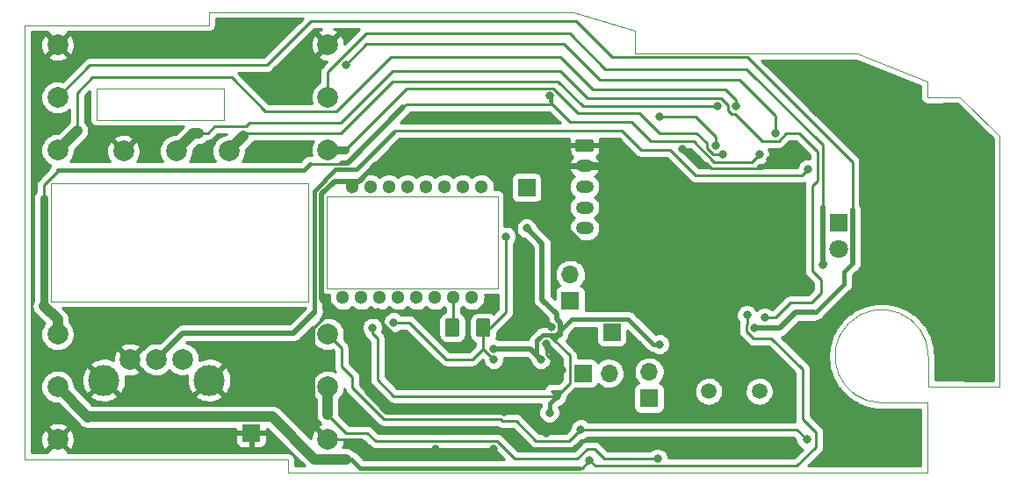
<source format=gbr>
G04 #@! TF.GenerationSoftware,KiCad,Pcbnew,5.99.0-unknown-072ea9a~86~ubuntu18.04.1*
G04 #@! TF.CreationDate,2019-09-18T00:12:08+01:00*
G04 #@! TF.ProjectId,mouse8,6d6f7573-6538-42e6-9b69-6361645f7063,rev?*
G04 #@! TF.SameCoordinates,Original*
G04 #@! TF.FileFunction,Copper,L2,Bot*
G04 #@! TF.FilePolarity,Positive*
%FSLAX46Y46*%
G04 Gerber Fmt 4.6, Leading zero omitted, Abs format (unit mm)*
G04 Created by KiCad (PCBNEW 5.99.0-unknown-072ea9a~86~ubuntu18.04.1) date 2019-09-18 00:12:08*
%MOMM*%
%LPD*%
G04 APERTURE LIST*
%ADD10C,0.050000*%
%ADD11R,1.700000X1.700000*%
%ADD12O,1.700000X1.700000*%
%ADD13C,1.500000*%
%ADD14C,1.800000*%
%ADD15R,1.800000X1.800000*%
%ADD16C,0.100000*%
%ADD17C,1.425000*%
%ADD18C,2.000000*%
%ADD19C,1.300000*%
%ADD20C,3.000000*%
%ADD21O,1.750000X1.200000*%
%ADD22C,1.200000*%
%ADD23C,0.800000*%
%ADD24C,0.250000*%
%ADD25C,0.500000*%
%ADD26C,0.400000*%
%ADD27C,1.000000*%
%ADD28C,0.750000*%
%ADD29C,0.800000*%
%ADD30C,0.254000*%
G04 APERTURE END LIST*
D10*
X205350000Y-63500000D02*
X170180000Y-63500000D01*
X211275000Y-65275000D02*
X205350000Y-63500000D01*
X211275000Y-65275000D02*
X211275000Y-67525000D01*
X242600000Y-71750000D02*
X246375000Y-75450000D01*
X239395000Y-71755000D02*
X242600000Y-71750000D01*
X239400000Y-70200000D02*
X239395000Y-71755000D01*
X232675000Y-67525000D02*
X239400000Y-70200000D01*
X211275000Y-67525000D02*
X232675000Y-67525000D01*
X239395000Y-107950000D02*
X177800000Y-107950000D01*
X246375000Y-75450000D02*
X246380000Y-99695000D01*
X239525000Y-99675000D02*
X246380000Y-99695000D01*
X239400000Y-101250000D02*
X239395000Y-107950000D01*
X239525000Y-96750000D02*
X239525000Y-99675000D01*
X235025000Y-101250000D02*
X239400000Y-101250000D01*
X235025000Y-101250000D02*
G75*
G02X239525000Y-96750000I0J4500000D01*
G01*
X159308800Y-70916800D02*
X159308800Y-73914000D01*
X171653200Y-70916800D02*
X159308800Y-70916800D01*
X171653200Y-73914000D02*
X171653200Y-70916800D01*
X159308800Y-73914000D02*
X171653200Y-73914000D01*
X154940000Y-80010000D02*
X179705000Y-80010000D01*
X181483000Y-90170000D02*
X181483000Y-81280000D01*
X197993000Y-90170000D02*
X181483000Y-90170000D01*
X197993000Y-81280000D02*
X197993000Y-90170000D01*
X181483000Y-81280000D02*
X197993000Y-81280000D01*
X177800000Y-106680000D02*
X177800000Y-107950000D01*
X152400000Y-106680000D02*
X177800000Y-106680000D01*
X170180000Y-64770000D02*
X152400000Y-64770000D01*
X170180000Y-63500000D02*
X170180000Y-64770000D01*
X154940000Y-91440000D02*
X154940000Y-90805000D01*
X179705000Y-91440000D02*
X179705000Y-90805000D01*
X179705000Y-80010000D02*
X179705000Y-90805000D01*
X154940000Y-90805000D02*
X154940000Y-80010000D01*
X179705000Y-91440000D02*
X154940000Y-91440000D01*
X152400000Y-106680000D02*
X152400000Y-64770000D01*
D11*
X209000000Y-94400000D03*
D12*
X205000000Y-88860000D03*
D11*
X205000000Y-91400000D03*
D12*
X208740000Y-98400000D03*
D11*
X206200000Y-98400000D03*
D12*
X212600000Y-98260000D03*
D11*
X212600000Y-100800000D03*
X200800000Y-80450000D03*
X174244000Y-104140000D03*
D13*
X218344000Y-100132000D03*
X223224000Y-100132000D03*
D14*
X230844000Y-86416000D03*
D15*
X230844000Y-83876000D03*
D16*
G36*
X194179171Y-93124030D02*
G01*
X194260277Y-93178223D01*
X194314470Y-93259329D01*
X194333500Y-93355000D01*
X194333500Y-94605000D01*
X194314470Y-94700671D01*
X194260277Y-94781777D01*
X194179171Y-94835970D01*
X194083500Y-94855000D01*
X193158500Y-94855000D01*
X193062829Y-94835970D01*
X192981723Y-94781777D01*
X192927530Y-94700671D01*
X192908500Y-94605000D01*
X192908500Y-93355000D01*
X192927530Y-93259329D01*
X192981723Y-93178223D01*
X193062829Y-93124030D01*
X193158500Y-93105000D01*
X194083500Y-93105000D01*
X194179171Y-93124030D01*
X194179171Y-93124030D01*
G37*
D17*
X193621000Y-93980000D03*
D16*
G36*
X197154171Y-93124030D02*
G01*
X197235277Y-93178223D01*
X197289470Y-93259329D01*
X197308500Y-93355000D01*
X197308500Y-94605000D01*
X197289470Y-94700671D01*
X197235277Y-94781777D01*
X197154171Y-94835970D01*
X197058500Y-94855000D01*
X196133500Y-94855000D01*
X196037829Y-94835970D01*
X195956723Y-94781777D01*
X195902530Y-94700671D01*
X195883500Y-94605000D01*
X195883500Y-93355000D01*
X195902530Y-93259329D01*
X195956723Y-93178223D01*
X196037829Y-93124030D01*
X196133500Y-93105000D01*
X197058500Y-93105000D01*
X197154171Y-93124030D01*
X197154171Y-93124030D01*
G37*
D17*
X196596000Y-93980000D03*
D18*
X181610000Y-71755000D03*
X181610000Y-66675000D03*
X181610000Y-76835000D03*
D19*
X195523000Y-91075000D03*
X193743000Y-91075000D03*
X191963000Y-91075000D03*
X190183000Y-91075000D03*
X188403000Y-91075000D03*
X186623000Y-91075000D03*
X184843000Y-91075000D03*
X183063000Y-91075000D03*
X183953000Y-80375000D03*
X185733000Y-80375000D03*
X187513000Y-80375000D03*
X189293000Y-80375000D03*
X191073000Y-80375000D03*
X192853000Y-80375000D03*
X194633000Y-80375000D03*
X196413000Y-80375000D03*
D18*
X181610000Y-99695000D03*
X181610000Y-104775000D03*
X181610000Y-94615000D03*
D20*
X170180000Y-99060000D03*
X160020000Y-99060000D03*
D18*
X162560000Y-97060000D03*
X165100000Y-97060000D03*
X167640000Y-97060000D03*
D21*
X206375000Y-84381000D03*
X206375000Y-82381000D03*
X206375000Y-80381000D03*
X206375000Y-78381000D03*
D16*
G36*
X207095918Y-75800000D02*
G01*
X207176894Y-75854106D01*
X207231000Y-75935082D01*
X207250000Y-76030600D01*
X207250000Y-76731400D01*
X207231000Y-76826918D01*
X207176894Y-76907894D01*
X207095918Y-76962000D01*
X207000400Y-76981000D01*
X205749600Y-76981000D01*
X205654082Y-76962000D01*
X205573106Y-76907894D01*
X205519000Y-76826918D01*
X205500000Y-76731400D01*
X205500000Y-76030600D01*
X205519000Y-75935082D01*
X205573106Y-75854106D01*
X205654082Y-75800000D01*
X205749600Y-75781000D01*
X207000400Y-75781000D01*
X207095918Y-75800000D01*
X207095918Y-75800000D01*
G37*
D22*
X206375000Y-76381000D03*
D18*
X155575000Y-71755000D03*
X155575000Y-66675000D03*
X155575000Y-76835000D03*
X167005000Y-76935000D03*
X161925000Y-76935000D03*
X172085000Y-76935000D03*
X155575000Y-99695000D03*
X155575000Y-104775000D03*
X155575000Y-94615000D03*
D23*
X202400000Y-83200000D03*
X199800000Y-77200000D03*
X197800000Y-79000000D03*
X202174673Y-97027936D03*
X197616653Y-96007347D03*
X203708000Y-100584000D03*
X185928000Y-93980000D03*
X215821000Y-76764000D03*
X191008000Y-96520000D03*
X204216000Y-98044000D03*
X202692000Y-95504000D03*
X203200000Y-93909062D03*
X175768000Y-71628000D03*
X175260000Y-77216000D03*
X169672000Y-77216000D03*
X205232000Y-102108000D03*
X202692000Y-104140000D03*
X198628000Y-102108000D03*
X186436000Y-92456000D03*
X219358990Y-93726990D03*
X217225000Y-77683000D03*
X215858000Y-80066000D03*
X224240000Y-77780000D03*
X192024000Y-105664000D03*
X197612000Y-105664000D03*
X224748000Y-81844000D03*
X224748000Y-83368000D03*
X223224000Y-83368000D03*
X223236000Y-81856000D03*
X221192000Y-83368000D03*
X219160000Y-81844000D03*
X217636000Y-84892000D03*
X219160000Y-84892000D03*
X221192000Y-84892000D03*
X224748000Y-84892000D03*
X224748000Y-86416000D03*
X219160000Y-88524000D03*
X221192000Y-88448000D03*
X222716000Y-88448000D03*
X222970000Y-86670000D03*
X224494000Y-88448000D03*
X197612000Y-97028000D03*
X187960000Y-93472000D03*
X227920653Y-78671347D03*
X224748000Y-75240000D03*
X183388000Y-68580000D03*
X229320000Y-87940000D03*
X213416002Y-106623998D03*
X223732000Y-93020000D03*
X222716000Y-94036000D03*
X219663347Y-77272000D03*
X219044200Y-76417606D03*
X223224000Y-77272000D03*
X222042000Y-92766000D03*
X206858353Y-106782353D03*
X200800000Y-90791002D03*
X198800000Y-85200000D03*
X203000000Y-71600000D03*
X219200000Y-72600000D03*
X221000000Y-72600000D03*
X206000000Y-103800000D03*
X227800000Y-104800000D03*
X203000000Y-102200000D03*
X213600000Y-95600000D03*
X211600000Y-95600000D03*
X209400000Y-86400000D03*
X213600000Y-73600000D03*
X200800000Y-84400000D03*
X239000000Y-75000000D03*
X232600000Y-104600000D03*
X183600000Y-102800000D03*
X190400000Y-73600000D03*
D24*
X220858003Y-73325001D02*
X223498003Y-75965001D01*
X173710600Y-74549000D02*
X174091600Y-74168000D01*
X220200000Y-73000000D02*
X220525001Y-73325001D01*
X220200000Y-72526998D02*
X220200000Y-73000000D01*
X228216000Y-91584000D02*
X226184000Y-91584000D01*
X219548001Y-71874999D02*
X220200000Y-72526998D01*
X206674999Y-71874999D02*
X219548001Y-71874999D01*
X187848000Y-69200000D02*
X204000000Y-69200000D01*
X223498003Y-75965001D02*
X225096001Y-75965001D01*
X174091600Y-74168000D02*
X182880000Y-74168000D01*
X204000000Y-69200000D02*
X206674999Y-71874999D01*
X182880000Y-74168000D02*
X187848000Y-69200000D01*
X228812000Y-77012000D02*
X228812000Y-79812000D01*
X169164000Y-75184000D02*
X170078400Y-75184000D01*
X170078400Y-75184000D02*
X170713400Y-74549000D01*
X170713400Y-74549000D02*
X173710600Y-74549000D01*
X220525001Y-73325001D02*
X220858003Y-73325001D01*
X225096001Y-75965001D02*
X225821002Y-75240000D01*
X225821002Y-75240000D02*
X227040000Y-75240000D01*
X227040000Y-75240000D02*
X228812000Y-77012000D01*
X228812000Y-79812000D02*
X228304000Y-80320000D01*
X228304000Y-80320000D02*
X228304000Y-88504000D01*
X228304000Y-88504000D02*
X229200000Y-89400000D01*
X229200000Y-89400000D02*
X229200000Y-90600000D01*
X229200000Y-90600000D02*
X228216000Y-91584000D01*
X226184000Y-91584000D02*
X224748000Y-93020000D01*
X224748000Y-93020000D02*
X223732000Y-93020000D01*
X201774674Y-95348324D02*
X202488936Y-94634062D01*
X203200000Y-100076000D02*
X204216000Y-100076000D01*
X204216000Y-100076000D02*
X204941001Y-99350999D01*
X203708000Y-100584000D02*
X204216000Y-100076000D01*
X203708000Y-100584000D02*
X203200000Y-100076000D01*
X192532000Y-98044000D02*
X191008000Y-96520000D01*
X180284999Y-103449999D02*
X181610000Y-104775000D01*
X180284999Y-93978999D02*
X180284999Y-103449999D01*
X181299998Y-92964000D02*
X180284999Y-93978999D01*
X189934998Y-96520000D02*
X186436000Y-93021002D01*
X191008000Y-96520000D02*
X189934998Y-96520000D01*
D25*
X200660000Y-102108000D02*
X202692000Y-104140000D01*
X198628000Y-102108000D02*
X200660000Y-102108000D01*
X204724000Y-102108000D02*
X202692000Y-104140000D01*
X205232000Y-102108000D02*
X204724000Y-102108000D01*
X184632999Y-79846999D02*
X186279998Y-78200000D01*
X182244236Y-79846999D02*
X184632999Y-79846999D01*
X181007990Y-81083245D02*
X182244236Y-79846999D01*
X198120000Y-78232000D02*
X198152000Y-78200000D01*
D24*
X186436000Y-92456000D02*
X186436000Y-93021002D01*
X186436000Y-93021002D02*
X186378998Y-93021002D01*
X186436000Y-92456000D02*
X185985002Y-92906998D01*
X183863999Y-92996001D02*
X183896000Y-92964000D01*
X203708000Y-98044000D02*
X192532000Y-98044000D01*
X203708000Y-98044000D02*
X203708000Y-97536000D01*
X204216000Y-98044000D02*
X203708000Y-98044000D01*
X181299998Y-92964000D02*
X186436000Y-92964000D01*
X185674000Y-105664000D02*
X184785000Y-104775000D01*
X192024000Y-105664000D02*
X185674000Y-105664000D01*
X184785000Y-104775000D02*
X181610000Y-104775000D01*
X197612000Y-105664000D02*
X192024000Y-105664000D01*
X196596000Y-93980000D02*
X196596000Y-96012000D01*
X196596000Y-96012000D02*
X197612000Y-97028000D01*
X196596000Y-96012000D02*
X195580000Y-97028000D01*
X193040000Y-97028000D02*
X195580000Y-97028000D01*
X193040000Y-97028000D02*
X189484000Y-93472000D01*
X189484000Y-93472000D02*
X187960000Y-93472000D01*
D26*
X178292000Y-94504000D02*
X178562000Y-94234000D01*
X180340000Y-92456000D02*
X180340000Y-80772000D01*
X180340000Y-80772000D02*
X182389010Y-78722990D01*
X182389010Y-78722990D02*
X184421010Y-78722990D01*
D25*
X178292000Y-94504000D02*
X180340000Y-92456000D01*
X167656000Y-94504000D02*
X178292000Y-94504000D01*
X165100000Y-97060000D02*
X167656000Y-94504000D01*
X229493999Y-87766001D02*
X229320000Y-87940000D01*
X229320000Y-82352000D02*
X229320000Y-87940000D01*
D27*
X181610000Y-102362000D02*
X181610000Y-99695000D01*
D24*
X181610000Y-101346000D02*
X181610000Y-99695000D01*
X181610000Y-102362000D02*
X183388000Y-104140000D01*
X183388000Y-104140000D02*
X185420000Y-104140000D01*
X197960001Y-104938999D02*
X199644000Y-106622998D01*
X185420000Y-104140000D02*
X186218999Y-104938999D01*
X186218999Y-104938999D02*
X197960001Y-104938999D01*
X199644000Y-106622998D02*
X205682998Y-106622998D01*
X205682998Y-106622998D02*
X206641996Y-105664000D01*
D27*
X167005000Y-76835000D02*
X168656000Y-75184000D01*
X169164000Y-75184000D02*
X168656000Y-75184000D01*
D24*
X225473001Y-75588001D02*
X225473001Y-75530999D01*
D25*
X225222002Y-94036000D02*
X222716000Y-94036000D01*
X225222002Y-94036000D02*
X226746002Y-92512000D01*
D28*
X181610000Y-76835000D02*
X183261000Y-76835000D01*
D27*
X172085000Y-76835000D02*
X173482000Y-75438000D01*
X157454600Y-74955400D02*
X155575000Y-76835000D01*
D26*
X179324000Y-78740000D02*
X179903999Y-78160001D01*
D24*
X179903999Y-78160001D02*
X182951999Y-78160001D01*
D27*
X155575000Y-94615000D02*
X155575000Y-93200787D01*
X155575000Y-93200787D02*
X154249999Y-91875786D01*
D25*
X183547020Y-78072980D02*
X182951999Y-78072980D01*
D24*
X154249999Y-80205013D02*
X154249999Y-81462001D01*
X155715012Y-78740000D02*
X154249999Y-80205013D01*
X157480000Y-78740000D02*
X155715012Y-78740000D01*
D26*
X155608946Y-78740000D02*
X157480000Y-78740000D01*
X157480000Y-78740000D02*
X179324000Y-78740000D01*
D28*
X154249999Y-91875786D02*
X154249999Y-81462001D01*
D26*
X183896000Y-106680000D02*
X184740990Y-107524990D01*
X178308000Y-104648000D02*
X180340000Y-106680000D01*
D25*
X158496000Y-102616000D02*
X176276000Y-102616000D01*
D27*
X155575000Y-99695000D02*
X158496000Y-102616000D01*
D25*
X176276000Y-102616000D02*
X178308000Y-104648000D01*
D24*
X205911010Y-107524990D02*
X206115716Y-107524990D01*
X206115716Y-107524990D02*
X206858353Y-106782353D01*
D26*
X184740990Y-107524990D02*
X205911010Y-107524990D01*
D27*
X176249999Y-102589999D02*
X158469999Y-102589999D01*
X180340000Y-106680000D02*
X176249999Y-102589999D01*
X180340000Y-106680000D02*
X183388000Y-106680000D01*
D26*
X183388000Y-106680000D02*
X183896000Y-106680000D01*
D24*
X221990999Y-94384001D02*
X222658998Y-95052000D01*
X222970000Y-95052000D02*
X222658998Y-95052000D01*
X221990999Y-93687999D02*
X221990999Y-94384001D01*
X222042000Y-93636998D02*
X221990999Y-93687999D01*
X222042000Y-92766000D02*
X222042000Y-93636998D01*
X193743000Y-91075000D02*
X193743000Y-93858000D01*
X197308500Y-93980000D02*
X196596000Y-93980000D01*
X198800000Y-92488500D02*
X197308500Y-93980000D01*
X198800000Y-85200000D02*
X198800000Y-92488500D01*
X203189009Y-71789009D02*
X203000000Y-71600000D01*
X203189009Y-72410991D02*
X203189009Y-71789009D01*
X219044200Y-75575198D02*
X219044200Y-76417606D01*
D26*
X203000000Y-101292000D02*
X203708000Y-100584000D01*
X203000000Y-102200000D02*
X203000000Y-101292000D01*
X203172002Y-94800000D02*
X203076001Y-94703999D01*
X203812000Y-94800000D02*
X203172002Y-94800000D01*
X204000001Y-94611999D02*
X203812000Y-94800000D01*
X201774674Y-95237324D02*
X201774674Y-96627937D01*
X203076001Y-94703999D02*
X202307999Y-94703999D01*
X202307999Y-94703999D02*
X201774674Y-95237324D01*
D29*
X214173000Y-78381000D02*
X206375000Y-78381000D01*
X215858000Y-80066000D02*
X214173000Y-78381000D01*
D26*
X203584001Y-94709063D02*
X203034062Y-94709063D01*
X213600000Y-95600000D02*
X213034315Y-95600000D01*
X210584314Y-93149999D02*
X205143065Y-93149999D01*
X213034315Y-95600000D02*
X210584314Y-93149999D01*
X205631999Y-101708001D02*
X205232000Y-102108000D01*
X210800000Y-99200000D02*
X208291999Y-101708001D01*
X208291999Y-101708001D02*
X205631999Y-101708001D01*
X210800000Y-96400000D02*
X210800000Y-99200000D01*
X211600000Y-95600000D02*
X210800000Y-96400000D01*
D24*
X202343999Y-94778999D02*
X203040001Y-94778999D01*
X204941001Y-99350999D02*
X204941001Y-96679999D01*
X204000001Y-94599999D02*
X203430501Y-95169499D01*
X204000001Y-93799999D02*
X204000001Y-94599999D01*
X203430501Y-95169499D02*
X204941001Y-96679999D01*
X203040001Y-94778999D02*
X203430501Y-95169499D01*
D26*
X204000001Y-93799999D02*
X204000001Y-94611999D01*
D24*
X226851001Y-107348999D02*
X207424999Y-107348999D01*
X222606998Y-95000000D02*
X224400000Y-95000000D01*
X227400000Y-98000000D02*
X227400000Y-102800000D01*
X228700000Y-105500000D02*
X226851001Y-107348999D01*
X224400000Y-95000000D02*
X227400000Y-98000000D01*
X228700000Y-104100000D02*
X228700000Y-105500000D01*
X207424999Y-107348999D02*
X206858353Y-106782353D01*
X227400000Y-102800000D02*
X228700000Y-104100000D01*
D26*
X228488000Y-92512000D02*
X228688000Y-92512000D01*
D25*
X226746002Y-92512000D02*
X228488000Y-92512000D01*
D26*
X228688000Y-92512000D02*
X231400000Y-89800000D01*
X231400000Y-88588002D02*
X232194001Y-87794001D01*
X231400000Y-89800000D02*
X231400000Y-88588002D01*
D25*
X232194001Y-87794001D02*
X232194001Y-82615999D01*
X204581000Y-78381000D02*
X206375000Y-78381000D01*
X186279998Y-78200000D02*
X204400000Y-78200000D01*
X204400000Y-78200000D02*
X204581000Y-78381000D01*
X200800000Y-91509062D02*
X203200000Y-93909062D01*
X200800000Y-90791002D02*
X200800000Y-91509062D01*
X201774674Y-96627937D02*
X201774674Y-96225326D01*
D24*
X201774674Y-96225326D02*
X201774674Y-95348324D01*
D25*
X201154084Y-96007347D02*
X202174673Y-97027936D01*
X197616653Y-96007347D02*
X201154084Y-96007347D01*
D26*
X203584001Y-94709063D02*
X205143065Y-93149999D01*
X184421010Y-78722990D02*
X187972000Y-75172000D01*
D24*
X181610000Y-69284998D02*
X181610000Y-71755000D01*
X189209009Y-72410991D02*
X188910000Y-72710000D01*
D25*
X188910000Y-72710000D02*
X183547020Y-78072980D01*
D24*
X189209009Y-72410991D02*
X203189009Y-72410991D01*
X232194001Y-77985591D02*
X232194001Y-82615999D01*
X227549991Y-73349991D02*
X227558401Y-73349991D01*
X158699200Y-68630800D02*
X175769200Y-68630800D01*
X222075010Y-67875010D02*
X227549991Y-73349991D01*
X155575000Y-71755000D02*
X158699200Y-68630800D01*
X209075010Y-67875010D02*
X222075010Y-67875010D01*
X175769200Y-68630800D02*
X180000000Y-64400000D01*
X227558401Y-73349991D02*
X232194001Y-77985591D01*
X180000000Y-64400000D02*
X205600000Y-64400000D01*
X205600000Y-64400000D02*
X209075010Y-67875010D01*
X229320000Y-76320000D02*
X229320000Y-87940000D01*
X222000000Y-69000000D02*
X229320000Y-76320000D01*
X208400000Y-69000000D02*
X222000000Y-69000000D01*
X205000000Y-65600000D02*
X208400000Y-69000000D01*
X185294998Y-65600000D02*
X205000000Y-65600000D01*
X181610000Y-69284998D02*
X185294998Y-65600000D01*
X224748000Y-73548000D02*
X224748000Y-75240000D01*
X221281795Y-70081795D02*
X224748000Y-73548000D01*
X204405990Y-66605990D02*
X207881795Y-70081795D01*
X185362010Y-66605990D02*
X204405990Y-66605990D01*
X207881795Y-70081795D02*
X221281795Y-70081795D01*
X183388000Y-68580000D02*
X185362010Y-66605990D01*
X219965686Y-71000000D02*
X221000000Y-72034315D01*
X187662000Y-67862000D02*
X204062000Y-67862000D01*
X207200000Y-71000000D02*
X219965686Y-71000000D01*
X157454600Y-74955400D02*
X157454600Y-71297800D01*
X204062000Y-67862000D02*
X207200000Y-71000000D01*
X158953200Y-69799200D02*
X172339000Y-69799200D01*
X157454600Y-71297800D02*
X158953200Y-69799200D01*
X175619801Y-73080001D02*
X182443999Y-73080001D01*
X221000000Y-72034315D02*
X221000000Y-72600000D01*
X172339000Y-69799200D02*
X175619801Y-73080001D01*
X182443999Y-73080001D02*
X187662000Y-67862000D01*
X222498999Y-77997001D02*
X223224000Y-77272000D01*
X218869001Y-77997001D02*
X222498999Y-77997001D01*
X203000000Y-71600000D02*
X203000000Y-72165685D01*
X203000000Y-72165685D02*
X204934315Y-74100000D01*
X216872000Y-76000000D02*
X218869001Y-77997001D01*
X210900000Y-74100000D02*
X212800000Y-76000000D01*
X204934315Y-74100000D02*
X210900000Y-74100000D01*
X212800000Y-76000000D02*
X216872000Y-76000000D01*
X227288000Y-79304000D02*
X227920653Y-78671347D01*
X187972000Y-75172000D02*
X188140000Y-75004000D01*
X188140000Y-75004000D02*
X209996000Y-75004000D01*
X209996000Y-75004000D02*
X211796000Y-76804000D01*
X211796000Y-76804000D02*
X214596000Y-76804000D01*
X214596000Y-76804000D02*
X217096000Y-79304000D01*
X217096000Y-79304000D02*
X227288000Y-79304000D01*
X223420000Y-78600000D02*
X224240000Y-77780000D01*
X218082999Y-78082999D02*
X218600000Y-78600000D01*
X217624999Y-78082999D02*
X218082999Y-78082999D01*
X217225000Y-77683000D02*
X217624999Y-78082999D01*
X218600000Y-78600000D02*
X223420000Y-78600000D01*
X173736000Y-75184000D02*
X173482000Y-75438000D01*
X203800000Y-70200000D02*
X187864000Y-70200000D01*
X182880000Y-75184000D02*
X173736000Y-75184000D01*
X187864000Y-70200000D02*
X182880000Y-75184000D01*
X206200000Y-72600000D02*
X203800000Y-70200000D01*
X219200000Y-72600000D02*
X206200000Y-72600000D01*
X218780410Y-77272000D02*
X219663347Y-77272000D01*
X218154205Y-76645795D02*
X218780410Y-77272000D01*
X217200000Y-75200000D02*
X218154205Y-76154205D01*
X213600000Y-75200000D02*
X217200000Y-75200000D01*
X211700000Y-73300000D02*
X213600000Y-75200000D01*
X205773002Y-73300000D02*
X211700000Y-73300000D01*
X218154205Y-76154205D02*
X218154205Y-76645795D01*
X189221001Y-70874999D02*
X203348001Y-70874999D01*
X203348001Y-70874999D02*
X205773002Y-73300000D01*
X183261000Y-76835000D02*
X189221001Y-70874999D01*
X192508000Y-102108000D02*
X198628000Y-102108000D01*
X202692000Y-96520000D02*
X202692000Y-95504000D01*
X202692000Y-96520000D02*
X204216000Y-98044000D01*
D25*
X187308000Y-102108000D02*
X198628000Y-102108000D01*
X185400000Y-100200000D02*
X187308000Y-102108000D01*
D24*
X185928000Y-94545685D02*
X186400000Y-95017685D01*
X185928000Y-93980000D02*
X185928000Y-94545685D01*
X186400000Y-95017685D02*
X186400000Y-99000000D01*
X186400000Y-99000000D02*
X187984000Y-100584000D01*
X187984000Y-100584000D02*
X203708000Y-100584000D01*
D25*
X204400000Y-78981000D02*
X205000000Y-78381000D01*
X204400000Y-84165938D02*
X204400000Y-78981000D01*
X206634062Y-86400000D02*
X204400000Y-84165938D01*
X209400000Y-86400000D02*
X206634062Y-86400000D01*
D24*
X213600000Y-73600000D02*
X217069002Y-73600000D01*
X217069002Y-73600000D02*
X219044200Y-75575198D01*
D25*
X181007990Y-90007990D02*
X181007990Y-81083245D01*
X181007990Y-90647992D02*
X181007990Y-90007990D01*
X181007990Y-91207990D02*
X185400000Y-95600000D01*
X181007990Y-90792010D02*
X181007990Y-91207990D01*
X185400000Y-95600000D02*
X185400000Y-100200000D01*
X181007990Y-90007990D02*
X181007990Y-90792010D01*
X204050001Y-93501061D02*
X204050001Y-94561999D01*
X203699999Y-93151059D02*
X204050001Y-93501061D01*
X204050001Y-94561999D02*
X204000001Y-94611999D01*
X202300000Y-91300000D02*
X203699999Y-92699999D01*
X202300000Y-85900000D02*
X202300000Y-91300000D01*
X203699999Y-92699999D02*
X203699999Y-93151059D01*
X200800000Y-84400000D02*
X202300000Y-85900000D01*
D24*
X184000000Y-98800000D02*
X182935001Y-97735001D01*
X187000000Y-102800000D02*
X184000000Y-99800000D01*
X206000000Y-103800000D02*
X204900000Y-104900000D01*
X198246998Y-102800000D02*
X187000000Y-102800000D01*
X204900000Y-104900000D02*
X201700000Y-104900000D01*
X199800000Y-103000000D02*
X198446998Y-103000000D01*
X182935001Y-95940001D02*
X181610000Y-94615000D01*
X182935001Y-97735001D02*
X182935001Y-95940001D01*
X184000000Y-99800000D02*
X184000000Y-98800000D01*
X201700000Y-104900000D02*
X199800000Y-103000000D01*
X198446998Y-103000000D02*
X198246998Y-102800000D01*
X226800000Y-103800000D02*
X227800000Y-104800000D01*
X206000000Y-103800000D02*
X226800000Y-103800000D01*
X213416002Y-106623998D02*
X208295998Y-106623998D01*
X208295998Y-106623998D02*
X207336000Y-105664000D01*
X206641996Y-105664000D02*
X207336000Y-105664000D01*
D30*
G36*
X175454814Y-67871800D02*
G01*
X158638956Y-67871800D01*
X158638950Y-67871801D01*
X158578986Y-67871801D01*
X158521475Y-67890488D01*
X158461732Y-67899950D01*
X158407842Y-67927409D01*
X158350325Y-67946097D01*
X158301396Y-67981646D01*
X158247510Y-68009102D01*
X156061702Y-70194911D01*
X155910233Y-70150331D01*
X155649364Y-70117375D01*
X155386582Y-70126552D01*
X155128648Y-70177625D01*
X154882197Y-70269278D01*
X154653569Y-70399157D01*
X154448649Y-70563918D01*
X154272706Y-70759321D01*
X154130269Y-70980342D01*
X154025000Y-71221292D01*
X153959608Y-71475973D01*
X153935778Y-71737834D01*
X153954120Y-72000135D01*
X154014163Y-72256130D01*
X154114362Y-72499232D01*
X154252140Y-72723187D01*
X154423952Y-72922233D01*
X154625378Y-73091249D01*
X154851234Y-73225887D01*
X155095711Y-73322682D01*
X155352520Y-73379145D01*
X155615052Y-73393822D01*
X155876554Y-73366338D01*
X156130297Y-73297397D01*
X156369754Y-73188775D01*
X156588764Y-73043265D01*
X156695601Y-72944333D01*
X156695600Y-74110681D01*
X155607444Y-75198839D01*
X155386582Y-75206552D01*
X155128648Y-75257625D01*
X154882197Y-75349278D01*
X154653569Y-75479157D01*
X154448649Y-75643918D01*
X154272706Y-75839321D01*
X154130269Y-76060342D01*
X154025000Y-76301292D01*
X153959608Y-76555973D01*
X153935778Y-76817834D01*
X153954120Y-77080135D01*
X154014163Y-77336130D01*
X154114362Y-77579232D01*
X154252140Y-77803187D01*
X154423952Y-78002233D01*
X154625378Y-78171249D01*
X154851234Y-78305887D01*
X154887168Y-78320114D01*
X154844084Y-78386584D01*
X154779677Y-78601948D01*
X153798660Y-79582966D01*
X153798656Y-79582968D01*
X153628301Y-79753324D01*
X153600845Y-79807210D01*
X153565296Y-79856139D01*
X153546608Y-79913656D01*
X153519149Y-79967546D01*
X153509687Y-80027289D01*
X153491000Y-80084800D01*
X153491000Y-80144764D01*
X153490999Y-80144770D01*
X153491000Y-80793685D01*
X153368640Y-80953148D01*
X153266971Y-81198599D01*
X153241000Y-81395871D01*
X153240999Y-91351890D01*
X153211358Y-91400260D01*
X153127911Y-91661737D01*
X153109244Y-91935570D01*
X153156433Y-92205953D01*
X153266890Y-92457581D01*
X153401098Y-92630603D01*
X154328193Y-93557697D01*
X154272706Y-93619321D01*
X154130269Y-93840342D01*
X154025000Y-94081292D01*
X153959608Y-94335973D01*
X153935778Y-94597834D01*
X153954120Y-94860135D01*
X154014163Y-95116130D01*
X154114362Y-95359232D01*
X154252140Y-95583187D01*
X154423952Y-95782233D01*
X154625378Y-95951249D01*
X154851234Y-96085887D01*
X155095711Y-96182682D01*
X155352520Y-96239145D01*
X155615052Y-96253822D01*
X155876554Y-96226338D01*
X156130297Y-96157397D01*
X156369754Y-96048775D01*
X156588764Y-95903265D01*
X156681825Y-95817089D01*
X161498108Y-95817089D01*
X162560000Y-96878981D01*
X163627194Y-95811786D01*
X163384606Y-95643183D01*
X163147477Y-95529571D01*
X162895233Y-95455331D01*
X162634364Y-95422375D01*
X162371582Y-95431552D01*
X162113648Y-95482625D01*
X161867197Y-95574278D01*
X161638570Y-95704157D01*
X161498108Y-95817089D01*
X156681825Y-95817089D01*
X156781693Y-95724611D01*
X156943577Y-95517410D01*
X157070250Y-95286992D01*
X157158454Y-95039286D01*
X157206040Y-94780010D01*
X157209138Y-94484185D01*
X157166992Y-94223970D01*
X157083994Y-93974470D01*
X156962175Y-93741450D01*
X156804666Y-93530903D01*
X156709000Y-93438520D01*
X156709000Y-93240089D01*
X156715755Y-93141002D01*
X156697269Y-93035079D01*
X156684349Y-92928304D01*
X156673729Y-92900202D01*
X156668567Y-92870619D01*
X156625347Y-92772164D01*
X156587331Y-92671555D01*
X156570316Y-92646797D01*
X156558109Y-92618990D01*
X156497519Y-92540877D01*
X156431868Y-92445356D01*
X156353157Y-92375227D01*
X156051930Y-92074000D01*
X179471836Y-92074000D01*
X177925837Y-93620000D01*
X167755030Y-93620000D01*
X167727623Y-93613798D01*
X167627661Y-93620000D01*
X167592600Y-93620000D01*
X167565808Y-93623837D01*
X167474894Y-93629477D01*
X167441013Y-93641709D01*
X167405343Y-93646818D01*
X167322398Y-93684529D01*
X167236354Y-93715592D01*
X167208102Y-93736498D01*
X167174836Y-93751622D01*
X167096850Y-93818819D01*
X167074413Y-93835422D01*
X167054684Y-93855152D01*
X166983008Y-93916912D01*
X166964741Y-93945095D01*
X165450123Y-95459713D01*
X165435233Y-95455331D01*
X165174364Y-95422375D01*
X164911582Y-95431552D01*
X164653648Y-95482625D01*
X164407197Y-95574278D01*
X164178569Y-95704157D01*
X163973649Y-95868918D01*
X163829444Y-96029073D01*
X163804838Y-95996181D01*
X162741019Y-97060000D01*
X163803509Y-98122489D01*
X163829654Y-98089025D01*
X163948952Y-98227233D01*
X164150378Y-98396249D01*
X164376234Y-98530887D01*
X164620711Y-98627682D01*
X164877520Y-98684145D01*
X165140052Y-98698822D01*
X165401554Y-98671338D01*
X165655297Y-98602397D01*
X165894754Y-98493775D01*
X166113764Y-98348265D01*
X166306693Y-98169611D01*
X166369654Y-98089025D01*
X166488952Y-98227233D01*
X166690378Y-98396249D01*
X166916234Y-98530887D01*
X167160711Y-98627682D01*
X167417520Y-98684145D01*
X167680052Y-98698822D01*
X167941554Y-98671338D01*
X168089481Y-98631147D01*
X168061608Y-98762279D01*
X168040789Y-99060000D01*
X168061608Y-99357721D01*
X168123658Y-99649646D01*
X168225734Y-99930095D01*
X168365846Y-100193609D01*
X168576052Y-100482929D01*
X169998981Y-99060000D01*
X170361019Y-99060000D01*
X171777322Y-100476303D01*
X171910658Y-100317396D01*
X172068811Y-100064299D01*
X172190200Y-99791653D01*
X172272464Y-99504767D01*
X172314000Y-99209224D01*
X172314000Y-98910776D01*
X172272464Y-98615233D01*
X172190200Y-98328347D01*
X172068811Y-98055701D01*
X171910658Y-97802604D01*
X171777322Y-97643697D01*
X170361019Y-99060000D01*
X169998981Y-99060000D01*
X171609106Y-97449875D01*
X171249606Y-97207389D01*
X170981363Y-97076559D01*
X170697522Y-96984333D01*
X170403609Y-96932508D01*
X170105343Y-96922092D01*
X169808530Y-96953289D01*
X169518948Y-97025489D01*
X169272085Y-97125229D01*
X169274138Y-96929185D01*
X169231992Y-96668970D01*
X169148994Y-96419470D01*
X169027175Y-96186450D01*
X168869666Y-95975903D01*
X168680521Y-95793249D01*
X168464606Y-95643183D01*
X168227477Y-95529571D01*
X167975233Y-95455331D01*
X167957120Y-95453043D01*
X168022163Y-95388000D01*
X178192970Y-95388000D01*
X178220377Y-95394202D01*
X178320338Y-95388000D01*
X178355400Y-95388000D01*
X178382192Y-95384163D01*
X178473105Y-95378523D01*
X178506985Y-95366291D01*
X178542657Y-95361183D01*
X178625603Y-95323470D01*
X178711643Y-95292409D01*
X178739895Y-95271504D01*
X178773166Y-95256376D01*
X178851157Y-95189174D01*
X178873584Y-95172579D01*
X178893308Y-95152855D01*
X178964992Y-95091088D01*
X178983261Y-95062902D01*
X180133806Y-93912359D01*
X180060000Y-94081292D01*
X179994608Y-94335973D01*
X179970778Y-94597834D01*
X179989120Y-94860135D01*
X180049163Y-95116130D01*
X180149362Y-95359232D01*
X180287140Y-95583187D01*
X180458952Y-95782233D01*
X180660378Y-95951249D01*
X180886234Y-96085887D01*
X181130711Y-96182682D01*
X181387520Y-96239145D01*
X181650052Y-96253822D01*
X181911554Y-96226338D01*
X182097445Y-96175832D01*
X182176002Y-96254389D01*
X182176001Y-97795244D01*
X182176002Y-97795250D01*
X182176002Y-97855214D01*
X182194689Y-97912725D01*
X182204151Y-97972468D01*
X182231610Y-98026358D01*
X182250298Y-98083875D01*
X182285847Y-98132804D01*
X182313303Y-98186690D01*
X182377376Y-98250763D01*
X182197477Y-98164571D01*
X181945233Y-98090331D01*
X181684364Y-98057375D01*
X181421582Y-98066552D01*
X181163648Y-98117625D01*
X180917197Y-98209278D01*
X180688569Y-98339157D01*
X180483649Y-98503918D01*
X180307706Y-98699321D01*
X180165269Y-98920342D01*
X180060000Y-99161292D01*
X179994608Y-99415973D01*
X179970778Y-99677834D01*
X179989120Y-99940135D01*
X180049163Y-100196130D01*
X180149362Y-100439232D01*
X180287140Y-100663187D01*
X180458952Y-100862233D01*
X180476001Y-100876539D01*
X180476000Y-102430771D01*
X180500651Y-102634481D01*
X180597670Y-102891232D01*
X180753131Y-103117431D01*
X180937523Y-103281719D01*
X180917197Y-103289278D01*
X180688570Y-103419157D01*
X180548108Y-103532089D01*
X181791020Y-104775000D01*
X181610000Y-104956020D01*
X180356927Y-103702946D01*
X180165269Y-104000342D01*
X180060000Y-104241292D01*
X179994608Y-104495973D01*
X179975013Y-104711295D01*
X177079675Y-101815959D01*
X177014362Y-101741089D01*
X176926379Y-101679253D01*
X176841753Y-101612898D01*
X176814377Y-101600537D01*
X176789803Y-101583267D01*
X176689614Y-101544204D01*
X176591599Y-101499949D01*
X176562070Y-101494477D01*
X176533771Y-101483444D01*
X176435692Y-101471054D01*
X176321725Y-101449931D01*
X176216496Y-101455999D01*
X158939718Y-101455999D01*
X158143412Y-100659693D01*
X158601326Y-100659693D01*
X158823768Y-100833486D01*
X159082231Y-100982710D01*
X159358948Y-101094511D01*
X159648530Y-101166711D01*
X159945343Y-101197908D01*
X160243609Y-101187492D01*
X160537522Y-101135667D01*
X160821363Y-101043441D01*
X161089606Y-100912611D01*
X161449106Y-100670125D01*
X161438674Y-100659693D01*
X168761326Y-100659693D01*
X168983768Y-100833486D01*
X169242231Y-100982710D01*
X169518948Y-101094511D01*
X169808530Y-101166711D01*
X170105343Y-101197908D01*
X170403609Y-101187492D01*
X170697522Y-101135667D01*
X170981363Y-101043441D01*
X171249606Y-100912611D01*
X171609106Y-100670125D01*
X170180000Y-99241019D01*
X168761326Y-100659693D01*
X161438674Y-100659693D01*
X160020000Y-99241019D01*
X158601326Y-100659693D01*
X158143412Y-100659693D01*
X157207467Y-99723750D01*
X157209138Y-99564185D01*
X157166992Y-99303970D01*
X157085834Y-99060000D01*
X157880789Y-99060000D01*
X157901608Y-99357721D01*
X157963658Y-99649646D01*
X158065734Y-99930095D01*
X158205846Y-100193609D01*
X158416052Y-100482929D01*
X159838981Y-99060000D01*
X158416052Y-97637071D01*
X158205846Y-97926391D01*
X158065734Y-98189905D01*
X157963658Y-98470354D01*
X157901608Y-98762279D01*
X157880789Y-99060000D01*
X157085834Y-99060000D01*
X157083994Y-99054470D01*
X156962175Y-98821450D01*
X156804666Y-98610903D01*
X156615521Y-98428249D01*
X156399606Y-98278183D01*
X156162477Y-98164571D01*
X155910233Y-98090331D01*
X155649364Y-98057375D01*
X155386582Y-98066552D01*
X155128648Y-98117625D01*
X154882197Y-98209278D01*
X154653569Y-98339157D01*
X154448649Y-98503918D01*
X154272706Y-98699321D01*
X154130269Y-98920342D01*
X154025000Y-99161292D01*
X153959608Y-99415973D01*
X153935778Y-99677834D01*
X153954120Y-99940135D01*
X154014163Y-100196130D01*
X154114362Y-100439232D01*
X154252140Y-100663187D01*
X154423952Y-100862233D01*
X154625378Y-101031249D01*
X154851234Y-101165887D01*
X155095711Y-101262682D01*
X155352520Y-101319145D01*
X155609812Y-101333529D01*
X157640330Y-103364047D01*
X157705636Y-103438909D01*
X157737790Y-103461508D01*
X157742770Y-103466488D01*
X157904246Y-103593102D01*
X158154398Y-103706049D01*
X158424273Y-103756068D01*
X158698287Y-103740267D01*
X158751169Y-103723999D01*
X172752163Y-103723999D01*
X172752163Y-104012000D01*
X175735837Y-104012000D01*
X175735837Y-103723999D01*
X175780282Y-103723999D01*
X179372283Y-107316000D01*
X178434000Y-107316000D01*
X178434000Y-106688539D01*
X178434583Y-106593073D01*
X178421509Y-106547328D01*
X178414764Y-106500232D01*
X178396684Y-106460467D01*
X178384677Y-106418460D01*
X178359294Y-106378229D01*
X178339598Y-106334911D01*
X178311080Y-106301816D01*
X178287773Y-106264874D01*
X178252111Y-106233378D01*
X178221053Y-106197335D01*
X178184399Y-106173578D01*
X178151654Y-106144658D01*
X178108578Y-106124434D01*
X178068661Y-106098561D01*
X178026818Y-106086048D01*
X177986911Y-106067311D01*
X177941455Y-106060518D01*
X177894672Y-106046527D01*
X177845832Y-106046228D01*
X177844306Y-106046000D01*
X177808538Y-106046000D01*
X177713073Y-106045417D01*
X177711033Y-106046000D01*
X156614751Y-106046000D01*
X156644930Y-106025949D01*
X155575000Y-104956019D01*
X154496560Y-106034459D01*
X154515920Y-106046000D01*
X153034000Y-106046000D01*
X153034000Y-104757834D01*
X153935778Y-104757834D01*
X153954120Y-105020135D01*
X154014163Y-105276130D01*
X154114362Y-105519232D01*
X154318282Y-105850699D01*
X155393981Y-104775000D01*
X155756019Y-104775000D01*
X156818509Y-105837489D01*
X156943577Y-105677410D01*
X157070250Y-105446992D01*
X157158454Y-105199286D01*
X157206040Y-104940010D01*
X157209138Y-104644185D01*
X157166992Y-104383970D01*
X157128414Y-104268000D01*
X172752163Y-104268000D01*
X172752163Y-105006588D01*
X172832795Y-105307512D01*
X172980185Y-105483165D01*
X173173814Y-105594956D01*
X173382976Y-105631837D01*
X174116000Y-105631837D01*
X174116000Y-104268000D01*
X174372000Y-104268000D01*
X174372000Y-105631837D01*
X175110588Y-105631837D01*
X175411512Y-105551205D01*
X175587165Y-105403815D01*
X175698956Y-105210186D01*
X175735837Y-105001024D01*
X175735837Y-104268000D01*
X174372000Y-104268000D01*
X174116000Y-104268000D01*
X172752163Y-104268000D01*
X157128414Y-104268000D01*
X157083994Y-104134470D01*
X156962175Y-103901450D01*
X156819838Y-103711181D01*
X155756019Y-104775000D01*
X155393981Y-104775000D01*
X154321927Y-103702946D01*
X154130269Y-104000342D01*
X154025000Y-104241292D01*
X153959608Y-104495973D01*
X153935778Y-104757834D01*
X153034000Y-104757834D01*
X153034000Y-103532089D01*
X154513108Y-103532089D01*
X155575000Y-104593981D01*
X156642194Y-103526786D01*
X156399606Y-103358183D01*
X156162477Y-103244571D01*
X155910233Y-103170331D01*
X155649364Y-103137375D01*
X155386582Y-103146552D01*
X155128648Y-103197625D01*
X154882197Y-103289278D01*
X154653570Y-103419157D01*
X154513108Y-103532089D01*
X153034000Y-103532089D01*
X153034000Y-97460307D01*
X158601326Y-97460307D01*
X161617322Y-100476303D01*
X161750658Y-100317396D01*
X161908811Y-100064299D01*
X162030200Y-99791653D01*
X162112464Y-99504767D01*
X162154000Y-99209224D01*
X162154000Y-98910776D01*
X162115282Y-98635283D01*
X162337520Y-98684145D01*
X162600052Y-98698822D01*
X162861554Y-98671338D01*
X163115297Y-98602397D01*
X163354754Y-98493775D01*
X163629930Y-98310949D01*
X161306927Y-95987946D01*
X161115269Y-96285342D01*
X161010000Y-96526292D01*
X160944608Y-96780973D01*
X160920778Y-97042834D01*
X160926730Y-97127950D01*
X160821363Y-97076559D01*
X160537522Y-96984333D01*
X160243609Y-96932508D01*
X159945343Y-96922092D01*
X159648530Y-96953289D01*
X159358948Y-97025489D01*
X159082231Y-97137290D01*
X158823768Y-97286514D01*
X158601326Y-97460307D01*
X153034000Y-97460307D01*
X153034000Y-67934459D01*
X154496560Y-67934459D01*
X154851235Y-68145887D01*
X155095711Y-68242682D01*
X155352520Y-68299145D01*
X155615052Y-68313822D01*
X155876554Y-68286338D01*
X156130297Y-68217397D01*
X156369754Y-68108775D01*
X156644930Y-67925949D01*
X155575000Y-66856019D01*
X154496560Y-67934459D01*
X153034000Y-67934459D01*
X153034000Y-66657834D01*
X153935778Y-66657834D01*
X153954120Y-66920135D01*
X154014163Y-67176130D01*
X154114362Y-67419232D01*
X154318282Y-67750699D01*
X155393981Y-66675000D01*
X155756019Y-66675000D01*
X156818509Y-67737489D01*
X156943577Y-67577410D01*
X157070250Y-67346992D01*
X157158454Y-67099286D01*
X157206040Y-66840010D01*
X157209138Y-66544185D01*
X157166992Y-66283970D01*
X157083994Y-66034470D01*
X156962175Y-65801450D01*
X156819838Y-65611181D01*
X155756019Y-66675000D01*
X155393981Y-66675000D01*
X154321927Y-65602946D01*
X154130269Y-65900342D01*
X154025000Y-66141292D01*
X153959608Y-66395973D01*
X153935778Y-66657834D01*
X153034000Y-66657834D01*
X153034000Y-65404000D01*
X154548044Y-65404000D01*
X154513108Y-65432089D01*
X155575000Y-66493981D01*
X156642194Y-65426786D01*
X156609409Y-65404000D01*
X170171462Y-65404000D01*
X170266927Y-65404583D01*
X170312672Y-65391509D01*
X170359768Y-65384764D01*
X170399533Y-65366684D01*
X170441540Y-65354677D01*
X170481771Y-65329294D01*
X170525089Y-65309598D01*
X170558184Y-65281080D01*
X170595126Y-65257773D01*
X170626621Y-65222111D01*
X170662664Y-65191054D01*
X170686422Y-65154399D01*
X170715342Y-65121654D01*
X170735564Y-65078584D01*
X170761439Y-65038662D01*
X170773953Y-64996817D01*
X170792689Y-64956912D01*
X170799483Y-64911454D01*
X170813473Y-64864673D01*
X170813772Y-64815832D01*
X170814000Y-64814306D01*
X170814000Y-64778539D01*
X170814583Y-64683073D01*
X170814000Y-64681033D01*
X170814000Y-64134000D01*
X179192612Y-64134000D01*
X175454814Y-67871800D01*
X175454814Y-67871800D01*
G37*
X175454814Y-67871800D02*
X158638956Y-67871800D01*
X158638950Y-67871801D01*
X158578986Y-67871801D01*
X158521475Y-67890488D01*
X158461732Y-67899950D01*
X158407842Y-67927409D01*
X158350325Y-67946097D01*
X158301396Y-67981646D01*
X158247510Y-68009102D01*
X156061702Y-70194911D01*
X155910233Y-70150331D01*
X155649364Y-70117375D01*
X155386582Y-70126552D01*
X155128648Y-70177625D01*
X154882197Y-70269278D01*
X154653569Y-70399157D01*
X154448649Y-70563918D01*
X154272706Y-70759321D01*
X154130269Y-70980342D01*
X154025000Y-71221292D01*
X153959608Y-71475973D01*
X153935778Y-71737834D01*
X153954120Y-72000135D01*
X154014163Y-72256130D01*
X154114362Y-72499232D01*
X154252140Y-72723187D01*
X154423952Y-72922233D01*
X154625378Y-73091249D01*
X154851234Y-73225887D01*
X155095711Y-73322682D01*
X155352520Y-73379145D01*
X155615052Y-73393822D01*
X155876554Y-73366338D01*
X156130297Y-73297397D01*
X156369754Y-73188775D01*
X156588764Y-73043265D01*
X156695601Y-72944333D01*
X156695600Y-74110681D01*
X155607444Y-75198839D01*
X155386582Y-75206552D01*
X155128648Y-75257625D01*
X154882197Y-75349278D01*
X154653569Y-75479157D01*
X154448649Y-75643918D01*
X154272706Y-75839321D01*
X154130269Y-76060342D01*
X154025000Y-76301292D01*
X153959608Y-76555973D01*
X153935778Y-76817834D01*
X153954120Y-77080135D01*
X154014163Y-77336130D01*
X154114362Y-77579232D01*
X154252140Y-77803187D01*
X154423952Y-78002233D01*
X154625378Y-78171249D01*
X154851234Y-78305887D01*
X154887168Y-78320114D01*
X154844084Y-78386584D01*
X154779677Y-78601948D01*
X153798660Y-79582966D01*
X153798656Y-79582968D01*
X153628301Y-79753324D01*
X153600845Y-79807210D01*
X153565296Y-79856139D01*
X153546608Y-79913656D01*
X153519149Y-79967546D01*
X153509687Y-80027289D01*
X153491000Y-80084800D01*
X153491000Y-80144764D01*
X153490999Y-80144770D01*
X153491000Y-80793685D01*
X153368640Y-80953148D01*
X153266971Y-81198599D01*
X153241000Y-81395871D01*
X153240999Y-91351890D01*
X153211358Y-91400260D01*
X153127911Y-91661737D01*
X153109244Y-91935570D01*
X153156433Y-92205953D01*
X153266890Y-92457581D01*
X153401098Y-92630603D01*
X154328193Y-93557697D01*
X154272706Y-93619321D01*
X154130269Y-93840342D01*
X154025000Y-94081292D01*
X153959608Y-94335973D01*
X153935778Y-94597834D01*
X153954120Y-94860135D01*
X154014163Y-95116130D01*
X154114362Y-95359232D01*
X154252140Y-95583187D01*
X154423952Y-95782233D01*
X154625378Y-95951249D01*
X154851234Y-96085887D01*
X155095711Y-96182682D01*
X155352520Y-96239145D01*
X155615052Y-96253822D01*
X155876554Y-96226338D01*
X156130297Y-96157397D01*
X156369754Y-96048775D01*
X156588764Y-95903265D01*
X156681825Y-95817089D01*
X161498108Y-95817089D01*
X162560000Y-96878981D01*
X163627194Y-95811786D01*
X163384606Y-95643183D01*
X163147477Y-95529571D01*
X162895233Y-95455331D01*
X162634364Y-95422375D01*
X162371582Y-95431552D01*
X162113648Y-95482625D01*
X161867197Y-95574278D01*
X161638570Y-95704157D01*
X161498108Y-95817089D01*
X156681825Y-95817089D01*
X156781693Y-95724611D01*
X156943577Y-95517410D01*
X157070250Y-95286992D01*
X157158454Y-95039286D01*
X157206040Y-94780010D01*
X157209138Y-94484185D01*
X157166992Y-94223970D01*
X157083994Y-93974470D01*
X156962175Y-93741450D01*
X156804666Y-93530903D01*
X156709000Y-93438520D01*
X156709000Y-93240089D01*
X156715755Y-93141002D01*
X156697269Y-93035079D01*
X156684349Y-92928304D01*
X156673729Y-92900202D01*
X156668567Y-92870619D01*
X156625347Y-92772164D01*
X156587331Y-92671555D01*
X156570316Y-92646797D01*
X156558109Y-92618990D01*
X156497519Y-92540877D01*
X156431868Y-92445356D01*
X156353157Y-92375227D01*
X156051930Y-92074000D01*
X179471836Y-92074000D01*
X177925837Y-93620000D01*
X167755030Y-93620000D01*
X167727623Y-93613798D01*
X167627661Y-93620000D01*
X167592600Y-93620000D01*
X167565808Y-93623837D01*
X167474894Y-93629477D01*
X167441013Y-93641709D01*
X167405343Y-93646818D01*
X167322398Y-93684529D01*
X167236354Y-93715592D01*
X167208102Y-93736498D01*
X167174836Y-93751622D01*
X167096850Y-93818819D01*
X167074413Y-93835422D01*
X167054684Y-93855152D01*
X166983008Y-93916912D01*
X166964741Y-93945095D01*
X165450123Y-95459713D01*
X165435233Y-95455331D01*
X165174364Y-95422375D01*
X164911582Y-95431552D01*
X164653648Y-95482625D01*
X164407197Y-95574278D01*
X164178569Y-95704157D01*
X163973649Y-95868918D01*
X163829444Y-96029073D01*
X163804838Y-95996181D01*
X162741019Y-97060000D01*
X163803509Y-98122489D01*
X163829654Y-98089025D01*
X163948952Y-98227233D01*
X164150378Y-98396249D01*
X164376234Y-98530887D01*
X164620711Y-98627682D01*
X164877520Y-98684145D01*
X165140052Y-98698822D01*
X165401554Y-98671338D01*
X165655297Y-98602397D01*
X165894754Y-98493775D01*
X166113764Y-98348265D01*
X166306693Y-98169611D01*
X166369654Y-98089025D01*
X166488952Y-98227233D01*
X166690378Y-98396249D01*
X166916234Y-98530887D01*
X167160711Y-98627682D01*
X167417520Y-98684145D01*
X167680052Y-98698822D01*
X167941554Y-98671338D01*
X168089481Y-98631147D01*
X168061608Y-98762279D01*
X168040789Y-99060000D01*
X168061608Y-99357721D01*
X168123658Y-99649646D01*
X168225734Y-99930095D01*
X168365846Y-100193609D01*
X168576052Y-100482929D01*
X169998981Y-99060000D01*
X170361019Y-99060000D01*
X171777322Y-100476303D01*
X171910658Y-100317396D01*
X172068811Y-100064299D01*
X172190200Y-99791653D01*
X172272464Y-99504767D01*
X172314000Y-99209224D01*
X172314000Y-98910776D01*
X172272464Y-98615233D01*
X172190200Y-98328347D01*
X172068811Y-98055701D01*
X171910658Y-97802604D01*
X171777322Y-97643697D01*
X170361019Y-99060000D01*
X169998981Y-99060000D01*
X171609106Y-97449875D01*
X171249606Y-97207389D01*
X170981363Y-97076559D01*
X170697522Y-96984333D01*
X170403609Y-96932508D01*
X170105343Y-96922092D01*
X169808530Y-96953289D01*
X169518948Y-97025489D01*
X169272085Y-97125229D01*
X169274138Y-96929185D01*
X169231992Y-96668970D01*
X169148994Y-96419470D01*
X169027175Y-96186450D01*
X168869666Y-95975903D01*
X168680521Y-95793249D01*
X168464606Y-95643183D01*
X168227477Y-95529571D01*
X167975233Y-95455331D01*
X167957120Y-95453043D01*
X168022163Y-95388000D01*
X178192970Y-95388000D01*
X178220377Y-95394202D01*
X178320338Y-95388000D01*
X178355400Y-95388000D01*
X178382192Y-95384163D01*
X178473105Y-95378523D01*
X178506985Y-95366291D01*
X178542657Y-95361183D01*
X178625603Y-95323470D01*
X178711643Y-95292409D01*
X178739895Y-95271504D01*
X178773166Y-95256376D01*
X178851157Y-95189174D01*
X178873584Y-95172579D01*
X178893308Y-95152855D01*
X178964992Y-95091088D01*
X178983261Y-95062902D01*
X180133806Y-93912359D01*
X180060000Y-94081292D01*
X179994608Y-94335973D01*
X179970778Y-94597834D01*
X179989120Y-94860135D01*
X180049163Y-95116130D01*
X180149362Y-95359232D01*
X180287140Y-95583187D01*
X180458952Y-95782233D01*
X180660378Y-95951249D01*
X180886234Y-96085887D01*
X181130711Y-96182682D01*
X181387520Y-96239145D01*
X181650052Y-96253822D01*
X181911554Y-96226338D01*
X182097445Y-96175832D01*
X182176002Y-96254389D01*
X182176001Y-97795244D01*
X182176002Y-97795250D01*
X182176002Y-97855214D01*
X182194689Y-97912725D01*
X182204151Y-97972468D01*
X182231610Y-98026358D01*
X182250298Y-98083875D01*
X182285847Y-98132804D01*
X182313303Y-98186690D01*
X182377376Y-98250763D01*
X182197477Y-98164571D01*
X181945233Y-98090331D01*
X181684364Y-98057375D01*
X181421582Y-98066552D01*
X181163648Y-98117625D01*
X180917197Y-98209278D01*
X180688569Y-98339157D01*
X180483649Y-98503918D01*
X180307706Y-98699321D01*
X180165269Y-98920342D01*
X180060000Y-99161292D01*
X179994608Y-99415973D01*
X179970778Y-99677834D01*
X179989120Y-99940135D01*
X180049163Y-100196130D01*
X180149362Y-100439232D01*
X180287140Y-100663187D01*
X180458952Y-100862233D01*
X180476001Y-100876539D01*
X180476000Y-102430771D01*
X180500651Y-102634481D01*
X180597670Y-102891232D01*
X180753131Y-103117431D01*
X180937523Y-103281719D01*
X180917197Y-103289278D01*
X180688570Y-103419157D01*
X180548108Y-103532089D01*
X181791020Y-104775000D01*
X181610000Y-104956020D01*
X180356927Y-103702946D01*
X180165269Y-104000342D01*
X180060000Y-104241292D01*
X179994608Y-104495973D01*
X179975013Y-104711295D01*
X177079675Y-101815959D01*
X177014362Y-101741089D01*
X176926379Y-101679253D01*
X176841753Y-101612898D01*
X176814377Y-101600537D01*
X176789803Y-101583267D01*
X176689614Y-101544204D01*
X176591599Y-101499949D01*
X176562070Y-101494477D01*
X176533771Y-101483444D01*
X176435692Y-101471054D01*
X176321725Y-101449931D01*
X176216496Y-101455999D01*
X158939718Y-101455999D01*
X158143412Y-100659693D01*
X158601326Y-100659693D01*
X158823768Y-100833486D01*
X159082231Y-100982710D01*
X159358948Y-101094511D01*
X159648530Y-101166711D01*
X159945343Y-101197908D01*
X160243609Y-101187492D01*
X160537522Y-101135667D01*
X160821363Y-101043441D01*
X161089606Y-100912611D01*
X161449106Y-100670125D01*
X161438674Y-100659693D01*
X168761326Y-100659693D01*
X168983768Y-100833486D01*
X169242231Y-100982710D01*
X169518948Y-101094511D01*
X169808530Y-101166711D01*
X170105343Y-101197908D01*
X170403609Y-101187492D01*
X170697522Y-101135667D01*
X170981363Y-101043441D01*
X171249606Y-100912611D01*
X171609106Y-100670125D01*
X170180000Y-99241019D01*
X168761326Y-100659693D01*
X161438674Y-100659693D01*
X160020000Y-99241019D01*
X158601326Y-100659693D01*
X158143412Y-100659693D01*
X157207467Y-99723750D01*
X157209138Y-99564185D01*
X157166992Y-99303970D01*
X157085834Y-99060000D01*
X157880789Y-99060000D01*
X157901608Y-99357721D01*
X157963658Y-99649646D01*
X158065734Y-99930095D01*
X158205846Y-100193609D01*
X158416052Y-100482929D01*
X159838981Y-99060000D01*
X158416052Y-97637071D01*
X158205846Y-97926391D01*
X158065734Y-98189905D01*
X157963658Y-98470354D01*
X157901608Y-98762279D01*
X157880789Y-99060000D01*
X157085834Y-99060000D01*
X157083994Y-99054470D01*
X156962175Y-98821450D01*
X156804666Y-98610903D01*
X156615521Y-98428249D01*
X156399606Y-98278183D01*
X156162477Y-98164571D01*
X155910233Y-98090331D01*
X155649364Y-98057375D01*
X155386582Y-98066552D01*
X155128648Y-98117625D01*
X154882197Y-98209278D01*
X154653569Y-98339157D01*
X154448649Y-98503918D01*
X154272706Y-98699321D01*
X154130269Y-98920342D01*
X154025000Y-99161292D01*
X153959608Y-99415973D01*
X153935778Y-99677834D01*
X153954120Y-99940135D01*
X154014163Y-100196130D01*
X154114362Y-100439232D01*
X154252140Y-100663187D01*
X154423952Y-100862233D01*
X154625378Y-101031249D01*
X154851234Y-101165887D01*
X155095711Y-101262682D01*
X155352520Y-101319145D01*
X155609812Y-101333529D01*
X157640330Y-103364047D01*
X157705636Y-103438909D01*
X157737790Y-103461508D01*
X157742770Y-103466488D01*
X157904246Y-103593102D01*
X158154398Y-103706049D01*
X158424273Y-103756068D01*
X158698287Y-103740267D01*
X158751169Y-103723999D01*
X172752163Y-103723999D01*
X172752163Y-104012000D01*
X175735837Y-104012000D01*
X175735837Y-103723999D01*
X175780282Y-103723999D01*
X179372283Y-107316000D01*
X178434000Y-107316000D01*
X178434000Y-106688539D01*
X178434583Y-106593073D01*
X178421509Y-106547328D01*
X178414764Y-106500232D01*
X178396684Y-106460467D01*
X178384677Y-106418460D01*
X178359294Y-106378229D01*
X178339598Y-106334911D01*
X178311080Y-106301816D01*
X178287773Y-106264874D01*
X178252111Y-106233378D01*
X178221053Y-106197335D01*
X178184399Y-106173578D01*
X178151654Y-106144658D01*
X178108578Y-106124434D01*
X178068661Y-106098561D01*
X178026818Y-106086048D01*
X177986911Y-106067311D01*
X177941455Y-106060518D01*
X177894672Y-106046527D01*
X177845832Y-106046228D01*
X177844306Y-106046000D01*
X177808538Y-106046000D01*
X177713073Y-106045417D01*
X177711033Y-106046000D01*
X156614751Y-106046000D01*
X156644930Y-106025949D01*
X155575000Y-104956019D01*
X154496560Y-106034459D01*
X154515920Y-106046000D01*
X153034000Y-106046000D01*
X153034000Y-104757834D01*
X153935778Y-104757834D01*
X153954120Y-105020135D01*
X154014163Y-105276130D01*
X154114362Y-105519232D01*
X154318282Y-105850699D01*
X155393981Y-104775000D01*
X155756019Y-104775000D01*
X156818509Y-105837489D01*
X156943577Y-105677410D01*
X157070250Y-105446992D01*
X157158454Y-105199286D01*
X157206040Y-104940010D01*
X157209138Y-104644185D01*
X157166992Y-104383970D01*
X157128414Y-104268000D01*
X172752163Y-104268000D01*
X172752163Y-105006588D01*
X172832795Y-105307512D01*
X172980185Y-105483165D01*
X173173814Y-105594956D01*
X173382976Y-105631837D01*
X174116000Y-105631837D01*
X174116000Y-104268000D01*
X174372000Y-104268000D01*
X174372000Y-105631837D01*
X175110588Y-105631837D01*
X175411512Y-105551205D01*
X175587165Y-105403815D01*
X175698956Y-105210186D01*
X175735837Y-105001024D01*
X175735837Y-104268000D01*
X174372000Y-104268000D01*
X174116000Y-104268000D01*
X172752163Y-104268000D01*
X157128414Y-104268000D01*
X157083994Y-104134470D01*
X156962175Y-103901450D01*
X156819838Y-103711181D01*
X155756019Y-104775000D01*
X155393981Y-104775000D01*
X154321927Y-103702946D01*
X154130269Y-104000342D01*
X154025000Y-104241292D01*
X153959608Y-104495973D01*
X153935778Y-104757834D01*
X153034000Y-104757834D01*
X153034000Y-103532089D01*
X154513108Y-103532089D01*
X155575000Y-104593981D01*
X156642194Y-103526786D01*
X156399606Y-103358183D01*
X156162477Y-103244571D01*
X155910233Y-103170331D01*
X155649364Y-103137375D01*
X155386582Y-103146552D01*
X155128648Y-103197625D01*
X154882197Y-103289278D01*
X154653570Y-103419157D01*
X154513108Y-103532089D01*
X153034000Y-103532089D01*
X153034000Y-97460307D01*
X158601326Y-97460307D01*
X161617322Y-100476303D01*
X161750658Y-100317396D01*
X161908811Y-100064299D01*
X162030200Y-99791653D01*
X162112464Y-99504767D01*
X162154000Y-99209224D01*
X162154000Y-98910776D01*
X162115282Y-98635283D01*
X162337520Y-98684145D01*
X162600052Y-98698822D01*
X162861554Y-98671338D01*
X163115297Y-98602397D01*
X163354754Y-98493775D01*
X163629930Y-98310949D01*
X161306927Y-95987946D01*
X161115269Y-96285342D01*
X161010000Y-96526292D01*
X160944608Y-96780973D01*
X160920778Y-97042834D01*
X160926730Y-97127950D01*
X160821363Y-97076559D01*
X160537522Y-96984333D01*
X160243609Y-96932508D01*
X159945343Y-96922092D01*
X159648530Y-96953289D01*
X159358948Y-97025489D01*
X159082231Y-97137290D01*
X158823768Y-97286514D01*
X158601326Y-97460307D01*
X153034000Y-97460307D01*
X153034000Y-67934459D01*
X154496560Y-67934459D01*
X154851235Y-68145887D01*
X155095711Y-68242682D01*
X155352520Y-68299145D01*
X155615052Y-68313822D01*
X155876554Y-68286338D01*
X156130297Y-68217397D01*
X156369754Y-68108775D01*
X156644930Y-67925949D01*
X155575000Y-66856019D01*
X154496560Y-67934459D01*
X153034000Y-67934459D01*
X153034000Y-66657834D01*
X153935778Y-66657834D01*
X153954120Y-66920135D01*
X154014163Y-67176130D01*
X154114362Y-67419232D01*
X154318282Y-67750699D01*
X155393981Y-66675000D01*
X155756019Y-66675000D01*
X156818509Y-67737489D01*
X156943577Y-67577410D01*
X157070250Y-67346992D01*
X157158454Y-67099286D01*
X157206040Y-66840010D01*
X157209138Y-66544185D01*
X157166992Y-66283970D01*
X157083994Y-66034470D01*
X156962175Y-65801450D01*
X156819838Y-65611181D01*
X155756019Y-66675000D01*
X155393981Y-66675000D01*
X154321927Y-65602946D01*
X154130269Y-65900342D01*
X154025000Y-66141292D01*
X153959608Y-66395973D01*
X153935778Y-66657834D01*
X153034000Y-66657834D01*
X153034000Y-65404000D01*
X154548044Y-65404000D01*
X154513108Y-65432089D01*
X155575000Y-66493981D01*
X156642194Y-65426786D01*
X156609409Y-65404000D01*
X170171462Y-65404000D01*
X170266927Y-65404583D01*
X170312672Y-65391509D01*
X170359768Y-65384764D01*
X170399533Y-65366684D01*
X170441540Y-65354677D01*
X170481771Y-65329294D01*
X170525089Y-65309598D01*
X170558184Y-65281080D01*
X170595126Y-65257773D01*
X170626621Y-65222111D01*
X170662664Y-65191054D01*
X170686422Y-65154399D01*
X170715342Y-65121654D01*
X170735564Y-65078584D01*
X170761439Y-65038662D01*
X170773953Y-64996817D01*
X170792689Y-64956912D01*
X170799483Y-64911454D01*
X170813473Y-64864673D01*
X170813772Y-64815832D01*
X170814000Y-64814306D01*
X170814000Y-64778539D01*
X170814583Y-64683073D01*
X170814000Y-64681033D01*
X170814000Y-64134000D01*
X179192612Y-64134000D01*
X175454814Y-67871800D01*
G36*
X238764617Y-70629579D02*
G01*
X238761103Y-71722536D01*
X238761102Y-71722536D01*
X238760554Y-71842916D01*
X238773281Y-71887184D01*
X238779663Y-71932792D01*
X238798241Y-71974004D01*
X238810732Y-72017451D01*
X238835368Y-72056363D01*
X238854296Y-72098351D01*
X238883698Y-72132695D01*
X238907876Y-72170886D01*
X238942447Y-72201322D01*
X238972397Y-72236307D01*
X239010249Y-72261015D01*
X239044182Y-72290890D01*
X239085907Y-72310400D01*
X239124471Y-72335572D01*
X239167733Y-72348662D01*
X239209045Y-72367979D01*
X239253109Y-72374494D01*
X239298291Y-72388165D01*
X239348756Y-72388636D01*
X239351669Y-72389067D01*
X239388788Y-72389010D01*
X239479888Y-72389859D01*
X239483419Y-72388862D01*
X242341520Y-72384403D01*
X245741055Y-75716400D01*
X245745869Y-99059148D01*
X240159000Y-99042848D01*
X240159000Y-96785538D01*
X240164233Y-96738511D01*
X240163633Y-96722504D01*
X240146101Y-96320949D01*
X240143156Y-96305286D01*
X240143497Y-96288970D01*
X240141461Y-96273083D01*
X240084823Y-95851401D01*
X240080257Y-95835266D01*
X240079030Y-95818143D01*
X240075535Y-95802512D01*
X239980187Y-95387862D01*
X239974150Y-95372217D01*
X239971346Y-95355280D01*
X239966420Y-95340037D01*
X239833179Y-94935971D01*
X239825723Y-94920952D01*
X239821369Y-94904354D01*
X239815059Y-94889631D01*
X239645061Y-94499595D01*
X239636250Y-94485328D01*
X239630379Y-94469198D01*
X239622735Y-94455121D01*
X239417437Y-94082456D01*
X239407344Y-94069062D01*
X239400006Y-94053539D01*
X239391093Y-94040230D01*
X239152255Y-93688128D01*
X239140968Y-93675724D01*
X239132232Y-93660953D01*
X239122129Y-93648522D01*
X238851783Y-93319983D01*
X238839398Y-93308673D01*
X238829333Y-93294769D01*
X238818125Y-93283326D01*
X238518591Y-92981167D01*
X238505216Y-92971051D01*
X238493908Y-92958134D01*
X238481692Y-92947776D01*
X238155525Y-92674573D01*
X238141271Y-92665735D01*
X238128821Y-92653921D01*
X238115701Y-92644735D01*
X237765691Y-92402829D01*
X237750685Y-92395347D01*
X237737194Y-92384731D01*
X237723281Y-92376796D01*
X237352420Y-92168253D01*
X237336786Y-92162190D01*
X237322381Y-92152870D01*
X237307791Y-92146252D01*
X236919255Y-91972858D01*
X236903125Y-91968263D01*
X236887912Y-91960310D01*
X236872775Y-91955070D01*
X236469887Y-91818308D01*
X236453403Y-91815223D01*
X236437532Y-91808714D01*
X236421976Y-91804892D01*
X236008167Y-91705927D01*
X235991469Y-91704378D01*
X235975061Y-91699361D01*
X235959217Y-91696993D01*
X235538039Y-91636676D01*
X235521266Y-91636676D01*
X235504467Y-91633197D01*
X235488474Y-91632303D01*
X235063527Y-91611148D01*
X235046832Y-91612697D01*
X235029771Y-91610783D01*
X235013764Y-91611371D01*
X234588684Y-91629559D01*
X234572199Y-91632644D01*
X234555037Y-91632315D01*
X234539154Y-91634379D01*
X234117572Y-91691753D01*
X234101442Y-91696348D01*
X234084322Y-91697605D01*
X234068696Y-91701127D01*
X233654214Y-91797199D01*
X233638580Y-91803264D01*
X233621654Y-91806096D01*
X233606418Y-91811047D01*
X233202582Y-91944994D01*
X233187575Y-91952477D01*
X233170983Y-91956860D01*
X233156271Y-91963197D01*
X232766534Y-92133874D01*
X232752277Y-92142714D01*
X232736170Y-92148608D01*
X232722106Y-92156275D01*
X232349794Y-92362226D01*
X232336418Y-92372342D01*
X232320918Y-92379702D01*
X232307622Y-92388636D01*
X231955930Y-92628095D01*
X231943546Y-92639403D01*
X231928787Y-92648166D01*
X231916375Y-92658292D01*
X231588309Y-92929207D01*
X231577019Y-92941615D01*
X231563137Y-92951701D01*
X231551713Y-92962928D01*
X231250073Y-93262994D01*
X231239981Y-93276386D01*
X231227084Y-93287716D01*
X231216746Y-93299952D01*
X230944115Y-93626593D01*
X230935302Y-93640863D01*
X230923508Y-93653335D01*
X230914345Y-93666473D01*
X230673053Y-94016898D01*
X230665595Y-94031920D01*
X230655005Y-94045428D01*
X230647094Y-94059354D01*
X230439199Y-94430578D01*
X230433162Y-94446223D01*
X230423866Y-94460648D01*
X230417274Y-94475248D01*
X230244558Y-94864087D01*
X230239993Y-94880220D01*
X230232067Y-94895445D01*
X230226853Y-94910591D01*
X230090793Y-95313723D01*
X230087737Y-95330212D01*
X230081254Y-95346098D01*
X230077460Y-95361660D01*
X229979219Y-95775639D01*
X229977699Y-95792339D01*
X229972711Y-95808756D01*
X229970370Y-95824604D01*
X229910789Y-96245886D01*
X229910818Y-96262658D01*
X229907368Y-96279467D01*
X229906502Y-96295461D01*
X229886088Y-96720443D01*
X229887666Y-96737139D01*
X229885783Y-96754198D01*
X229886399Y-96770204D01*
X229905328Y-97195253D01*
X229908442Y-97211733D01*
X229908143Y-97228886D01*
X229910233Y-97244767D01*
X229968345Y-97666259D01*
X229972967Y-97682376D01*
X229974254Y-97699497D01*
X229977806Y-97715118D01*
X230074599Y-98129427D01*
X230080690Y-98145048D01*
X230083554Y-98161981D01*
X230088533Y-98177207D01*
X230223182Y-98580800D01*
X230230691Y-98595796D01*
X230235103Y-98612375D01*
X230241463Y-98627076D01*
X230412823Y-99016521D01*
X230421685Y-99030758D01*
X230427612Y-99046867D01*
X230435307Y-99060918D01*
X230641902Y-99432860D01*
X230652040Y-99446216D01*
X230659430Y-99461710D01*
X230668390Y-99474990D01*
X230908458Y-99826258D01*
X230919788Y-99838623D01*
X230928573Y-99853361D01*
X230938718Y-99865757D01*
X231210214Y-100193356D01*
X231222637Y-100204620D01*
X231232749Y-100218487D01*
X231243998Y-100229893D01*
X231544586Y-100531006D01*
X231557999Y-100541078D01*
X231569344Y-100553945D01*
X231581595Y-100564263D01*
X231908720Y-100836330D01*
X231923008Y-100845120D01*
X231935494Y-100856886D01*
X231948646Y-100866027D01*
X232299502Y-101106713D01*
X232314534Y-101114142D01*
X232328051Y-101124703D01*
X232341993Y-101132592D01*
X232713583Y-101339841D01*
X232729244Y-101345853D01*
X232743685Y-101355124D01*
X232758294Y-101361689D01*
X233147432Y-101533725D01*
X233163578Y-101538264D01*
X233178812Y-101546160D01*
X233193966Y-101551348D01*
X233597336Y-101686705D01*
X233613827Y-101689732D01*
X233629734Y-101696191D01*
X233645302Y-101699956D01*
X234059447Y-101797474D01*
X234076146Y-101798964D01*
X234092587Y-101803928D01*
X234108440Y-101806237D01*
X234529811Y-101865082D01*
X234546578Y-101865024D01*
X234563399Y-101868446D01*
X234579394Y-101869284D01*
X235004412Y-101888955D01*
X235055875Y-101884000D01*
X238765527Y-101884000D01*
X238761473Y-107316000D01*
X227957386Y-107316000D01*
X229271918Y-106001469D01*
X229321698Y-105951690D01*
X229349154Y-105897804D01*
X229384703Y-105848875D01*
X229403391Y-105791358D01*
X229430850Y-105737468D01*
X229440312Y-105677725D01*
X229458999Y-105620214D01*
X229458999Y-105560250D01*
X229459000Y-105560244D01*
X229459000Y-103979786D01*
X229440310Y-103922265D01*
X229430850Y-103862533D01*
X229403392Y-103808642D01*
X229384703Y-103751125D01*
X229349153Y-103702195D01*
X229321698Y-103648310D01*
X229282891Y-103609503D01*
X229282888Y-103609499D01*
X228159000Y-102485613D01*
X228159000Y-97879786D01*
X228140310Y-97822265D01*
X228130850Y-97762533D01*
X228103392Y-97708642D01*
X228084703Y-97651125D01*
X228049153Y-97602195D01*
X228021698Y-97548310D01*
X227982891Y-97509503D01*
X227982888Y-97509499D01*
X225385031Y-94911644D01*
X225403107Y-94910523D01*
X225436987Y-94898291D01*
X225472659Y-94893183D01*
X225555605Y-94855470D01*
X225641645Y-94824409D01*
X225669897Y-94803504D01*
X225703168Y-94788376D01*
X225781159Y-94721174D01*
X225803586Y-94704579D01*
X225823310Y-94684855D01*
X225894994Y-94623088D01*
X225913263Y-94594902D01*
X227112166Y-93396000D01*
X228551400Y-93396000D01*
X228738658Y-93369182D01*
X228801480Y-93340618D01*
X228858861Y-93337059D01*
X228890825Y-93325519D01*
X228924480Y-93320700D01*
X229002723Y-93285123D01*
X229083929Y-93255808D01*
X229110592Y-93236079D01*
X229141950Y-93221821D01*
X229215460Y-93158480D01*
X229236661Y-93142793D01*
X229255307Y-93124146D01*
X229322926Y-93065882D01*
X229340162Y-93039291D01*
X231923660Y-90455793D01*
X231946082Y-90441646D01*
X232008640Y-90370813D01*
X232032020Y-90347434D01*
X232047337Y-90326998D01*
X232104221Y-90262589D01*
X232118667Y-90231822D01*
X232139053Y-90204620D01*
X232169219Y-90124150D01*
X232205917Y-90045987D01*
X232210821Y-90013175D01*
X232222909Y-89980929D01*
X232230100Y-89884174D01*
X232234000Y-89858074D01*
X232234000Y-89831683D01*
X232240614Y-89742693D01*
X232234000Y-89711709D01*
X232234000Y-88933455D01*
X232558040Y-88609415D01*
X232558671Y-88609235D01*
X232772822Y-88474115D01*
X232940443Y-88284322D01*
X233048224Y-88054756D01*
X233078001Y-87855515D01*
X233078001Y-82552599D01*
X233051183Y-82365341D01*
X232953001Y-82149401D01*
X232953001Y-77925347D01*
X232953000Y-77925341D01*
X232953000Y-77865377D01*
X232934313Y-77807866D01*
X232924851Y-77748123D01*
X232897392Y-77694233D01*
X232878704Y-77636716D01*
X232843155Y-77587787D01*
X232815699Y-77533901D01*
X232743180Y-77461383D01*
X228180448Y-72898652D01*
X228180446Y-72898648D01*
X228010091Y-72728294D01*
X227992944Y-72719557D01*
X223432386Y-68159000D01*
X232553536Y-68159000D01*
X238764617Y-70629579D01*
X238764617Y-70629579D01*
G37*
X238764617Y-70629579D02*
X238761103Y-71722536D01*
X238761102Y-71722536D01*
X238760554Y-71842916D01*
X238773281Y-71887184D01*
X238779663Y-71932792D01*
X238798241Y-71974004D01*
X238810732Y-72017451D01*
X238835368Y-72056363D01*
X238854296Y-72098351D01*
X238883698Y-72132695D01*
X238907876Y-72170886D01*
X238942447Y-72201322D01*
X238972397Y-72236307D01*
X239010249Y-72261015D01*
X239044182Y-72290890D01*
X239085907Y-72310400D01*
X239124471Y-72335572D01*
X239167733Y-72348662D01*
X239209045Y-72367979D01*
X239253109Y-72374494D01*
X239298291Y-72388165D01*
X239348756Y-72388636D01*
X239351669Y-72389067D01*
X239388788Y-72389010D01*
X239479888Y-72389859D01*
X239483419Y-72388862D01*
X242341520Y-72384403D01*
X245741055Y-75716400D01*
X245745869Y-99059148D01*
X240159000Y-99042848D01*
X240159000Y-96785538D01*
X240164233Y-96738511D01*
X240163633Y-96722504D01*
X240146101Y-96320949D01*
X240143156Y-96305286D01*
X240143497Y-96288970D01*
X240141461Y-96273083D01*
X240084823Y-95851401D01*
X240080257Y-95835266D01*
X240079030Y-95818143D01*
X240075535Y-95802512D01*
X239980187Y-95387862D01*
X239974150Y-95372217D01*
X239971346Y-95355280D01*
X239966420Y-95340037D01*
X239833179Y-94935971D01*
X239825723Y-94920952D01*
X239821369Y-94904354D01*
X239815059Y-94889631D01*
X239645061Y-94499595D01*
X239636250Y-94485328D01*
X239630379Y-94469198D01*
X239622735Y-94455121D01*
X239417437Y-94082456D01*
X239407344Y-94069062D01*
X239400006Y-94053539D01*
X239391093Y-94040230D01*
X239152255Y-93688128D01*
X239140968Y-93675724D01*
X239132232Y-93660953D01*
X239122129Y-93648522D01*
X238851783Y-93319983D01*
X238839398Y-93308673D01*
X238829333Y-93294769D01*
X238818125Y-93283326D01*
X238518591Y-92981167D01*
X238505216Y-92971051D01*
X238493908Y-92958134D01*
X238481692Y-92947776D01*
X238155525Y-92674573D01*
X238141271Y-92665735D01*
X238128821Y-92653921D01*
X238115701Y-92644735D01*
X237765691Y-92402829D01*
X237750685Y-92395347D01*
X237737194Y-92384731D01*
X237723281Y-92376796D01*
X237352420Y-92168253D01*
X237336786Y-92162190D01*
X237322381Y-92152870D01*
X237307791Y-92146252D01*
X236919255Y-91972858D01*
X236903125Y-91968263D01*
X236887912Y-91960310D01*
X236872775Y-91955070D01*
X236469887Y-91818308D01*
X236453403Y-91815223D01*
X236437532Y-91808714D01*
X236421976Y-91804892D01*
X236008167Y-91705927D01*
X235991469Y-91704378D01*
X235975061Y-91699361D01*
X235959217Y-91696993D01*
X235538039Y-91636676D01*
X235521266Y-91636676D01*
X235504467Y-91633197D01*
X235488474Y-91632303D01*
X235063527Y-91611148D01*
X235046832Y-91612697D01*
X235029771Y-91610783D01*
X235013764Y-91611371D01*
X234588684Y-91629559D01*
X234572199Y-91632644D01*
X234555037Y-91632315D01*
X234539154Y-91634379D01*
X234117572Y-91691753D01*
X234101442Y-91696348D01*
X234084322Y-91697605D01*
X234068696Y-91701127D01*
X233654214Y-91797199D01*
X233638580Y-91803264D01*
X233621654Y-91806096D01*
X233606418Y-91811047D01*
X233202582Y-91944994D01*
X233187575Y-91952477D01*
X233170983Y-91956860D01*
X233156271Y-91963197D01*
X232766534Y-92133874D01*
X232752277Y-92142714D01*
X232736170Y-92148608D01*
X232722106Y-92156275D01*
X232349794Y-92362226D01*
X232336418Y-92372342D01*
X232320918Y-92379702D01*
X232307622Y-92388636D01*
X231955930Y-92628095D01*
X231943546Y-92639403D01*
X231928787Y-92648166D01*
X231916375Y-92658292D01*
X231588309Y-92929207D01*
X231577019Y-92941615D01*
X231563137Y-92951701D01*
X231551713Y-92962928D01*
X231250073Y-93262994D01*
X231239981Y-93276386D01*
X231227084Y-93287716D01*
X231216746Y-93299952D01*
X230944115Y-93626593D01*
X230935302Y-93640863D01*
X230923508Y-93653335D01*
X230914345Y-93666473D01*
X230673053Y-94016898D01*
X230665595Y-94031920D01*
X230655005Y-94045428D01*
X230647094Y-94059354D01*
X230439199Y-94430578D01*
X230433162Y-94446223D01*
X230423866Y-94460648D01*
X230417274Y-94475248D01*
X230244558Y-94864087D01*
X230239993Y-94880220D01*
X230232067Y-94895445D01*
X230226853Y-94910591D01*
X230090793Y-95313723D01*
X230087737Y-95330212D01*
X230081254Y-95346098D01*
X230077460Y-95361660D01*
X229979219Y-95775639D01*
X229977699Y-95792339D01*
X229972711Y-95808756D01*
X229970370Y-95824604D01*
X229910789Y-96245886D01*
X229910818Y-96262658D01*
X229907368Y-96279467D01*
X229906502Y-96295461D01*
X229886088Y-96720443D01*
X229887666Y-96737139D01*
X229885783Y-96754198D01*
X229886399Y-96770204D01*
X229905328Y-97195253D01*
X229908442Y-97211733D01*
X229908143Y-97228886D01*
X229910233Y-97244767D01*
X229968345Y-97666259D01*
X229972967Y-97682376D01*
X229974254Y-97699497D01*
X229977806Y-97715118D01*
X230074599Y-98129427D01*
X230080690Y-98145048D01*
X230083554Y-98161981D01*
X230088533Y-98177207D01*
X230223182Y-98580800D01*
X230230691Y-98595796D01*
X230235103Y-98612375D01*
X230241463Y-98627076D01*
X230412823Y-99016521D01*
X230421685Y-99030758D01*
X230427612Y-99046867D01*
X230435307Y-99060918D01*
X230641902Y-99432860D01*
X230652040Y-99446216D01*
X230659430Y-99461710D01*
X230668390Y-99474990D01*
X230908458Y-99826258D01*
X230919788Y-99838623D01*
X230928573Y-99853361D01*
X230938718Y-99865757D01*
X231210214Y-100193356D01*
X231222637Y-100204620D01*
X231232749Y-100218487D01*
X231243998Y-100229893D01*
X231544586Y-100531006D01*
X231557999Y-100541078D01*
X231569344Y-100553945D01*
X231581595Y-100564263D01*
X231908720Y-100836330D01*
X231923008Y-100845120D01*
X231935494Y-100856886D01*
X231948646Y-100866027D01*
X232299502Y-101106713D01*
X232314534Y-101114142D01*
X232328051Y-101124703D01*
X232341993Y-101132592D01*
X232713583Y-101339841D01*
X232729244Y-101345853D01*
X232743685Y-101355124D01*
X232758294Y-101361689D01*
X233147432Y-101533725D01*
X233163578Y-101538264D01*
X233178812Y-101546160D01*
X233193966Y-101551348D01*
X233597336Y-101686705D01*
X233613827Y-101689732D01*
X233629734Y-101696191D01*
X233645302Y-101699956D01*
X234059447Y-101797474D01*
X234076146Y-101798964D01*
X234092587Y-101803928D01*
X234108440Y-101806237D01*
X234529811Y-101865082D01*
X234546578Y-101865024D01*
X234563399Y-101868446D01*
X234579394Y-101869284D01*
X235004412Y-101888955D01*
X235055875Y-101884000D01*
X238765527Y-101884000D01*
X238761473Y-107316000D01*
X227957386Y-107316000D01*
X229271918Y-106001469D01*
X229321698Y-105951690D01*
X229349154Y-105897804D01*
X229384703Y-105848875D01*
X229403391Y-105791358D01*
X229430850Y-105737468D01*
X229440312Y-105677725D01*
X229458999Y-105620214D01*
X229458999Y-105560250D01*
X229459000Y-105560244D01*
X229459000Y-103979786D01*
X229440310Y-103922265D01*
X229430850Y-103862533D01*
X229403392Y-103808642D01*
X229384703Y-103751125D01*
X229349153Y-103702195D01*
X229321698Y-103648310D01*
X229282891Y-103609503D01*
X229282888Y-103609499D01*
X228159000Y-102485613D01*
X228159000Y-97879786D01*
X228140310Y-97822265D01*
X228130850Y-97762533D01*
X228103392Y-97708642D01*
X228084703Y-97651125D01*
X228049153Y-97602195D01*
X228021698Y-97548310D01*
X227982891Y-97509503D01*
X227982888Y-97509499D01*
X225385031Y-94911644D01*
X225403107Y-94910523D01*
X225436987Y-94898291D01*
X225472659Y-94893183D01*
X225555605Y-94855470D01*
X225641645Y-94824409D01*
X225669897Y-94803504D01*
X225703168Y-94788376D01*
X225781159Y-94721174D01*
X225803586Y-94704579D01*
X225823310Y-94684855D01*
X225894994Y-94623088D01*
X225913263Y-94594902D01*
X227112166Y-93396000D01*
X228551400Y-93396000D01*
X228738658Y-93369182D01*
X228801480Y-93340618D01*
X228858861Y-93337059D01*
X228890825Y-93325519D01*
X228924480Y-93320700D01*
X229002723Y-93285123D01*
X229083929Y-93255808D01*
X229110592Y-93236079D01*
X229141950Y-93221821D01*
X229215460Y-93158480D01*
X229236661Y-93142793D01*
X229255307Y-93124146D01*
X229322926Y-93065882D01*
X229340162Y-93039291D01*
X231923660Y-90455793D01*
X231946082Y-90441646D01*
X232008640Y-90370813D01*
X232032020Y-90347434D01*
X232047337Y-90326998D01*
X232104221Y-90262589D01*
X232118667Y-90231822D01*
X232139053Y-90204620D01*
X232169219Y-90124150D01*
X232205917Y-90045987D01*
X232210821Y-90013175D01*
X232222909Y-89980929D01*
X232230100Y-89884174D01*
X232234000Y-89858074D01*
X232234000Y-89831683D01*
X232240614Y-89742693D01*
X232234000Y-89711709D01*
X232234000Y-88933455D01*
X232558040Y-88609415D01*
X232558671Y-88609235D01*
X232772822Y-88474115D01*
X232940443Y-88284322D01*
X233048224Y-88054756D01*
X233078001Y-87855515D01*
X233078001Y-82552599D01*
X233051183Y-82365341D01*
X232953001Y-82149401D01*
X232953001Y-77925347D01*
X232953000Y-77925341D01*
X232953000Y-77865377D01*
X232934313Y-77807866D01*
X232924851Y-77748123D01*
X232897392Y-77694233D01*
X232878704Y-77636716D01*
X232843155Y-77587787D01*
X232815699Y-77533901D01*
X232743180Y-77461383D01*
X228180448Y-72898652D01*
X228180446Y-72898648D01*
X228010091Y-72728294D01*
X227992944Y-72719557D01*
X223432386Y-68159000D01*
X232553536Y-68159000D01*
X238764617Y-70629579D01*
G36*
X183267786Y-104899000D02*
G01*
X185105613Y-104899000D01*
X185611412Y-105404800D01*
X185767309Y-105560697D01*
X185821195Y-105588153D01*
X185870124Y-105623702D01*
X185927641Y-105642390D01*
X185981531Y-105669849D01*
X186041274Y-105679311D01*
X186098785Y-105697998D01*
X186158749Y-105697998D01*
X186158755Y-105697999D01*
X197645615Y-105697999D01*
X198638605Y-106690990D01*
X185086444Y-106690990D01*
X184551795Y-106156342D01*
X184537646Y-106133917D01*
X184466799Y-106071347D01*
X184443434Y-106047981D01*
X184423016Y-106032678D01*
X184358588Y-105975778D01*
X184327817Y-105961331D01*
X184300619Y-105940947D01*
X184222723Y-105911746D01*
X184152363Y-105831090D01*
X183927805Y-105673268D01*
X183671772Y-105573445D01*
X183454527Y-105546000D01*
X183050820Y-105546000D01*
X183105250Y-105446992D01*
X183193454Y-105199286D01*
X183241040Y-104940010D01*
X183241559Y-104890478D01*
X183267786Y-104899000D01*
X183267786Y-104899000D01*
G37*
X183267786Y-104899000D02*
X185105613Y-104899000D01*
X185611412Y-105404800D01*
X185767309Y-105560697D01*
X185821195Y-105588153D01*
X185870124Y-105623702D01*
X185927641Y-105642390D01*
X185981531Y-105669849D01*
X186041274Y-105679311D01*
X186098785Y-105697998D01*
X186158749Y-105697998D01*
X186158755Y-105697999D01*
X197645615Y-105697999D01*
X198638605Y-106690990D01*
X185086444Y-106690990D01*
X184551795Y-106156342D01*
X184537646Y-106133917D01*
X184466799Y-106071347D01*
X184443434Y-106047981D01*
X184423016Y-106032678D01*
X184358588Y-105975778D01*
X184327817Y-105961331D01*
X184300619Y-105940947D01*
X184222723Y-105911746D01*
X184152363Y-105831090D01*
X183927805Y-105673268D01*
X183671772Y-105573445D01*
X183454527Y-105546000D01*
X183050820Y-105546000D01*
X183105250Y-105446992D01*
X183193454Y-105199286D01*
X183241040Y-104940010D01*
X183241559Y-104890478D01*
X183267786Y-104899000D01*
G36*
X183241000Y-99860243D02*
G01*
X183241001Y-99860249D01*
X183241001Y-99920213D01*
X183259688Y-99977724D01*
X183269150Y-100037467D01*
X183296609Y-100091357D01*
X183315297Y-100148874D01*
X183350846Y-100197803D01*
X183378302Y-100251689D01*
X183548657Y-100422045D01*
X183548661Y-100422047D01*
X186504862Y-103378251D01*
X186504869Y-103378257D01*
X186548310Y-103421698D01*
X186602195Y-103449153D01*
X186651125Y-103484703D01*
X186708642Y-103503392D01*
X186762533Y-103530850D01*
X186822265Y-103540310D01*
X186879786Y-103559000D01*
X197932611Y-103559000D01*
X197995308Y-103621698D01*
X198049201Y-103649158D01*
X198098125Y-103684703D01*
X198155640Y-103703391D01*
X198209531Y-103730850D01*
X198269263Y-103740310D01*
X198326784Y-103759000D01*
X199485614Y-103759000D01*
X201092414Y-105365801D01*
X201248310Y-105521698D01*
X201302196Y-105549154D01*
X201351124Y-105584703D01*
X201408648Y-105603394D01*
X201462534Y-105630850D01*
X201522267Y-105640311D01*
X201579786Y-105659000D01*
X204960244Y-105659000D01*
X204960250Y-105658999D01*
X205020213Y-105658999D01*
X205077726Y-105640312D01*
X205137468Y-105630850D01*
X205191359Y-105603390D01*
X205248873Y-105584704D01*
X205297801Y-105549156D01*
X205351690Y-105521697D01*
X205522045Y-105351343D01*
X205522046Y-105351341D01*
X206039388Y-104834000D01*
X206136128Y-104834000D01*
X206399109Y-104763534D01*
X206634891Y-104627406D01*
X206703296Y-104559000D01*
X226485613Y-104559000D01*
X226766000Y-104839388D01*
X226766000Y-104936128D01*
X226836466Y-105199109D01*
X226972594Y-105434891D01*
X227165109Y-105627406D01*
X227376919Y-105749694D01*
X226536615Y-106589999D01*
X214450002Y-106589999D01*
X214450002Y-106487870D01*
X214379536Y-106224889D01*
X214243408Y-105989107D01*
X214050893Y-105796592D01*
X213815111Y-105660464D01*
X213552130Y-105589998D01*
X213279874Y-105589998D01*
X213016893Y-105660464D01*
X212781111Y-105796592D01*
X212712706Y-105864998D01*
X208610386Y-105864998D01*
X207958046Y-105212659D01*
X207958045Y-105212657D01*
X207787690Y-105042303D01*
X207733801Y-105014844D01*
X207684873Y-104979296D01*
X207627359Y-104960610D01*
X207573468Y-104933150D01*
X207513726Y-104923688D01*
X207456213Y-104905001D01*
X207396250Y-104905001D01*
X207396244Y-104905000D01*
X206581752Y-104905000D01*
X206581746Y-104905001D01*
X206521782Y-104905001D01*
X206464271Y-104923688D01*
X206404528Y-104933150D01*
X206350638Y-104960609D01*
X206293121Y-104979297D01*
X206244192Y-105014846D01*
X206190306Y-105042302D01*
X206140527Y-105092082D01*
X205368612Y-105863998D01*
X199958387Y-105863998D01*
X198582048Y-104487660D01*
X198582046Y-104487656D01*
X198411691Y-104317302D01*
X198357802Y-104289843D01*
X198308874Y-104254295D01*
X198251360Y-104235609D01*
X198197469Y-104208149D01*
X198137727Y-104198687D01*
X198080214Y-104180000D01*
X198020251Y-104180000D01*
X198020245Y-104179999D01*
X186533387Y-104179999D01*
X186042046Y-103688659D01*
X186042045Y-103688657D01*
X185871690Y-103518303D01*
X185817801Y-103490844D01*
X185768873Y-103455296D01*
X185711359Y-103436610D01*
X185657468Y-103409150D01*
X185597726Y-103399688D01*
X185540213Y-103381001D01*
X185480250Y-103381001D01*
X185480244Y-103381000D01*
X183702389Y-103381000D01*
X182744000Y-102422613D01*
X182744000Y-100871925D01*
X182816693Y-100804611D01*
X182978577Y-100597410D01*
X183105250Y-100366992D01*
X183193454Y-100119286D01*
X183241000Y-99860228D01*
X183241000Y-99860243D01*
X183241000Y-99860243D01*
G37*
X183241000Y-99860243D02*
X183241001Y-99860249D01*
X183241001Y-99920213D01*
X183259688Y-99977724D01*
X183269150Y-100037467D01*
X183296609Y-100091357D01*
X183315297Y-100148874D01*
X183350846Y-100197803D01*
X183378302Y-100251689D01*
X183548657Y-100422045D01*
X183548661Y-100422047D01*
X186504862Y-103378251D01*
X186504869Y-103378257D01*
X186548310Y-103421698D01*
X186602195Y-103449153D01*
X186651125Y-103484703D01*
X186708642Y-103503392D01*
X186762533Y-103530850D01*
X186822265Y-103540310D01*
X186879786Y-103559000D01*
X197932611Y-103559000D01*
X197995308Y-103621698D01*
X198049201Y-103649158D01*
X198098125Y-103684703D01*
X198155640Y-103703391D01*
X198209531Y-103730850D01*
X198269263Y-103740310D01*
X198326784Y-103759000D01*
X199485614Y-103759000D01*
X201092414Y-105365801D01*
X201248310Y-105521698D01*
X201302196Y-105549154D01*
X201351124Y-105584703D01*
X201408648Y-105603394D01*
X201462534Y-105630850D01*
X201522267Y-105640311D01*
X201579786Y-105659000D01*
X204960244Y-105659000D01*
X204960250Y-105658999D01*
X205020213Y-105658999D01*
X205077726Y-105640312D01*
X205137468Y-105630850D01*
X205191359Y-105603390D01*
X205248873Y-105584704D01*
X205297801Y-105549156D01*
X205351690Y-105521697D01*
X205522045Y-105351343D01*
X205522046Y-105351341D01*
X206039388Y-104834000D01*
X206136128Y-104834000D01*
X206399109Y-104763534D01*
X206634891Y-104627406D01*
X206703296Y-104559000D01*
X226485613Y-104559000D01*
X226766000Y-104839388D01*
X226766000Y-104936128D01*
X226836466Y-105199109D01*
X226972594Y-105434891D01*
X227165109Y-105627406D01*
X227376919Y-105749694D01*
X226536615Y-106589999D01*
X214450002Y-106589999D01*
X214450002Y-106487870D01*
X214379536Y-106224889D01*
X214243408Y-105989107D01*
X214050893Y-105796592D01*
X213815111Y-105660464D01*
X213552130Y-105589998D01*
X213279874Y-105589998D01*
X213016893Y-105660464D01*
X212781111Y-105796592D01*
X212712706Y-105864998D01*
X208610386Y-105864998D01*
X207958046Y-105212659D01*
X207958045Y-105212657D01*
X207787690Y-105042303D01*
X207733801Y-105014844D01*
X207684873Y-104979296D01*
X207627359Y-104960610D01*
X207573468Y-104933150D01*
X207513726Y-104923688D01*
X207456213Y-104905001D01*
X207396250Y-104905001D01*
X207396244Y-104905000D01*
X206581752Y-104905000D01*
X206581746Y-104905001D01*
X206521782Y-104905001D01*
X206464271Y-104923688D01*
X206404528Y-104933150D01*
X206350638Y-104960609D01*
X206293121Y-104979297D01*
X206244192Y-105014846D01*
X206190306Y-105042302D01*
X206140527Y-105092082D01*
X205368612Y-105863998D01*
X199958387Y-105863998D01*
X198582048Y-104487660D01*
X198582046Y-104487656D01*
X198411691Y-104317302D01*
X198357802Y-104289843D01*
X198308874Y-104254295D01*
X198251360Y-104235609D01*
X198197469Y-104208149D01*
X198137727Y-104198687D01*
X198080214Y-104180000D01*
X198020251Y-104180000D01*
X198020245Y-104179999D01*
X186533387Y-104179999D01*
X186042046Y-103688659D01*
X186042045Y-103688657D01*
X185871690Y-103518303D01*
X185817801Y-103490844D01*
X185768873Y-103455296D01*
X185711359Y-103436610D01*
X185657468Y-103409150D01*
X185597726Y-103399688D01*
X185540213Y-103381001D01*
X185480250Y-103381001D01*
X185480244Y-103381000D01*
X183702389Y-103381000D01*
X182744000Y-102422613D01*
X182744000Y-100871925D01*
X182816693Y-100804611D01*
X182978577Y-100597410D01*
X183105250Y-100366992D01*
X183193454Y-100119286D01*
X183241000Y-99860228D01*
X183241000Y-99860243D01*
G36*
X204895641Y-75781668D02*
G01*
X204860776Y-76024155D01*
X204860776Y-76253000D01*
X207889224Y-76253000D01*
X207889224Y-76019621D01*
X207833399Y-75763000D01*
X209681614Y-75763000D01*
X211188414Y-77269801D01*
X211344310Y-77425698D01*
X211398196Y-77453154D01*
X211447125Y-77488703D01*
X211504642Y-77507391D01*
X211558532Y-77534850D01*
X211618275Y-77544312D01*
X211675786Y-77562999D01*
X211735750Y-77562999D01*
X211735756Y-77563000D01*
X214281614Y-77563000D01*
X216488414Y-79769801D01*
X216644310Y-79925698D01*
X216698196Y-79953154D01*
X216747125Y-79988703D01*
X216804642Y-80007391D01*
X216858532Y-80034850D01*
X216918275Y-80044312D01*
X216975786Y-80062999D01*
X217035750Y-80062999D01*
X217035756Y-80063000D01*
X227348244Y-80063000D01*
X227348250Y-80062999D01*
X227408213Y-80062999D01*
X227465726Y-80044312D01*
X227525468Y-80034850D01*
X227579359Y-80007390D01*
X227610837Y-79997163D01*
X227600609Y-80028643D01*
X227573150Y-80082533D01*
X227563688Y-80142276D01*
X227545001Y-80199787D01*
X227545001Y-80259751D01*
X227545000Y-80259757D01*
X227545001Y-88403743D01*
X227545001Y-88624213D01*
X227563690Y-88681732D01*
X227573151Y-88741467D01*
X227600608Y-88795355D01*
X227619297Y-88852875D01*
X227654849Y-88901806D01*
X227682303Y-88955690D01*
X227732082Y-89005468D01*
X228441000Y-89714387D01*
X228441001Y-90285611D01*
X227901613Y-90825000D01*
X226063786Y-90825000D01*
X226006265Y-90843690D01*
X225946533Y-90853150D01*
X225892642Y-90880608D01*
X225835125Y-90899297D01*
X225786195Y-90934847D01*
X225732310Y-90962302D01*
X225688869Y-91005743D01*
X225688862Y-91005749D01*
X224434455Y-92260158D01*
X224366891Y-92192594D01*
X224131109Y-92056466D01*
X223868128Y-91986000D01*
X223595872Y-91986000D01*
X223332891Y-92056466D01*
X223097109Y-92192594D01*
X222975256Y-92314447D01*
X222869406Y-92131109D01*
X222676891Y-91938594D01*
X222441109Y-91802466D01*
X222178128Y-91732000D01*
X221905872Y-91732000D01*
X221642891Y-91802466D01*
X221407109Y-91938594D01*
X221214594Y-92131109D01*
X221078466Y-92366891D01*
X221008000Y-92629872D01*
X221008000Y-92902128D01*
X221078466Y-93165109D01*
X221214594Y-93400891D01*
X221261528Y-93447825D01*
X221260149Y-93450532D01*
X221250687Y-93510275D01*
X221232000Y-93567786D01*
X221232000Y-93627750D01*
X221231999Y-93627756D01*
X221231999Y-94444245D01*
X221232000Y-94444251D01*
X221232000Y-94504214D01*
X221250687Y-94561727D01*
X221260149Y-94621468D01*
X221287607Y-94675359D01*
X221306296Y-94732876D01*
X221341844Y-94781802D01*
X221369302Y-94835691D01*
X221419081Y-94885469D01*
X222051412Y-95517801D01*
X222207308Y-95673698D01*
X222261194Y-95701154D01*
X222310123Y-95736703D01*
X222367640Y-95755391D01*
X222421530Y-95782850D01*
X222481273Y-95792312D01*
X222538784Y-95810999D01*
X222598748Y-95810999D01*
X222598754Y-95811000D01*
X223029732Y-95811000D01*
X223207468Y-95782850D01*
X223254276Y-95759000D01*
X224085614Y-95759000D01*
X226641000Y-98314388D01*
X226641001Y-102699743D01*
X226641001Y-102920213D01*
X226659690Y-102977732D01*
X226669151Y-103037467D01*
X226670951Y-103041000D01*
X206703296Y-103041000D01*
X206634891Y-102972594D01*
X206399109Y-102836466D01*
X206136128Y-102766000D01*
X205863872Y-102766000D01*
X205600891Y-102836466D01*
X205365109Y-102972594D01*
X205172594Y-103165109D01*
X205036466Y-103400891D01*
X204966000Y-103663872D01*
X204966000Y-103760612D01*
X204585613Y-104141000D01*
X202014387Y-104141000D01*
X200422047Y-102548661D01*
X200422045Y-102548657D01*
X200251690Y-102378303D01*
X200197801Y-102350844D01*
X200148873Y-102315296D01*
X200091359Y-102296610D01*
X200037468Y-102269150D01*
X199977726Y-102259688D01*
X199920213Y-102241001D01*
X199860250Y-102241001D01*
X199860244Y-102241000D01*
X198761385Y-102241000D01*
X198698688Y-102178303D01*
X198644799Y-102150844D01*
X198595871Y-102115296D01*
X198538357Y-102096610D01*
X198484466Y-102069150D01*
X198424724Y-102059688D01*
X198367211Y-102041001D01*
X198307248Y-102041001D01*
X198307242Y-102041000D01*
X187314388Y-102041000D01*
X184759000Y-99485614D01*
X184759000Y-98739756D01*
X184758999Y-98739750D01*
X184758999Y-98679786D01*
X184740312Y-98622275D01*
X184730850Y-98562532D01*
X184703391Y-98508642D01*
X184684703Y-98451125D01*
X184649154Y-98402196D01*
X184621698Y-98348310D01*
X184465801Y-98192414D01*
X183694001Y-97420615D01*
X183694001Y-95879757D01*
X183694000Y-95879751D01*
X183694000Y-95819787D01*
X183675313Y-95762276D01*
X183665851Y-95702533D01*
X183638392Y-95648643D01*
X183619704Y-95591126D01*
X183584155Y-95542197D01*
X183556699Y-95488311D01*
X183170929Y-95102542D01*
X183193454Y-95039286D01*
X183241040Y-94780010D01*
X183244138Y-94484185D01*
X183201992Y-94223970D01*
X183118994Y-93974470D01*
X182997175Y-93741450D01*
X182839666Y-93530903D01*
X182650521Y-93348249D01*
X182434606Y-93198183D01*
X182197477Y-93084571D01*
X181945233Y-93010331D01*
X181684364Y-92977375D01*
X181421582Y-92986552D01*
X181163648Y-93037625D01*
X180917197Y-93129278D01*
X180916479Y-93129686D01*
X181009912Y-93036253D01*
X181123360Y-92884878D01*
X181212245Y-92647777D01*
X181231011Y-92395258D01*
X181178149Y-92147622D01*
X181174000Y-92139933D01*
X181174000Y-90725368D01*
X181174416Y-90725564D01*
X181214338Y-90751439D01*
X181256183Y-90763953D01*
X181296088Y-90782689D01*
X181341546Y-90789483D01*
X181388327Y-90803473D01*
X181437168Y-90803772D01*
X181438694Y-90804000D01*
X181474461Y-90804000D01*
X181569926Y-90804583D01*
X181571966Y-90804000D01*
X181807837Y-90804000D01*
X181782580Y-90922319D01*
X181776197Y-91158213D01*
X181812909Y-91391322D01*
X181891487Y-91613836D01*
X182009299Y-91818305D01*
X182162400Y-91997879D01*
X182345661Y-92146547D01*
X182552947Y-92259328D01*
X182777315Y-92332446D01*
X183011250Y-92363452D01*
X183246919Y-92351307D01*
X183476428Y-92296419D01*
X183692090Y-92200624D01*
X183886685Y-92067134D01*
X183949936Y-92003993D01*
X184125661Y-92146547D01*
X184332947Y-92259328D01*
X184557315Y-92332446D01*
X184791250Y-92363452D01*
X185026919Y-92351307D01*
X185256428Y-92296419D01*
X185472090Y-92200624D01*
X185666685Y-92067134D01*
X185729936Y-92003993D01*
X185905661Y-92146547D01*
X186112947Y-92259328D01*
X186337315Y-92332446D01*
X186571250Y-92363452D01*
X186806919Y-92351307D01*
X187036428Y-92296419D01*
X187252090Y-92200624D01*
X187446685Y-92067134D01*
X187509936Y-92003993D01*
X187685661Y-92146547D01*
X187892947Y-92259328D01*
X188117315Y-92332446D01*
X188351250Y-92363452D01*
X188586919Y-92351307D01*
X188816428Y-92296419D01*
X189032090Y-92200624D01*
X189226685Y-92067134D01*
X189289936Y-92003993D01*
X189465661Y-92146547D01*
X189672947Y-92259328D01*
X189897315Y-92332446D01*
X190131250Y-92363452D01*
X190366919Y-92351307D01*
X190596428Y-92296419D01*
X190812090Y-92200624D01*
X191006685Y-92067134D01*
X191069936Y-92003993D01*
X191245661Y-92146547D01*
X191452947Y-92259328D01*
X191677315Y-92332446D01*
X191911250Y-92363452D01*
X192146919Y-92351307D01*
X192376428Y-92296419D01*
X192592090Y-92200624D01*
X192786685Y-92067134D01*
X192849936Y-92003993D01*
X192984000Y-92112750D01*
X192984001Y-92501348D01*
X192793951Y-92542691D01*
X192576221Y-92682618D01*
X192409755Y-92874730D01*
X192304157Y-93105959D01*
X192269276Y-93348559D01*
X192269276Y-94615975D01*
X192346191Y-94969549D01*
X192486118Y-95187279D01*
X192678230Y-95353745D01*
X192909459Y-95459343D01*
X193152059Y-95494224D01*
X194094475Y-95494224D01*
X194448049Y-95417309D01*
X194665779Y-95277382D01*
X194832245Y-95085270D01*
X194937843Y-94854041D01*
X194972724Y-94611441D01*
X194972724Y-93344025D01*
X194895809Y-92990451D01*
X194755882Y-92772721D01*
X194563770Y-92606255D01*
X194502000Y-92578046D01*
X194502000Y-92111507D01*
X194566685Y-92067134D01*
X194629936Y-92003993D01*
X194805661Y-92146547D01*
X195012947Y-92259328D01*
X195237315Y-92332446D01*
X195471250Y-92363452D01*
X195706919Y-92351307D01*
X195936428Y-92296419D01*
X196152090Y-92200624D01*
X196346685Y-92067134D01*
X196513694Y-91900416D01*
X196647526Y-91706054D01*
X196743695Y-91490558D01*
X196799375Y-91259527D01*
X196807486Y-90959768D01*
X196778756Y-90804000D01*
X197984462Y-90804000D01*
X198041001Y-90804345D01*
X198041001Y-92174110D01*
X197576320Y-92638792D01*
X197538771Y-92606255D01*
X197307541Y-92500657D01*
X197064941Y-92465776D01*
X196122525Y-92465776D01*
X195768951Y-92542691D01*
X195551221Y-92682618D01*
X195384755Y-92874730D01*
X195279157Y-93105959D01*
X195244276Y-93348559D01*
X195244276Y-94615975D01*
X195321191Y-94969549D01*
X195461118Y-95187279D01*
X195653230Y-95353745D01*
X195837001Y-95437671D01*
X195837001Y-95697611D01*
X195265613Y-96269000D01*
X193354387Y-96269000D01*
X190106047Y-93020661D01*
X190106045Y-93020657D01*
X189935690Y-92850303D01*
X189881801Y-92822844D01*
X189832873Y-92787296D01*
X189775359Y-92768610D01*
X189721468Y-92741150D01*
X189661726Y-92731688D01*
X189604213Y-92713001D01*
X189544250Y-92713001D01*
X189544244Y-92713000D01*
X188663296Y-92713000D01*
X188594891Y-92644594D01*
X188359109Y-92508466D01*
X188096128Y-92438000D01*
X187823872Y-92438000D01*
X187560891Y-92508466D01*
X187325109Y-92644594D01*
X187132594Y-92837109D01*
X186996466Y-93072891D01*
X186926000Y-93335872D01*
X186926000Y-93608128D01*
X186996466Y-93871109D01*
X187132594Y-94106891D01*
X187325109Y-94299406D01*
X187560891Y-94435534D01*
X187823872Y-94506000D01*
X188096128Y-94506000D01*
X188359109Y-94435534D01*
X188594891Y-94299406D01*
X188663296Y-94231000D01*
X189169614Y-94231000D01*
X192432414Y-97493801D01*
X192588310Y-97649698D01*
X192642196Y-97677154D01*
X192691125Y-97712703D01*
X192748642Y-97731391D01*
X192802532Y-97758850D01*
X192862275Y-97768312D01*
X192919786Y-97786999D01*
X192979750Y-97786999D01*
X192979756Y-97787000D01*
X195640244Y-97787000D01*
X195640250Y-97786999D01*
X195700213Y-97786999D01*
X195757726Y-97768312D01*
X195817468Y-97758850D01*
X195871359Y-97731390D01*
X195928873Y-97712704D01*
X195977801Y-97677156D01*
X196031690Y-97649697D01*
X196202045Y-97479343D01*
X196202046Y-97479341D01*
X196578000Y-97103388D01*
X196578000Y-97164128D01*
X196648466Y-97427109D01*
X196784594Y-97662891D01*
X196977109Y-97855406D01*
X197212891Y-97991534D01*
X197475872Y-98062000D01*
X197748128Y-98062000D01*
X198011109Y-97991534D01*
X198246891Y-97855406D01*
X198439406Y-97662891D01*
X198575534Y-97427109D01*
X198646000Y-97164128D01*
X198646000Y-96891872D01*
X198645859Y-96891347D01*
X200787921Y-96891347D01*
X201125826Y-97229252D01*
X201172724Y-97283681D01*
X201211139Y-97427045D01*
X201347267Y-97662827D01*
X201539782Y-97855342D01*
X201775564Y-97991470D01*
X202038545Y-98061936D01*
X202310801Y-98061936D01*
X202573782Y-97991470D01*
X202809564Y-97855342D01*
X203002079Y-97662827D01*
X203138207Y-97427045D01*
X203208673Y-97164064D01*
X203208673Y-96891808D01*
X203138207Y-96628827D01*
X203002079Y-96393045D01*
X202809564Y-96200530D01*
X202651100Y-96109041D01*
X202631856Y-95974668D01*
X202608674Y-95923681D01*
X202608674Y-95587711D01*
X202658387Y-95537999D01*
X202725615Y-95537999D01*
X202851569Y-95663953D01*
X202887118Y-95712882D01*
X202936044Y-95748429D01*
X204182002Y-96994389D01*
X204182001Y-99036611D01*
X203901613Y-99317000D01*
X203139756Y-99317000D01*
X203139750Y-99317001D01*
X203079787Y-99317001D01*
X203022274Y-99335688D01*
X202962532Y-99345150D01*
X202908641Y-99372610D01*
X202851127Y-99391296D01*
X202802199Y-99426844D01*
X202748310Y-99454303D01*
X202705543Y-99497070D01*
X202656617Y-99532617D01*
X202621070Y-99581543D01*
X202578303Y-99624310D01*
X202550844Y-99678199D01*
X202515296Y-99727127D01*
X202496610Y-99784641D01*
X202476045Y-99825000D01*
X188298387Y-99825000D01*
X187159000Y-98685614D01*
X187159000Y-94897471D01*
X187140311Y-94839952D01*
X187130850Y-94780219D01*
X187103394Y-94726333D01*
X187084703Y-94668809D01*
X187049154Y-94619881D01*
X187021698Y-94565995D01*
X186870772Y-94415070D01*
X186891534Y-94379109D01*
X186962000Y-94116128D01*
X186962000Y-93843872D01*
X186891534Y-93580891D01*
X186755406Y-93345109D01*
X186562891Y-93152594D01*
X186327109Y-93016466D01*
X186064128Y-92946000D01*
X185791872Y-92946000D01*
X185528891Y-93016466D01*
X185293109Y-93152594D01*
X185100594Y-93345109D01*
X184964466Y-93580891D01*
X184894000Y-93843872D01*
X184894000Y-94116128D01*
X184964466Y-94379109D01*
X185100594Y-94614891D01*
X185177375Y-94691672D01*
X185187688Y-94723411D01*
X185197150Y-94783152D01*
X185224608Y-94837043D01*
X185243297Y-94894560D01*
X185278845Y-94943486D01*
X185306303Y-94997375D01*
X185356082Y-95047153D01*
X185641000Y-95332072D01*
X185641001Y-98899743D01*
X185641001Y-99120213D01*
X185659690Y-99177732D01*
X185669151Y-99237467D01*
X185696608Y-99291355D01*
X185715297Y-99348875D01*
X185750849Y-99397806D01*
X185778303Y-99451690D01*
X185828082Y-99501468D01*
X187376414Y-101049801D01*
X187532310Y-101205698D01*
X187586196Y-101233154D01*
X187635125Y-101268703D01*
X187692642Y-101287391D01*
X187746532Y-101314850D01*
X187806275Y-101324312D01*
X187863786Y-101342999D01*
X187923750Y-101342999D01*
X187923756Y-101343000D01*
X202159855Y-101343000D01*
X202159386Y-101349308D01*
X202166001Y-101380296D01*
X202166001Y-101576528D01*
X202036466Y-101800891D01*
X201966000Y-102063872D01*
X201966000Y-102336128D01*
X202036466Y-102599109D01*
X202172594Y-102834891D01*
X202365109Y-103027406D01*
X202600891Y-103163534D01*
X202863872Y-103234000D01*
X203136128Y-103234000D01*
X203399109Y-103163534D01*
X203634891Y-103027406D01*
X203827406Y-102834891D01*
X203963534Y-102599109D01*
X204034000Y-102336128D01*
X204034000Y-102063872D01*
X203963534Y-101800891D01*
X203856299Y-101615154D01*
X203856866Y-101614587D01*
X204107109Y-101547534D01*
X204342891Y-101411406D01*
X204535406Y-101218891D01*
X204671534Y-100983109D01*
X204742000Y-100720128D01*
X204742000Y-100623387D01*
X204838045Y-100527343D01*
X204838046Y-100527341D01*
X205426411Y-99938976D01*
X211108163Y-99938976D01*
X211108163Y-101666588D01*
X211188795Y-101967512D01*
X211336185Y-102143165D01*
X211529814Y-102254956D01*
X211738976Y-102291837D01*
X213466588Y-102291837D01*
X213767512Y-102211205D01*
X213943165Y-102063815D01*
X214054956Y-101870186D01*
X214091837Y-101661024D01*
X214091837Y-100095625D01*
X216954892Y-100095625D01*
X216970404Y-100342190D01*
X217029334Y-100582111D01*
X217129819Y-100807804D01*
X217268684Y-101012136D01*
X217441537Y-101188649D01*
X217642916Y-101331761D01*
X217866456Y-101436951D01*
X218105090Y-101500893D01*
X218351275Y-101521566D01*
X218597232Y-101498317D01*
X218835183Y-101431878D01*
X219057609Y-101324354D01*
X219257479Y-101179140D01*
X219428474Y-101000828D01*
X219565191Y-100795053D01*
X219663307Y-100568319D01*
X219720102Y-100326174D01*
X219726139Y-100095625D01*
X221834892Y-100095625D01*
X221850404Y-100342190D01*
X221909334Y-100582111D01*
X222009819Y-100807804D01*
X222148684Y-101012136D01*
X222321537Y-101188649D01*
X222522916Y-101331761D01*
X222746456Y-101436951D01*
X222985090Y-101500893D01*
X223231275Y-101521566D01*
X223477232Y-101498317D01*
X223715183Y-101431878D01*
X223937609Y-101324354D01*
X224137479Y-101179140D01*
X224308474Y-101000828D01*
X224445191Y-100795053D01*
X224543307Y-100568319D01*
X224600102Y-100326174D01*
X224608379Y-100010112D01*
X224564334Y-99765326D01*
X224478219Y-99533768D01*
X224352459Y-99321119D01*
X224191029Y-99134102D01*
X223999034Y-98978628D01*
X223782541Y-98859609D01*
X223548392Y-98780809D01*
X223303990Y-98744719D01*
X223057060Y-98752479D01*
X222815406Y-98803844D01*
X222586667Y-98897191D01*
X222378074Y-99029568D01*
X222196220Y-99196792D01*
X222046852Y-99393577D01*
X221934693Y-99613702D01*
X221863286Y-99850210D01*
X221834892Y-100095625D01*
X219726139Y-100095625D01*
X219728379Y-100010112D01*
X219684334Y-99765326D01*
X219598219Y-99533768D01*
X219472459Y-99321119D01*
X219311029Y-99134102D01*
X219119034Y-98978628D01*
X218902541Y-98859609D01*
X218668392Y-98780809D01*
X218423990Y-98744719D01*
X218177060Y-98752479D01*
X217935406Y-98803844D01*
X217706667Y-98897191D01*
X217498074Y-99029568D01*
X217316220Y-99196792D01*
X217166852Y-99393577D01*
X217054693Y-99613702D01*
X216983286Y-99850210D01*
X216954892Y-100095625D01*
X214091837Y-100095625D01*
X214091837Y-99933412D01*
X214011205Y-99632489D01*
X213863815Y-99456835D01*
X213670186Y-99345044D01*
X213621554Y-99336469D01*
X213715466Y-99246881D01*
X213865797Y-99044828D01*
X213979936Y-98820334D01*
X214054618Y-98579819D01*
X214087708Y-98330159D01*
X214078260Y-98078492D01*
X214026544Y-97832017D01*
X213934039Y-97597778D01*
X213803390Y-97382474D01*
X213638331Y-97192261D01*
X213443584Y-97032578D01*
X213224716Y-96907991D01*
X212985169Y-96821040D01*
X212645352Y-96776000D01*
X212536810Y-96776000D01*
X212349058Y-96791931D01*
X212105292Y-96855200D01*
X211875671Y-96958637D01*
X211666760Y-97099284D01*
X211484534Y-97273119D01*
X211334203Y-97475172D01*
X211220064Y-97699666D01*
X211145382Y-97940181D01*
X211112292Y-98189841D01*
X211121740Y-98441508D01*
X211173456Y-98687983D01*
X211265961Y-98922222D01*
X211396610Y-99137526D01*
X211561669Y-99327739D01*
X211585975Y-99347669D01*
X211432489Y-99388795D01*
X211256835Y-99536185D01*
X211145044Y-99729814D01*
X211108163Y-99938976D01*
X205426411Y-99938976D01*
X205473551Y-99891837D01*
X207066588Y-99891837D01*
X207367512Y-99811205D01*
X207543165Y-99663815D01*
X207654956Y-99470186D01*
X207663204Y-99423412D01*
X207701669Y-99467739D01*
X207896416Y-99627422D01*
X208115284Y-99752009D01*
X208354831Y-99838960D01*
X208694648Y-99884000D01*
X208803190Y-99884000D01*
X208990942Y-99868069D01*
X209234708Y-99804800D01*
X209464329Y-99701363D01*
X209673240Y-99560716D01*
X209855466Y-99386881D01*
X210005797Y-99184828D01*
X210119936Y-98960334D01*
X210194618Y-98719819D01*
X210227708Y-98470159D01*
X210218260Y-98218492D01*
X210166544Y-97972017D01*
X210074039Y-97737778D01*
X209943390Y-97522474D01*
X209778331Y-97332261D01*
X209583584Y-97172578D01*
X209364716Y-97047991D01*
X209125169Y-96961040D01*
X208785352Y-96916000D01*
X208676810Y-96916000D01*
X208489058Y-96931931D01*
X208245292Y-96995200D01*
X208015671Y-97098637D01*
X207806760Y-97239284D01*
X207652465Y-97386474D01*
X207611205Y-97232489D01*
X207463815Y-97056835D01*
X207270186Y-96945044D01*
X207061024Y-96908163D01*
X205700001Y-96908163D01*
X205700001Y-96559785D01*
X205681311Y-96502264D01*
X205671851Y-96442532D01*
X205644393Y-96388641D01*
X205625704Y-96331124D01*
X205590154Y-96282194D01*
X205562699Y-96228309D01*
X205519258Y-96184868D01*
X205519252Y-96184861D01*
X204598276Y-95263887D01*
X204605052Y-95257111D01*
X204628823Y-95242113D01*
X204695143Y-95167020D01*
X204719915Y-95142249D01*
X204736134Y-95120606D01*
X204796444Y-95052319D01*
X204811757Y-95019702D01*
X204833362Y-94990876D01*
X204865342Y-94905571D01*
X204904224Y-94822754D01*
X204909419Y-94787992D01*
X204922246Y-94753774D01*
X204929874Y-94651126D01*
X204934001Y-94623512D01*
X204934001Y-94595604D01*
X204938584Y-94533934D01*
X205488519Y-93983999D01*
X207508163Y-93983999D01*
X207508163Y-95266588D01*
X207588795Y-95567512D01*
X207736185Y-95743165D01*
X207929814Y-95854956D01*
X208138976Y-95891837D01*
X209866588Y-95891837D01*
X210167512Y-95811205D01*
X210343165Y-95663815D01*
X210454956Y-95470186D01*
X210491837Y-95261024D01*
X210491837Y-94236975D01*
X212378520Y-96123658D01*
X212392669Y-96146083D01*
X212463507Y-96208645D01*
X212486881Y-96232020D01*
X212507308Y-96247329D01*
X212571726Y-96304221D01*
X212602493Y-96318667D01*
X212629695Y-96339053D01*
X212710169Y-96369221D01*
X212788329Y-96405917D01*
X212821133Y-96410819D01*
X212853386Y-96422910D01*
X212950160Y-96430102D01*
X212976241Y-96434000D01*
X212976530Y-96434000D01*
X213200891Y-96563534D01*
X213463872Y-96634000D01*
X213736128Y-96634000D01*
X213999109Y-96563534D01*
X214234891Y-96427406D01*
X214427406Y-96234891D01*
X214563534Y-95999109D01*
X214634000Y-95736128D01*
X214634000Y-95463872D01*
X214563534Y-95200891D01*
X214427406Y-94965109D01*
X214234891Y-94772594D01*
X213999109Y-94636466D01*
X213736128Y-94566000D01*
X213463872Y-94566000D01*
X213239806Y-94626038D01*
X211240111Y-92626344D01*
X211225960Y-92603916D01*
X211155113Y-92541346D01*
X211131748Y-92517980D01*
X211111330Y-92502677D01*
X211046902Y-92445777D01*
X211016131Y-92431330D01*
X210988933Y-92410946D01*
X210908472Y-92380784D01*
X210830301Y-92344082D01*
X210797488Y-92339178D01*
X210765241Y-92327090D01*
X210668489Y-92319900D01*
X210642391Y-92315999D01*
X210615997Y-92315999D01*
X210527007Y-92309385D01*
X210496023Y-92315999D01*
X206482143Y-92315999D01*
X206491837Y-92261024D01*
X206491837Y-90533412D01*
X206411205Y-90232489D01*
X206263815Y-90056835D01*
X206070186Y-89945044D01*
X206021554Y-89936469D01*
X206115466Y-89846881D01*
X206265797Y-89644828D01*
X206379936Y-89420334D01*
X206454618Y-89179819D01*
X206487708Y-88930159D01*
X206478260Y-88678492D01*
X206426544Y-88432017D01*
X206334039Y-88197778D01*
X206203390Y-87982474D01*
X206038331Y-87792261D01*
X205843584Y-87632578D01*
X205624716Y-87507991D01*
X205385169Y-87421040D01*
X205045352Y-87376000D01*
X204936810Y-87376000D01*
X204749058Y-87391931D01*
X204505292Y-87455200D01*
X204275671Y-87558637D01*
X204066760Y-87699284D01*
X203884534Y-87873119D01*
X203734203Y-88075172D01*
X203620064Y-88299666D01*
X203545382Y-88540181D01*
X203512292Y-88789841D01*
X203521740Y-89041508D01*
X203573456Y-89287983D01*
X203665961Y-89522222D01*
X203796610Y-89737526D01*
X203961669Y-89927739D01*
X203985975Y-89947669D01*
X203832489Y-89988795D01*
X203656835Y-90136185D01*
X203545044Y-90329814D01*
X203508163Y-90538976D01*
X203508163Y-91257998D01*
X203184000Y-90933836D01*
X203184000Y-85999030D01*
X203190202Y-85971623D01*
X203184000Y-85871661D01*
X203184000Y-85836600D01*
X203180163Y-85809808D01*
X203174523Y-85718894D01*
X203162291Y-85685013D01*
X203157182Y-85649343D01*
X203119471Y-85566398D01*
X203088408Y-85480354D01*
X203067502Y-85452101D01*
X203052377Y-85418836D01*
X202985179Y-85340849D01*
X202968579Y-85318414D01*
X202948843Y-85298679D01*
X202887088Y-85227009D01*
X202858905Y-85208741D01*
X201804705Y-84154542D01*
X201763534Y-84000891D01*
X201627406Y-83765109D01*
X201434891Y-83572594D01*
X201199109Y-83436466D01*
X200936128Y-83366000D01*
X200663872Y-83366000D01*
X200400891Y-83436466D01*
X200165109Y-83572594D01*
X199972594Y-83765109D01*
X199836466Y-84000891D01*
X199766000Y-84263872D01*
X199766000Y-84536128D01*
X199836466Y-84799109D01*
X199972594Y-85034891D01*
X200165109Y-85227406D01*
X200400891Y-85363534D01*
X200554541Y-85404705D01*
X201416000Y-86266165D01*
X201416001Y-91200965D01*
X201409798Y-91228377D01*
X201416001Y-91328354D01*
X201416001Y-91363399D01*
X201419837Y-91390186D01*
X201425477Y-91481105D01*
X201437711Y-91514995D01*
X201442819Y-91550658D01*
X201480523Y-91633585D01*
X201511592Y-91719645D01*
X201532498Y-91747897D01*
X201547624Y-91781165D01*
X201614815Y-91859143D01*
X201631421Y-91881585D01*
X201651153Y-91901316D01*
X201712913Y-91972992D01*
X201741096Y-91991259D01*
X202813391Y-93063555D01*
X202809797Y-93079436D01*
X202815999Y-93179397D01*
X202815999Y-93214459D01*
X202819836Y-93241251D01*
X202825476Y-93332164D01*
X202837708Y-93366044D01*
X202842816Y-93401716D01*
X202880529Y-93484662D01*
X202911590Y-93570702D01*
X202932495Y-93598954D01*
X202947623Y-93632225D01*
X203014821Y-93710212D01*
X203031421Y-93732645D01*
X203051150Y-93752373D01*
X203112912Y-93824051D01*
X203141095Y-93842318D01*
X203166001Y-93867224D01*
X203166001Y-93874332D01*
X203160176Y-93873900D01*
X203134078Y-93869999D01*
X203107684Y-93869999D01*
X203018694Y-93863385D01*
X202987710Y-93869999D01*
X202401427Y-93869999D01*
X202375571Y-93864148D01*
X202281272Y-93869999D01*
X202248188Y-93869999D01*
X202222894Y-93873621D01*
X202137137Y-93878941D01*
X202105172Y-93890480D01*
X202071518Y-93895300D01*
X201993270Y-93930878D01*
X201912069Y-93960192D01*
X201885409Y-93979919D01*
X201854049Y-93994178D01*
X201780544Y-94057514D01*
X201759336Y-94073208D01*
X201740693Y-94091852D01*
X201673073Y-94150117D01*
X201655837Y-94176708D01*
X201251017Y-94581528D01*
X201228589Y-94595680D01*
X201166023Y-94666523D01*
X201142654Y-94689892D01*
X201127346Y-94710317D01*
X201070453Y-94774736D01*
X201056007Y-94805503D01*
X201035621Y-94832705D01*
X201005455Y-94913175D01*
X200968757Y-94991338D01*
X200963853Y-95024150D01*
X200951765Y-95056396D01*
X200946789Y-95123347D01*
X198153520Y-95123347D01*
X198015762Y-95043813D01*
X197846847Y-94998552D01*
X197912843Y-94854041D01*
X197947724Y-94611441D01*
X197947724Y-94414163D01*
X199378251Y-92983638D01*
X199378257Y-92983631D01*
X199421698Y-92940190D01*
X199449153Y-92886305D01*
X199484703Y-92837375D01*
X199503392Y-92779858D01*
X199530850Y-92725967D01*
X199540310Y-92666235D01*
X199559000Y-92608714D01*
X199559000Y-85903296D01*
X199627406Y-85834891D01*
X199763534Y-85599109D01*
X199834000Y-85336128D01*
X199834000Y-85063872D01*
X199763534Y-84800891D01*
X199627406Y-84565109D01*
X199434891Y-84372594D01*
X199199109Y-84236466D01*
X198936128Y-84166000D01*
X198663872Y-84166000D01*
X198627000Y-84175880D01*
X198627000Y-81288485D01*
X198627583Y-81193073D01*
X198614509Y-81147328D01*
X198607764Y-81100232D01*
X198589684Y-81060467D01*
X198577677Y-81018460D01*
X198552294Y-80978229D01*
X198532598Y-80934911D01*
X198504080Y-80901816D01*
X198480773Y-80864874D01*
X198445111Y-80833378D01*
X198414053Y-80797335D01*
X198377399Y-80773578D01*
X198344654Y-80744658D01*
X198301578Y-80724434D01*
X198261661Y-80698561D01*
X198219818Y-80686048D01*
X198179911Y-80667311D01*
X198134455Y-80660518D01*
X198087672Y-80646527D01*
X198038832Y-80646228D01*
X198037306Y-80646000D01*
X198001538Y-80646000D01*
X197906073Y-80645417D01*
X197904033Y-80646000D01*
X197668534Y-80646000D01*
X197689375Y-80559527D01*
X197697486Y-80259768D01*
X197654382Y-80026064D01*
X197570007Y-79805682D01*
X197446882Y-79604368D01*
X197433048Y-79588976D01*
X199308163Y-79588976D01*
X199308163Y-81316588D01*
X199388795Y-81617512D01*
X199536185Y-81793165D01*
X199729814Y-81904956D01*
X199938976Y-81941837D01*
X201666588Y-81941837D01*
X201967512Y-81861205D01*
X202143165Y-81713815D01*
X202254956Y-81520186D01*
X202291837Y-81311024D01*
X202291837Y-79583412D01*
X202211205Y-79282489D01*
X202063815Y-79106835D01*
X201870186Y-78995044D01*
X201661024Y-78958163D01*
X199933412Y-78958163D01*
X199632489Y-79038795D01*
X199456835Y-79186185D01*
X199345044Y-79379814D01*
X199308163Y-79588976D01*
X197433048Y-79588976D01*
X197289133Y-79428863D01*
X197102042Y-79285042D01*
X196891876Y-79177726D01*
X196665671Y-79110506D01*
X196431004Y-79085635D01*
X196195735Y-79103944D01*
X195967741Y-79164822D01*
X195754659Y-79266228D01*
X195563627Y-79404768D01*
X195524485Y-79445943D01*
X195509133Y-79428863D01*
X195322042Y-79285042D01*
X195111876Y-79177726D01*
X194885671Y-79110506D01*
X194651004Y-79085635D01*
X194415735Y-79103944D01*
X194187741Y-79164822D01*
X193974659Y-79266228D01*
X193783627Y-79404768D01*
X193744485Y-79445943D01*
X193729133Y-79428863D01*
X193542042Y-79285042D01*
X193331876Y-79177726D01*
X193105671Y-79110506D01*
X192871004Y-79085635D01*
X192635735Y-79103944D01*
X192407741Y-79164822D01*
X192194659Y-79266228D01*
X192003627Y-79404768D01*
X191964485Y-79445943D01*
X191949133Y-79428863D01*
X191762042Y-79285042D01*
X191551876Y-79177726D01*
X191325671Y-79110506D01*
X191091004Y-79085635D01*
X190855735Y-79103944D01*
X190627741Y-79164822D01*
X190414659Y-79266228D01*
X190223627Y-79404768D01*
X190184485Y-79445943D01*
X190169133Y-79428863D01*
X189982042Y-79285042D01*
X189771876Y-79177726D01*
X189545671Y-79110506D01*
X189311004Y-79085635D01*
X189075735Y-79103944D01*
X188847741Y-79164822D01*
X188634659Y-79266228D01*
X188443627Y-79404768D01*
X188404485Y-79445943D01*
X188389133Y-79428863D01*
X188202042Y-79285042D01*
X187991876Y-79177726D01*
X187765671Y-79110506D01*
X187531004Y-79085635D01*
X187295735Y-79103944D01*
X187067741Y-79164822D01*
X186854659Y-79266228D01*
X186663627Y-79404768D01*
X186624485Y-79445943D01*
X186609133Y-79428863D01*
X186422042Y-79285042D01*
X186211876Y-79177726D01*
X185985671Y-79110506D01*
X185751004Y-79085635D01*
X185515735Y-79103944D01*
X185287741Y-79164822D01*
X185074659Y-79266228D01*
X185034429Y-79295403D01*
X185055936Y-79276872D01*
X185073172Y-79250281D01*
X185814453Y-78509000D01*
X204861511Y-78509000D01*
X204927925Y-78784578D01*
X205025385Y-78998931D01*
X205161620Y-79190988D01*
X205331715Y-79353818D01*
X205374675Y-79381557D01*
X205245140Y-79483308D01*
X205090814Y-79661154D01*
X204972901Y-79864973D01*
X204895657Y-80087413D01*
X204861869Y-80320445D01*
X204872756Y-80555663D01*
X204927925Y-80784578D01*
X205025385Y-80998931D01*
X205161620Y-81190988D01*
X205331715Y-81353818D01*
X205374675Y-81381557D01*
X205245140Y-81483308D01*
X205090814Y-81661154D01*
X204972901Y-81864973D01*
X204895657Y-82087413D01*
X204861869Y-82320445D01*
X204872756Y-82555663D01*
X204927925Y-82784578D01*
X205025385Y-82998931D01*
X205161620Y-83190988D01*
X205331715Y-83353818D01*
X205374675Y-83381557D01*
X205245140Y-83483308D01*
X205090814Y-83661154D01*
X204972901Y-83864973D01*
X204895657Y-84087413D01*
X204861869Y-84320445D01*
X204872756Y-84555663D01*
X204927925Y-84784578D01*
X205025385Y-84998931D01*
X205161620Y-85190988D01*
X205331715Y-85353818D01*
X205529532Y-85481546D01*
X205750820Y-85570728D01*
X206056159Y-85615000D01*
X206708811Y-85615000D01*
X206884405Y-85598247D01*
X207110352Y-85531961D01*
X207319688Y-85424146D01*
X207504860Y-85278692D01*
X207659186Y-85100846D01*
X207777099Y-84897027D01*
X207854343Y-84674587D01*
X207888131Y-84441555D01*
X207877244Y-84206337D01*
X207822075Y-83977422D01*
X207724615Y-83763069D01*
X207588380Y-83571012D01*
X207418285Y-83408182D01*
X207375325Y-83380443D01*
X207504860Y-83278692D01*
X207659186Y-83100846D01*
X207777099Y-82897027D01*
X207854343Y-82674587D01*
X207888131Y-82441555D01*
X207877244Y-82206337D01*
X207822075Y-81977422D01*
X207724615Y-81763069D01*
X207588380Y-81571012D01*
X207418285Y-81408182D01*
X207375325Y-81380443D01*
X207504860Y-81278692D01*
X207659186Y-81100846D01*
X207777099Y-80897027D01*
X207854343Y-80674587D01*
X207888131Y-80441555D01*
X207877244Y-80206337D01*
X207822075Y-79977422D01*
X207724615Y-79763069D01*
X207588380Y-79571012D01*
X207418285Y-79408182D01*
X207375325Y-79380443D01*
X207504860Y-79278692D01*
X207659186Y-79100846D01*
X207777099Y-78897027D01*
X207854344Y-78674585D01*
X207878346Y-78509000D01*
X204861511Y-78509000D01*
X185814453Y-78509000D01*
X187814453Y-76509000D01*
X204860776Y-76509000D01*
X204860776Y-76742379D01*
X204937655Y-77095785D01*
X205077519Y-77313419D01*
X205260058Y-77471590D01*
X205245140Y-77483308D01*
X205090814Y-77661154D01*
X204972901Y-77864973D01*
X204895656Y-78087415D01*
X204871654Y-78253000D01*
X207888489Y-78253000D01*
X207822075Y-77977422D01*
X207724615Y-77763069D01*
X207588380Y-77571012D01*
X207481275Y-77468482D01*
X207582419Y-77403481D01*
X207748809Y-77211456D01*
X207854359Y-76980332D01*
X207889224Y-76737845D01*
X207889224Y-76509000D01*
X204860776Y-76509000D01*
X187814453Y-76509000D01*
X188560453Y-75763000D01*
X204904166Y-75763000D01*
X204895641Y-75781668D01*
X204895641Y-75781668D01*
G37*
X204895641Y-75781668D02*
X204860776Y-76024155D01*
X204860776Y-76253000D01*
X207889224Y-76253000D01*
X207889224Y-76019621D01*
X207833399Y-75763000D01*
X209681614Y-75763000D01*
X211188414Y-77269801D01*
X211344310Y-77425698D01*
X211398196Y-77453154D01*
X211447125Y-77488703D01*
X211504642Y-77507391D01*
X211558532Y-77534850D01*
X211618275Y-77544312D01*
X211675786Y-77562999D01*
X211735750Y-77562999D01*
X211735756Y-77563000D01*
X214281614Y-77563000D01*
X216488414Y-79769801D01*
X216644310Y-79925698D01*
X216698196Y-79953154D01*
X216747125Y-79988703D01*
X216804642Y-80007391D01*
X216858532Y-80034850D01*
X216918275Y-80044312D01*
X216975786Y-80062999D01*
X217035750Y-80062999D01*
X217035756Y-80063000D01*
X227348244Y-80063000D01*
X227348250Y-80062999D01*
X227408213Y-80062999D01*
X227465726Y-80044312D01*
X227525468Y-80034850D01*
X227579359Y-80007390D01*
X227610837Y-79997163D01*
X227600609Y-80028643D01*
X227573150Y-80082533D01*
X227563688Y-80142276D01*
X227545001Y-80199787D01*
X227545001Y-80259751D01*
X227545000Y-80259757D01*
X227545001Y-88403743D01*
X227545001Y-88624213D01*
X227563690Y-88681732D01*
X227573151Y-88741467D01*
X227600608Y-88795355D01*
X227619297Y-88852875D01*
X227654849Y-88901806D01*
X227682303Y-88955690D01*
X227732082Y-89005468D01*
X228441000Y-89714387D01*
X228441001Y-90285611D01*
X227901613Y-90825000D01*
X226063786Y-90825000D01*
X226006265Y-90843690D01*
X225946533Y-90853150D01*
X225892642Y-90880608D01*
X225835125Y-90899297D01*
X225786195Y-90934847D01*
X225732310Y-90962302D01*
X225688869Y-91005743D01*
X225688862Y-91005749D01*
X224434455Y-92260158D01*
X224366891Y-92192594D01*
X224131109Y-92056466D01*
X223868128Y-91986000D01*
X223595872Y-91986000D01*
X223332891Y-92056466D01*
X223097109Y-92192594D01*
X222975256Y-92314447D01*
X222869406Y-92131109D01*
X222676891Y-91938594D01*
X222441109Y-91802466D01*
X222178128Y-91732000D01*
X221905872Y-91732000D01*
X221642891Y-91802466D01*
X221407109Y-91938594D01*
X221214594Y-92131109D01*
X221078466Y-92366891D01*
X221008000Y-92629872D01*
X221008000Y-92902128D01*
X221078466Y-93165109D01*
X221214594Y-93400891D01*
X221261528Y-93447825D01*
X221260149Y-93450532D01*
X221250687Y-93510275D01*
X221232000Y-93567786D01*
X221232000Y-93627750D01*
X221231999Y-93627756D01*
X221231999Y-94444245D01*
X221232000Y-94444251D01*
X221232000Y-94504214D01*
X221250687Y-94561727D01*
X221260149Y-94621468D01*
X221287607Y-94675359D01*
X221306296Y-94732876D01*
X221341844Y-94781802D01*
X221369302Y-94835691D01*
X221419081Y-94885469D01*
X222051412Y-95517801D01*
X222207308Y-95673698D01*
X222261194Y-95701154D01*
X222310123Y-95736703D01*
X222367640Y-95755391D01*
X222421530Y-95782850D01*
X222481273Y-95792312D01*
X222538784Y-95810999D01*
X222598748Y-95810999D01*
X222598754Y-95811000D01*
X223029732Y-95811000D01*
X223207468Y-95782850D01*
X223254276Y-95759000D01*
X224085614Y-95759000D01*
X226641000Y-98314388D01*
X226641001Y-102699743D01*
X226641001Y-102920213D01*
X226659690Y-102977732D01*
X226669151Y-103037467D01*
X226670951Y-103041000D01*
X206703296Y-103041000D01*
X206634891Y-102972594D01*
X206399109Y-102836466D01*
X206136128Y-102766000D01*
X205863872Y-102766000D01*
X205600891Y-102836466D01*
X205365109Y-102972594D01*
X205172594Y-103165109D01*
X205036466Y-103400891D01*
X204966000Y-103663872D01*
X204966000Y-103760612D01*
X204585613Y-104141000D01*
X202014387Y-104141000D01*
X200422047Y-102548661D01*
X200422045Y-102548657D01*
X200251690Y-102378303D01*
X200197801Y-102350844D01*
X200148873Y-102315296D01*
X200091359Y-102296610D01*
X200037468Y-102269150D01*
X199977726Y-102259688D01*
X199920213Y-102241001D01*
X199860250Y-102241001D01*
X199860244Y-102241000D01*
X198761385Y-102241000D01*
X198698688Y-102178303D01*
X198644799Y-102150844D01*
X198595871Y-102115296D01*
X198538357Y-102096610D01*
X198484466Y-102069150D01*
X198424724Y-102059688D01*
X198367211Y-102041001D01*
X198307248Y-102041001D01*
X198307242Y-102041000D01*
X187314388Y-102041000D01*
X184759000Y-99485614D01*
X184759000Y-98739756D01*
X184758999Y-98739750D01*
X184758999Y-98679786D01*
X184740312Y-98622275D01*
X184730850Y-98562532D01*
X184703391Y-98508642D01*
X184684703Y-98451125D01*
X184649154Y-98402196D01*
X184621698Y-98348310D01*
X184465801Y-98192414D01*
X183694001Y-97420615D01*
X183694001Y-95879757D01*
X183694000Y-95879751D01*
X183694000Y-95819787D01*
X183675313Y-95762276D01*
X183665851Y-95702533D01*
X183638392Y-95648643D01*
X183619704Y-95591126D01*
X183584155Y-95542197D01*
X183556699Y-95488311D01*
X183170929Y-95102542D01*
X183193454Y-95039286D01*
X183241040Y-94780010D01*
X183244138Y-94484185D01*
X183201992Y-94223970D01*
X183118994Y-93974470D01*
X182997175Y-93741450D01*
X182839666Y-93530903D01*
X182650521Y-93348249D01*
X182434606Y-93198183D01*
X182197477Y-93084571D01*
X181945233Y-93010331D01*
X181684364Y-92977375D01*
X181421582Y-92986552D01*
X181163648Y-93037625D01*
X180917197Y-93129278D01*
X180916479Y-93129686D01*
X181009912Y-93036253D01*
X181123360Y-92884878D01*
X181212245Y-92647777D01*
X181231011Y-92395258D01*
X181178149Y-92147622D01*
X181174000Y-92139933D01*
X181174000Y-90725368D01*
X181174416Y-90725564D01*
X181214338Y-90751439D01*
X181256183Y-90763953D01*
X181296088Y-90782689D01*
X181341546Y-90789483D01*
X181388327Y-90803473D01*
X181437168Y-90803772D01*
X181438694Y-90804000D01*
X181474461Y-90804000D01*
X181569926Y-90804583D01*
X181571966Y-90804000D01*
X181807837Y-90804000D01*
X181782580Y-90922319D01*
X181776197Y-91158213D01*
X181812909Y-91391322D01*
X181891487Y-91613836D01*
X182009299Y-91818305D01*
X182162400Y-91997879D01*
X182345661Y-92146547D01*
X182552947Y-92259328D01*
X182777315Y-92332446D01*
X183011250Y-92363452D01*
X183246919Y-92351307D01*
X183476428Y-92296419D01*
X183692090Y-92200624D01*
X183886685Y-92067134D01*
X183949936Y-92003993D01*
X184125661Y-92146547D01*
X184332947Y-92259328D01*
X184557315Y-92332446D01*
X184791250Y-92363452D01*
X185026919Y-92351307D01*
X185256428Y-92296419D01*
X185472090Y-92200624D01*
X185666685Y-92067134D01*
X185729936Y-92003993D01*
X185905661Y-92146547D01*
X186112947Y-92259328D01*
X186337315Y-92332446D01*
X186571250Y-92363452D01*
X186806919Y-92351307D01*
X187036428Y-92296419D01*
X187252090Y-92200624D01*
X187446685Y-92067134D01*
X187509936Y-92003993D01*
X187685661Y-92146547D01*
X187892947Y-92259328D01*
X188117315Y-92332446D01*
X188351250Y-92363452D01*
X188586919Y-92351307D01*
X188816428Y-92296419D01*
X189032090Y-92200624D01*
X189226685Y-92067134D01*
X189289936Y-92003993D01*
X189465661Y-92146547D01*
X189672947Y-92259328D01*
X189897315Y-92332446D01*
X190131250Y-92363452D01*
X190366919Y-92351307D01*
X190596428Y-92296419D01*
X190812090Y-92200624D01*
X191006685Y-92067134D01*
X191069936Y-92003993D01*
X191245661Y-92146547D01*
X191452947Y-92259328D01*
X191677315Y-92332446D01*
X191911250Y-92363452D01*
X192146919Y-92351307D01*
X192376428Y-92296419D01*
X192592090Y-92200624D01*
X192786685Y-92067134D01*
X192849936Y-92003993D01*
X192984000Y-92112750D01*
X192984001Y-92501348D01*
X192793951Y-92542691D01*
X192576221Y-92682618D01*
X192409755Y-92874730D01*
X192304157Y-93105959D01*
X192269276Y-93348559D01*
X192269276Y-94615975D01*
X192346191Y-94969549D01*
X192486118Y-95187279D01*
X192678230Y-95353745D01*
X192909459Y-95459343D01*
X193152059Y-95494224D01*
X194094475Y-95494224D01*
X194448049Y-95417309D01*
X194665779Y-95277382D01*
X194832245Y-95085270D01*
X194937843Y-94854041D01*
X194972724Y-94611441D01*
X194972724Y-93344025D01*
X194895809Y-92990451D01*
X194755882Y-92772721D01*
X194563770Y-92606255D01*
X194502000Y-92578046D01*
X194502000Y-92111507D01*
X194566685Y-92067134D01*
X194629936Y-92003993D01*
X194805661Y-92146547D01*
X195012947Y-92259328D01*
X195237315Y-92332446D01*
X195471250Y-92363452D01*
X195706919Y-92351307D01*
X195936428Y-92296419D01*
X196152090Y-92200624D01*
X196346685Y-92067134D01*
X196513694Y-91900416D01*
X196647526Y-91706054D01*
X196743695Y-91490558D01*
X196799375Y-91259527D01*
X196807486Y-90959768D01*
X196778756Y-90804000D01*
X197984462Y-90804000D01*
X198041001Y-90804345D01*
X198041001Y-92174110D01*
X197576320Y-92638792D01*
X197538771Y-92606255D01*
X197307541Y-92500657D01*
X197064941Y-92465776D01*
X196122525Y-92465776D01*
X195768951Y-92542691D01*
X195551221Y-92682618D01*
X195384755Y-92874730D01*
X195279157Y-93105959D01*
X195244276Y-93348559D01*
X195244276Y-94615975D01*
X195321191Y-94969549D01*
X195461118Y-95187279D01*
X195653230Y-95353745D01*
X195837001Y-95437671D01*
X195837001Y-95697611D01*
X195265613Y-96269000D01*
X193354387Y-96269000D01*
X190106047Y-93020661D01*
X190106045Y-93020657D01*
X189935690Y-92850303D01*
X189881801Y-92822844D01*
X189832873Y-92787296D01*
X189775359Y-92768610D01*
X189721468Y-92741150D01*
X189661726Y-92731688D01*
X189604213Y-92713001D01*
X189544250Y-92713001D01*
X189544244Y-92713000D01*
X188663296Y-92713000D01*
X188594891Y-92644594D01*
X188359109Y-92508466D01*
X188096128Y-92438000D01*
X187823872Y-92438000D01*
X187560891Y-92508466D01*
X187325109Y-92644594D01*
X187132594Y-92837109D01*
X186996466Y-93072891D01*
X186926000Y-93335872D01*
X186926000Y-93608128D01*
X186996466Y-93871109D01*
X187132594Y-94106891D01*
X187325109Y-94299406D01*
X187560891Y-94435534D01*
X187823872Y-94506000D01*
X188096128Y-94506000D01*
X188359109Y-94435534D01*
X188594891Y-94299406D01*
X188663296Y-94231000D01*
X189169614Y-94231000D01*
X192432414Y-97493801D01*
X192588310Y-97649698D01*
X192642196Y-97677154D01*
X192691125Y-97712703D01*
X192748642Y-97731391D01*
X192802532Y-97758850D01*
X192862275Y-97768312D01*
X192919786Y-97786999D01*
X192979750Y-97786999D01*
X192979756Y-97787000D01*
X195640244Y-97787000D01*
X195640250Y-97786999D01*
X195700213Y-97786999D01*
X195757726Y-97768312D01*
X195817468Y-97758850D01*
X195871359Y-97731390D01*
X195928873Y-97712704D01*
X195977801Y-97677156D01*
X196031690Y-97649697D01*
X196202045Y-97479343D01*
X196202046Y-97479341D01*
X196578000Y-97103388D01*
X196578000Y-97164128D01*
X196648466Y-97427109D01*
X196784594Y-97662891D01*
X196977109Y-97855406D01*
X197212891Y-97991534D01*
X197475872Y-98062000D01*
X197748128Y-98062000D01*
X198011109Y-97991534D01*
X198246891Y-97855406D01*
X198439406Y-97662891D01*
X198575534Y-97427109D01*
X198646000Y-97164128D01*
X198646000Y-96891872D01*
X198645859Y-96891347D01*
X200787921Y-96891347D01*
X201125826Y-97229252D01*
X201172724Y-97283681D01*
X201211139Y-97427045D01*
X201347267Y-97662827D01*
X201539782Y-97855342D01*
X201775564Y-97991470D01*
X202038545Y-98061936D01*
X202310801Y-98061936D01*
X202573782Y-97991470D01*
X202809564Y-97855342D01*
X203002079Y-97662827D01*
X203138207Y-97427045D01*
X203208673Y-97164064D01*
X203208673Y-96891808D01*
X203138207Y-96628827D01*
X203002079Y-96393045D01*
X202809564Y-96200530D01*
X202651100Y-96109041D01*
X202631856Y-95974668D01*
X202608674Y-95923681D01*
X202608674Y-95587711D01*
X202658387Y-95537999D01*
X202725615Y-95537999D01*
X202851569Y-95663953D01*
X202887118Y-95712882D01*
X202936044Y-95748429D01*
X204182002Y-96994389D01*
X204182001Y-99036611D01*
X203901613Y-99317000D01*
X203139756Y-99317000D01*
X203139750Y-99317001D01*
X203079787Y-99317001D01*
X203022274Y-99335688D01*
X202962532Y-99345150D01*
X202908641Y-99372610D01*
X202851127Y-99391296D01*
X202802199Y-99426844D01*
X202748310Y-99454303D01*
X202705543Y-99497070D01*
X202656617Y-99532617D01*
X202621070Y-99581543D01*
X202578303Y-99624310D01*
X202550844Y-99678199D01*
X202515296Y-99727127D01*
X202496610Y-99784641D01*
X202476045Y-99825000D01*
X188298387Y-99825000D01*
X187159000Y-98685614D01*
X187159000Y-94897471D01*
X187140311Y-94839952D01*
X187130850Y-94780219D01*
X187103394Y-94726333D01*
X187084703Y-94668809D01*
X187049154Y-94619881D01*
X187021698Y-94565995D01*
X186870772Y-94415070D01*
X186891534Y-94379109D01*
X186962000Y-94116128D01*
X186962000Y-93843872D01*
X186891534Y-93580891D01*
X186755406Y-93345109D01*
X186562891Y-93152594D01*
X186327109Y-93016466D01*
X186064128Y-92946000D01*
X185791872Y-92946000D01*
X185528891Y-93016466D01*
X185293109Y-93152594D01*
X185100594Y-93345109D01*
X184964466Y-93580891D01*
X184894000Y-93843872D01*
X184894000Y-94116128D01*
X184964466Y-94379109D01*
X185100594Y-94614891D01*
X185177375Y-94691672D01*
X185187688Y-94723411D01*
X185197150Y-94783152D01*
X185224608Y-94837043D01*
X185243297Y-94894560D01*
X185278845Y-94943486D01*
X185306303Y-94997375D01*
X185356082Y-95047153D01*
X185641000Y-95332072D01*
X185641001Y-98899743D01*
X185641001Y-99120213D01*
X185659690Y-99177732D01*
X185669151Y-99237467D01*
X185696608Y-99291355D01*
X185715297Y-99348875D01*
X185750849Y-99397806D01*
X185778303Y-99451690D01*
X185828082Y-99501468D01*
X187376414Y-101049801D01*
X187532310Y-101205698D01*
X187586196Y-101233154D01*
X187635125Y-101268703D01*
X187692642Y-101287391D01*
X187746532Y-101314850D01*
X187806275Y-101324312D01*
X187863786Y-101342999D01*
X187923750Y-101342999D01*
X187923756Y-101343000D01*
X202159855Y-101343000D01*
X202159386Y-101349308D01*
X202166001Y-101380296D01*
X202166001Y-101576528D01*
X202036466Y-101800891D01*
X201966000Y-102063872D01*
X201966000Y-102336128D01*
X202036466Y-102599109D01*
X202172594Y-102834891D01*
X202365109Y-103027406D01*
X202600891Y-103163534D01*
X202863872Y-103234000D01*
X203136128Y-103234000D01*
X203399109Y-103163534D01*
X203634891Y-103027406D01*
X203827406Y-102834891D01*
X203963534Y-102599109D01*
X204034000Y-102336128D01*
X204034000Y-102063872D01*
X203963534Y-101800891D01*
X203856299Y-101615154D01*
X203856866Y-101614587D01*
X204107109Y-101547534D01*
X204342891Y-101411406D01*
X204535406Y-101218891D01*
X204671534Y-100983109D01*
X204742000Y-100720128D01*
X204742000Y-100623387D01*
X204838045Y-100527343D01*
X204838046Y-100527341D01*
X205426411Y-99938976D01*
X211108163Y-99938976D01*
X211108163Y-101666588D01*
X211188795Y-101967512D01*
X211336185Y-102143165D01*
X211529814Y-102254956D01*
X211738976Y-102291837D01*
X213466588Y-102291837D01*
X213767512Y-102211205D01*
X213943165Y-102063815D01*
X214054956Y-101870186D01*
X214091837Y-101661024D01*
X214091837Y-100095625D01*
X216954892Y-100095625D01*
X216970404Y-100342190D01*
X217029334Y-100582111D01*
X217129819Y-100807804D01*
X217268684Y-101012136D01*
X217441537Y-101188649D01*
X217642916Y-101331761D01*
X217866456Y-101436951D01*
X218105090Y-101500893D01*
X218351275Y-101521566D01*
X218597232Y-101498317D01*
X218835183Y-101431878D01*
X219057609Y-101324354D01*
X219257479Y-101179140D01*
X219428474Y-101000828D01*
X219565191Y-100795053D01*
X219663307Y-100568319D01*
X219720102Y-100326174D01*
X219726139Y-100095625D01*
X221834892Y-100095625D01*
X221850404Y-100342190D01*
X221909334Y-100582111D01*
X222009819Y-100807804D01*
X222148684Y-101012136D01*
X222321537Y-101188649D01*
X222522916Y-101331761D01*
X222746456Y-101436951D01*
X222985090Y-101500893D01*
X223231275Y-101521566D01*
X223477232Y-101498317D01*
X223715183Y-101431878D01*
X223937609Y-101324354D01*
X224137479Y-101179140D01*
X224308474Y-101000828D01*
X224445191Y-100795053D01*
X224543307Y-100568319D01*
X224600102Y-100326174D01*
X224608379Y-100010112D01*
X224564334Y-99765326D01*
X224478219Y-99533768D01*
X224352459Y-99321119D01*
X224191029Y-99134102D01*
X223999034Y-98978628D01*
X223782541Y-98859609D01*
X223548392Y-98780809D01*
X223303990Y-98744719D01*
X223057060Y-98752479D01*
X222815406Y-98803844D01*
X222586667Y-98897191D01*
X222378074Y-99029568D01*
X222196220Y-99196792D01*
X222046852Y-99393577D01*
X221934693Y-99613702D01*
X221863286Y-99850210D01*
X221834892Y-100095625D01*
X219726139Y-100095625D01*
X219728379Y-100010112D01*
X219684334Y-99765326D01*
X219598219Y-99533768D01*
X219472459Y-99321119D01*
X219311029Y-99134102D01*
X219119034Y-98978628D01*
X218902541Y-98859609D01*
X218668392Y-98780809D01*
X218423990Y-98744719D01*
X218177060Y-98752479D01*
X217935406Y-98803844D01*
X217706667Y-98897191D01*
X217498074Y-99029568D01*
X217316220Y-99196792D01*
X217166852Y-99393577D01*
X217054693Y-99613702D01*
X216983286Y-99850210D01*
X216954892Y-100095625D01*
X214091837Y-100095625D01*
X214091837Y-99933412D01*
X214011205Y-99632489D01*
X213863815Y-99456835D01*
X213670186Y-99345044D01*
X213621554Y-99336469D01*
X213715466Y-99246881D01*
X213865797Y-99044828D01*
X213979936Y-98820334D01*
X214054618Y-98579819D01*
X214087708Y-98330159D01*
X214078260Y-98078492D01*
X214026544Y-97832017D01*
X213934039Y-97597778D01*
X213803390Y-97382474D01*
X213638331Y-97192261D01*
X213443584Y-97032578D01*
X213224716Y-96907991D01*
X212985169Y-96821040D01*
X212645352Y-96776000D01*
X212536810Y-96776000D01*
X212349058Y-96791931D01*
X212105292Y-96855200D01*
X211875671Y-96958637D01*
X211666760Y-97099284D01*
X211484534Y-97273119D01*
X211334203Y-97475172D01*
X211220064Y-97699666D01*
X211145382Y-97940181D01*
X211112292Y-98189841D01*
X211121740Y-98441508D01*
X211173456Y-98687983D01*
X211265961Y-98922222D01*
X211396610Y-99137526D01*
X211561669Y-99327739D01*
X211585975Y-99347669D01*
X211432489Y-99388795D01*
X211256835Y-99536185D01*
X211145044Y-99729814D01*
X211108163Y-99938976D01*
X205426411Y-99938976D01*
X205473551Y-99891837D01*
X207066588Y-99891837D01*
X207367512Y-99811205D01*
X207543165Y-99663815D01*
X207654956Y-99470186D01*
X207663204Y-99423412D01*
X207701669Y-99467739D01*
X207896416Y-99627422D01*
X208115284Y-99752009D01*
X208354831Y-99838960D01*
X208694648Y-99884000D01*
X208803190Y-99884000D01*
X208990942Y-99868069D01*
X209234708Y-99804800D01*
X209464329Y-99701363D01*
X209673240Y-99560716D01*
X209855466Y-99386881D01*
X210005797Y-99184828D01*
X210119936Y-98960334D01*
X210194618Y-98719819D01*
X210227708Y-98470159D01*
X210218260Y-98218492D01*
X210166544Y-97972017D01*
X210074039Y-97737778D01*
X209943390Y-97522474D01*
X209778331Y-97332261D01*
X209583584Y-97172578D01*
X209364716Y-97047991D01*
X209125169Y-96961040D01*
X208785352Y-96916000D01*
X208676810Y-96916000D01*
X208489058Y-96931931D01*
X208245292Y-96995200D01*
X208015671Y-97098637D01*
X207806760Y-97239284D01*
X207652465Y-97386474D01*
X207611205Y-97232489D01*
X207463815Y-97056835D01*
X207270186Y-96945044D01*
X207061024Y-96908163D01*
X205700001Y-96908163D01*
X205700001Y-96559785D01*
X205681311Y-96502264D01*
X205671851Y-96442532D01*
X205644393Y-96388641D01*
X205625704Y-96331124D01*
X205590154Y-96282194D01*
X205562699Y-96228309D01*
X205519258Y-96184868D01*
X205519252Y-96184861D01*
X204598276Y-95263887D01*
X204605052Y-95257111D01*
X204628823Y-95242113D01*
X204695143Y-95167020D01*
X204719915Y-95142249D01*
X204736134Y-95120606D01*
X204796444Y-95052319D01*
X204811757Y-95019702D01*
X204833362Y-94990876D01*
X204865342Y-94905571D01*
X204904224Y-94822754D01*
X204909419Y-94787992D01*
X204922246Y-94753774D01*
X204929874Y-94651126D01*
X204934001Y-94623512D01*
X204934001Y-94595604D01*
X204938584Y-94533934D01*
X205488519Y-93983999D01*
X207508163Y-93983999D01*
X207508163Y-95266588D01*
X207588795Y-95567512D01*
X207736185Y-95743165D01*
X207929814Y-95854956D01*
X208138976Y-95891837D01*
X209866588Y-95891837D01*
X210167512Y-95811205D01*
X210343165Y-95663815D01*
X210454956Y-95470186D01*
X210491837Y-95261024D01*
X210491837Y-94236975D01*
X212378520Y-96123658D01*
X212392669Y-96146083D01*
X212463507Y-96208645D01*
X212486881Y-96232020D01*
X212507308Y-96247329D01*
X212571726Y-96304221D01*
X212602493Y-96318667D01*
X212629695Y-96339053D01*
X212710169Y-96369221D01*
X212788329Y-96405917D01*
X212821133Y-96410819D01*
X212853386Y-96422910D01*
X212950160Y-96430102D01*
X212976241Y-96434000D01*
X212976530Y-96434000D01*
X213200891Y-96563534D01*
X213463872Y-96634000D01*
X213736128Y-96634000D01*
X213999109Y-96563534D01*
X214234891Y-96427406D01*
X214427406Y-96234891D01*
X214563534Y-95999109D01*
X214634000Y-95736128D01*
X214634000Y-95463872D01*
X214563534Y-95200891D01*
X214427406Y-94965109D01*
X214234891Y-94772594D01*
X213999109Y-94636466D01*
X213736128Y-94566000D01*
X213463872Y-94566000D01*
X213239806Y-94626038D01*
X211240111Y-92626344D01*
X211225960Y-92603916D01*
X211155113Y-92541346D01*
X211131748Y-92517980D01*
X211111330Y-92502677D01*
X211046902Y-92445777D01*
X211016131Y-92431330D01*
X210988933Y-92410946D01*
X210908472Y-92380784D01*
X210830301Y-92344082D01*
X210797488Y-92339178D01*
X210765241Y-92327090D01*
X210668489Y-92319900D01*
X210642391Y-92315999D01*
X210615997Y-92315999D01*
X210527007Y-92309385D01*
X210496023Y-92315999D01*
X206482143Y-92315999D01*
X206491837Y-92261024D01*
X206491837Y-90533412D01*
X206411205Y-90232489D01*
X206263815Y-90056835D01*
X206070186Y-89945044D01*
X206021554Y-89936469D01*
X206115466Y-89846881D01*
X206265797Y-89644828D01*
X206379936Y-89420334D01*
X206454618Y-89179819D01*
X206487708Y-88930159D01*
X206478260Y-88678492D01*
X206426544Y-88432017D01*
X206334039Y-88197778D01*
X206203390Y-87982474D01*
X206038331Y-87792261D01*
X205843584Y-87632578D01*
X205624716Y-87507991D01*
X205385169Y-87421040D01*
X205045352Y-87376000D01*
X204936810Y-87376000D01*
X204749058Y-87391931D01*
X204505292Y-87455200D01*
X204275671Y-87558637D01*
X204066760Y-87699284D01*
X203884534Y-87873119D01*
X203734203Y-88075172D01*
X203620064Y-88299666D01*
X203545382Y-88540181D01*
X203512292Y-88789841D01*
X203521740Y-89041508D01*
X203573456Y-89287983D01*
X203665961Y-89522222D01*
X203796610Y-89737526D01*
X203961669Y-89927739D01*
X203985975Y-89947669D01*
X203832489Y-89988795D01*
X203656835Y-90136185D01*
X203545044Y-90329814D01*
X203508163Y-90538976D01*
X203508163Y-91257998D01*
X203184000Y-90933836D01*
X203184000Y-85999030D01*
X203190202Y-85971623D01*
X203184000Y-85871661D01*
X203184000Y-85836600D01*
X203180163Y-85809808D01*
X203174523Y-85718894D01*
X203162291Y-85685013D01*
X203157182Y-85649343D01*
X203119471Y-85566398D01*
X203088408Y-85480354D01*
X203067502Y-85452101D01*
X203052377Y-85418836D01*
X202985179Y-85340849D01*
X202968579Y-85318414D01*
X202948843Y-85298679D01*
X202887088Y-85227009D01*
X202858905Y-85208741D01*
X201804705Y-84154542D01*
X201763534Y-84000891D01*
X201627406Y-83765109D01*
X201434891Y-83572594D01*
X201199109Y-83436466D01*
X200936128Y-83366000D01*
X200663872Y-83366000D01*
X200400891Y-83436466D01*
X200165109Y-83572594D01*
X199972594Y-83765109D01*
X199836466Y-84000891D01*
X199766000Y-84263872D01*
X199766000Y-84536128D01*
X199836466Y-84799109D01*
X199972594Y-85034891D01*
X200165109Y-85227406D01*
X200400891Y-85363534D01*
X200554541Y-85404705D01*
X201416000Y-86266165D01*
X201416001Y-91200965D01*
X201409798Y-91228377D01*
X201416001Y-91328354D01*
X201416001Y-91363399D01*
X201419837Y-91390186D01*
X201425477Y-91481105D01*
X201437711Y-91514995D01*
X201442819Y-91550658D01*
X201480523Y-91633585D01*
X201511592Y-91719645D01*
X201532498Y-91747897D01*
X201547624Y-91781165D01*
X201614815Y-91859143D01*
X201631421Y-91881585D01*
X201651153Y-91901316D01*
X201712913Y-91972992D01*
X201741096Y-91991259D01*
X202813391Y-93063555D01*
X202809797Y-93079436D01*
X202815999Y-93179397D01*
X202815999Y-93214459D01*
X202819836Y-93241251D01*
X202825476Y-93332164D01*
X202837708Y-93366044D01*
X202842816Y-93401716D01*
X202880529Y-93484662D01*
X202911590Y-93570702D01*
X202932495Y-93598954D01*
X202947623Y-93632225D01*
X203014821Y-93710212D01*
X203031421Y-93732645D01*
X203051150Y-93752373D01*
X203112912Y-93824051D01*
X203141095Y-93842318D01*
X203166001Y-93867224D01*
X203166001Y-93874332D01*
X203160176Y-93873900D01*
X203134078Y-93869999D01*
X203107684Y-93869999D01*
X203018694Y-93863385D01*
X202987710Y-93869999D01*
X202401427Y-93869999D01*
X202375571Y-93864148D01*
X202281272Y-93869999D01*
X202248188Y-93869999D01*
X202222894Y-93873621D01*
X202137137Y-93878941D01*
X202105172Y-93890480D01*
X202071518Y-93895300D01*
X201993270Y-93930878D01*
X201912069Y-93960192D01*
X201885409Y-93979919D01*
X201854049Y-93994178D01*
X201780544Y-94057514D01*
X201759336Y-94073208D01*
X201740693Y-94091852D01*
X201673073Y-94150117D01*
X201655837Y-94176708D01*
X201251017Y-94581528D01*
X201228589Y-94595680D01*
X201166023Y-94666523D01*
X201142654Y-94689892D01*
X201127346Y-94710317D01*
X201070453Y-94774736D01*
X201056007Y-94805503D01*
X201035621Y-94832705D01*
X201005455Y-94913175D01*
X200968757Y-94991338D01*
X200963853Y-95024150D01*
X200951765Y-95056396D01*
X200946789Y-95123347D01*
X198153520Y-95123347D01*
X198015762Y-95043813D01*
X197846847Y-94998552D01*
X197912843Y-94854041D01*
X197947724Y-94611441D01*
X197947724Y-94414163D01*
X199378251Y-92983638D01*
X199378257Y-92983631D01*
X199421698Y-92940190D01*
X199449153Y-92886305D01*
X199484703Y-92837375D01*
X199503392Y-92779858D01*
X199530850Y-92725967D01*
X199540310Y-92666235D01*
X199559000Y-92608714D01*
X199559000Y-85903296D01*
X199627406Y-85834891D01*
X199763534Y-85599109D01*
X199834000Y-85336128D01*
X199834000Y-85063872D01*
X199763534Y-84800891D01*
X199627406Y-84565109D01*
X199434891Y-84372594D01*
X199199109Y-84236466D01*
X198936128Y-84166000D01*
X198663872Y-84166000D01*
X198627000Y-84175880D01*
X198627000Y-81288485D01*
X198627583Y-81193073D01*
X198614509Y-81147328D01*
X198607764Y-81100232D01*
X198589684Y-81060467D01*
X198577677Y-81018460D01*
X198552294Y-80978229D01*
X198532598Y-80934911D01*
X198504080Y-80901816D01*
X198480773Y-80864874D01*
X198445111Y-80833378D01*
X198414053Y-80797335D01*
X198377399Y-80773578D01*
X198344654Y-80744658D01*
X198301578Y-80724434D01*
X198261661Y-80698561D01*
X198219818Y-80686048D01*
X198179911Y-80667311D01*
X198134455Y-80660518D01*
X198087672Y-80646527D01*
X198038832Y-80646228D01*
X198037306Y-80646000D01*
X198001538Y-80646000D01*
X197906073Y-80645417D01*
X197904033Y-80646000D01*
X197668534Y-80646000D01*
X197689375Y-80559527D01*
X197697486Y-80259768D01*
X197654382Y-80026064D01*
X197570007Y-79805682D01*
X197446882Y-79604368D01*
X197433048Y-79588976D01*
X199308163Y-79588976D01*
X199308163Y-81316588D01*
X199388795Y-81617512D01*
X199536185Y-81793165D01*
X199729814Y-81904956D01*
X199938976Y-81941837D01*
X201666588Y-81941837D01*
X201967512Y-81861205D01*
X202143165Y-81713815D01*
X202254956Y-81520186D01*
X202291837Y-81311024D01*
X202291837Y-79583412D01*
X202211205Y-79282489D01*
X202063815Y-79106835D01*
X201870186Y-78995044D01*
X201661024Y-78958163D01*
X199933412Y-78958163D01*
X199632489Y-79038795D01*
X199456835Y-79186185D01*
X199345044Y-79379814D01*
X199308163Y-79588976D01*
X197433048Y-79588976D01*
X197289133Y-79428863D01*
X197102042Y-79285042D01*
X196891876Y-79177726D01*
X196665671Y-79110506D01*
X196431004Y-79085635D01*
X196195735Y-79103944D01*
X195967741Y-79164822D01*
X195754659Y-79266228D01*
X195563627Y-79404768D01*
X195524485Y-79445943D01*
X195509133Y-79428863D01*
X195322042Y-79285042D01*
X195111876Y-79177726D01*
X194885671Y-79110506D01*
X194651004Y-79085635D01*
X194415735Y-79103944D01*
X194187741Y-79164822D01*
X193974659Y-79266228D01*
X193783627Y-79404768D01*
X193744485Y-79445943D01*
X193729133Y-79428863D01*
X193542042Y-79285042D01*
X193331876Y-79177726D01*
X193105671Y-79110506D01*
X192871004Y-79085635D01*
X192635735Y-79103944D01*
X192407741Y-79164822D01*
X192194659Y-79266228D01*
X192003627Y-79404768D01*
X191964485Y-79445943D01*
X191949133Y-79428863D01*
X191762042Y-79285042D01*
X191551876Y-79177726D01*
X191325671Y-79110506D01*
X191091004Y-79085635D01*
X190855735Y-79103944D01*
X190627741Y-79164822D01*
X190414659Y-79266228D01*
X190223627Y-79404768D01*
X190184485Y-79445943D01*
X190169133Y-79428863D01*
X189982042Y-79285042D01*
X189771876Y-79177726D01*
X189545671Y-79110506D01*
X189311004Y-79085635D01*
X189075735Y-79103944D01*
X188847741Y-79164822D01*
X188634659Y-79266228D01*
X188443627Y-79404768D01*
X188404485Y-79445943D01*
X188389133Y-79428863D01*
X188202042Y-79285042D01*
X187991876Y-79177726D01*
X187765671Y-79110506D01*
X187531004Y-79085635D01*
X187295735Y-79103944D01*
X187067741Y-79164822D01*
X186854659Y-79266228D01*
X186663627Y-79404768D01*
X186624485Y-79445943D01*
X186609133Y-79428863D01*
X186422042Y-79285042D01*
X186211876Y-79177726D01*
X185985671Y-79110506D01*
X185751004Y-79085635D01*
X185515735Y-79103944D01*
X185287741Y-79164822D01*
X185074659Y-79266228D01*
X185034429Y-79295403D01*
X185055936Y-79276872D01*
X185073172Y-79250281D01*
X185814453Y-78509000D01*
X204861511Y-78509000D01*
X204927925Y-78784578D01*
X205025385Y-78998931D01*
X205161620Y-79190988D01*
X205331715Y-79353818D01*
X205374675Y-79381557D01*
X205245140Y-79483308D01*
X205090814Y-79661154D01*
X204972901Y-79864973D01*
X204895657Y-80087413D01*
X204861869Y-80320445D01*
X204872756Y-80555663D01*
X204927925Y-80784578D01*
X205025385Y-80998931D01*
X205161620Y-81190988D01*
X205331715Y-81353818D01*
X205374675Y-81381557D01*
X205245140Y-81483308D01*
X205090814Y-81661154D01*
X204972901Y-81864973D01*
X204895657Y-82087413D01*
X204861869Y-82320445D01*
X204872756Y-82555663D01*
X204927925Y-82784578D01*
X205025385Y-82998931D01*
X205161620Y-83190988D01*
X205331715Y-83353818D01*
X205374675Y-83381557D01*
X205245140Y-83483308D01*
X205090814Y-83661154D01*
X204972901Y-83864973D01*
X204895657Y-84087413D01*
X204861869Y-84320445D01*
X204872756Y-84555663D01*
X204927925Y-84784578D01*
X205025385Y-84998931D01*
X205161620Y-85190988D01*
X205331715Y-85353818D01*
X205529532Y-85481546D01*
X205750820Y-85570728D01*
X206056159Y-85615000D01*
X206708811Y-85615000D01*
X206884405Y-85598247D01*
X207110352Y-85531961D01*
X207319688Y-85424146D01*
X207504860Y-85278692D01*
X207659186Y-85100846D01*
X207777099Y-84897027D01*
X207854343Y-84674587D01*
X207888131Y-84441555D01*
X207877244Y-84206337D01*
X207822075Y-83977422D01*
X207724615Y-83763069D01*
X207588380Y-83571012D01*
X207418285Y-83408182D01*
X207375325Y-83380443D01*
X207504860Y-83278692D01*
X207659186Y-83100846D01*
X207777099Y-82897027D01*
X207854343Y-82674587D01*
X207888131Y-82441555D01*
X207877244Y-82206337D01*
X207822075Y-81977422D01*
X207724615Y-81763069D01*
X207588380Y-81571012D01*
X207418285Y-81408182D01*
X207375325Y-81380443D01*
X207504860Y-81278692D01*
X207659186Y-81100846D01*
X207777099Y-80897027D01*
X207854343Y-80674587D01*
X207888131Y-80441555D01*
X207877244Y-80206337D01*
X207822075Y-79977422D01*
X207724615Y-79763069D01*
X207588380Y-79571012D01*
X207418285Y-79408182D01*
X207375325Y-79380443D01*
X207504860Y-79278692D01*
X207659186Y-79100846D01*
X207777099Y-78897027D01*
X207854344Y-78674585D01*
X207878346Y-78509000D01*
X204861511Y-78509000D01*
X185814453Y-78509000D01*
X187814453Y-76509000D01*
X204860776Y-76509000D01*
X204860776Y-76742379D01*
X204937655Y-77095785D01*
X205077519Y-77313419D01*
X205260058Y-77471590D01*
X205245140Y-77483308D01*
X205090814Y-77661154D01*
X204972901Y-77864973D01*
X204895656Y-78087415D01*
X204871654Y-78253000D01*
X207888489Y-78253000D01*
X207822075Y-77977422D01*
X207724615Y-77763069D01*
X207588380Y-77571012D01*
X207481275Y-77468482D01*
X207582419Y-77403481D01*
X207748809Y-77211456D01*
X207854359Y-76980332D01*
X207889224Y-76737845D01*
X207889224Y-76509000D01*
X204860776Y-76509000D01*
X187814453Y-76509000D01*
X188560453Y-75763000D01*
X204904166Y-75763000D01*
X204895641Y-75781668D01*
G36*
X228053000Y-77326387D02*
G01*
X228053000Y-77637347D01*
X227784525Y-77637347D01*
X227521544Y-77707813D01*
X227285762Y-77843941D01*
X227093247Y-78036456D01*
X226957119Y-78272238D01*
X226886653Y-78535219D01*
X226886653Y-78545000D01*
X223024387Y-78545000D01*
X223121044Y-78448344D01*
X223121046Y-78448340D01*
X223263386Y-78306000D01*
X223360128Y-78306000D01*
X223623109Y-78235534D01*
X223858891Y-78099406D01*
X224051406Y-77906891D01*
X224187534Y-77671109D01*
X224258000Y-77408128D01*
X224258000Y-77135872D01*
X224187534Y-76872891D01*
X224101573Y-76724001D01*
X225156245Y-76724001D01*
X225156251Y-76724000D01*
X225216214Y-76724000D01*
X225273727Y-76705313D01*
X225333469Y-76695851D01*
X225387360Y-76668391D01*
X225444874Y-76649705D01*
X225493802Y-76614157D01*
X225547691Y-76586698D01*
X225718046Y-76416344D01*
X225718047Y-76416342D01*
X226135390Y-75999000D01*
X226725614Y-75999000D01*
X228053000Y-77326387D01*
X228053000Y-77326387D01*
G37*
X228053000Y-77326387D02*
X228053000Y-77637347D01*
X227784525Y-77637347D01*
X227521544Y-77707813D01*
X227285762Y-77843941D01*
X227093247Y-78036456D01*
X226957119Y-78272238D01*
X226886653Y-78535219D01*
X226886653Y-78545000D01*
X223024387Y-78545000D01*
X223121044Y-78448344D01*
X223121046Y-78448340D01*
X223263386Y-78306000D01*
X223360128Y-78306000D01*
X223623109Y-78235534D01*
X223858891Y-78099406D01*
X224051406Y-77906891D01*
X224187534Y-77671109D01*
X224258000Y-77408128D01*
X224258000Y-77135872D01*
X224187534Y-76872891D01*
X224101573Y-76724001D01*
X225156245Y-76724001D01*
X225156251Y-76724000D01*
X225216214Y-76724000D01*
X225273727Y-76705313D01*
X225333469Y-76695851D01*
X225387360Y-76668391D01*
X225444874Y-76649705D01*
X225493802Y-76614157D01*
X225547691Y-76586698D01*
X225718046Y-76416344D01*
X225718047Y-76416342D01*
X226135390Y-75999000D01*
X226725614Y-75999000D01*
X228053000Y-77326387D01*
G36*
X218261415Y-78462802D02*
G01*
X218343612Y-78545000D01*
X217410387Y-78545000D01*
X215624386Y-76759000D01*
X216557614Y-76759000D01*
X218261415Y-78462802D01*
X218261415Y-78462802D01*
G37*
X218261415Y-78462802D02*
X218343612Y-78545000D01*
X217410387Y-78545000D01*
X215624386Y-76759000D01*
X216557614Y-76759000D01*
X218261415Y-78462802D01*
G36*
X158674801Y-73905301D02*
G01*
X158674217Y-74000927D01*
X158687294Y-74046680D01*
X158694038Y-74093770D01*
X158712119Y-74133538D01*
X158724123Y-74175540D01*
X158749513Y-74215781D01*
X158769202Y-74259087D01*
X158797716Y-74292179D01*
X158821028Y-74329126D01*
X158856694Y-74360624D01*
X158887746Y-74396663D01*
X158924398Y-74420420D01*
X158957146Y-74449342D01*
X159000226Y-74469569D01*
X159040139Y-74495439D01*
X159081982Y-74507952D01*
X159121889Y-74526689D01*
X159167345Y-74533482D01*
X159214128Y-74547473D01*
X159262968Y-74547772D01*
X159264494Y-74548000D01*
X159300262Y-74548000D01*
X159395727Y-74548583D01*
X159397767Y-74548000D01*
X167688283Y-74548000D01*
X166933826Y-75302457D01*
X166816582Y-75306552D01*
X166558648Y-75357625D01*
X166312197Y-75449278D01*
X166083569Y-75579157D01*
X165878649Y-75743918D01*
X165702706Y-75939321D01*
X165560269Y-76160342D01*
X165455000Y-76401292D01*
X165389608Y-76655973D01*
X165365778Y-76917834D01*
X165384120Y-77180135D01*
X165444163Y-77436130D01*
X165544362Y-77679232D01*
X165682140Y-77903187D01*
X165684568Y-77906000D01*
X163239988Y-77906000D01*
X163293577Y-77837410D01*
X163420250Y-77606992D01*
X163508454Y-77359286D01*
X163556040Y-77100010D01*
X163559138Y-76804185D01*
X163516992Y-76543970D01*
X163433994Y-76294470D01*
X163312175Y-76061450D01*
X163169838Y-75871181D01*
X161925000Y-77116020D01*
X160671927Y-75862946D01*
X160480269Y-76160342D01*
X160375000Y-76401292D01*
X160309608Y-76655973D01*
X160285778Y-76917834D01*
X160304120Y-77180135D01*
X160364163Y-77436130D01*
X160464362Y-77679232D01*
X160602140Y-77903187D01*
X160604568Y-77906000D01*
X156811859Y-77906000D01*
X156943577Y-77737410D01*
X157070250Y-77506992D01*
X157158454Y-77259286D01*
X157206040Y-77000010D01*
X157208076Y-76805641D01*
X158305088Y-75708630D01*
X158318057Y-75692089D01*
X160863108Y-75692089D01*
X161925000Y-76753981D01*
X162992194Y-75686786D01*
X162749606Y-75518183D01*
X162512477Y-75404571D01*
X162260233Y-75330331D01*
X161999364Y-75297375D01*
X161736582Y-75306552D01*
X161478648Y-75357625D01*
X161232197Y-75449278D01*
X161003570Y-75579157D01*
X160863108Y-75692089D01*
X158318057Y-75692089D01*
X158431702Y-75547154D01*
X158544649Y-75297002D01*
X158594668Y-75027127D01*
X158578867Y-74753112D01*
X158498163Y-74490776D01*
X158357211Y-74255264D01*
X158213600Y-74110140D01*
X158213600Y-71612187D01*
X158674800Y-71150988D01*
X158674801Y-73905301D01*
X158674801Y-73905301D01*
G37*
X158674801Y-73905301D02*
X158674217Y-74000927D01*
X158687294Y-74046680D01*
X158694038Y-74093770D01*
X158712119Y-74133538D01*
X158724123Y-74175540D01*
X158749513Y-74215781D01*
X158769202Y-74259087D01*
X158797716Y-74292179D01*
X158821028Y-74329126D01*
X158856694Y-74360624D01*
X158887746Y-74396663D01*
X158924398Y-74420420D01*
X158957146Y-74449342D01*
X159000226Y-74469569D01*
X159040139Y-74495439D01*
X159081982Y-74507952D01*
X159121889Y-74526689D01*
X159167345Y-74533482D01*
X159214128Y-74547473D01*
X159262968Y-74547772D01*
X159264494Y-74548000D01*
X159300262Y-74548000D01*
X159395727Y-74548583D01*
X159397767Y-74548000D01*
X167688283Y-74548000D01*
X166933826Y-75302457D01*
X166816582Y-75306552D01*
X166558648Y-75357625D01*
X166312197Y-75449278D01*
X166083569Y-75579157D01*
X165878649Y-75743918D01*
X165702706Y-75939321D01*
X165560269Y-76160342D01*
X165455000Y-76401292D01*
X165389608Y-76655973D01*
X165365778Y-76917834D01*
X165384120Y-77180135D01*
X165444163Y-77436130D01*
X165544362Y-77679232D01*
X165682140Y-77903187D01*
X165684568Y-77906000D01*
X163239988Y-77906000D01*
X163293577Y-77837410D01*
X163420250Y-77606992D01*
X163508454Y-77359286D01*
X163556040Y-77100010D01*
X163559138Y-76804185D01*
X163516992Y-76543970D01*
X163433994Y-76294470D01*
X163312175Y-76061450D01*
X163169838Y-75871181D01*
X161925000Y-77116020D01*
X160671927Y-75862946D01*
X160480269Y-76160342D01*
X160375000Y-76401292D01*
X160309608Y-76655973D01*
X160285778Y-76917834D01*
X160304120Y-77180135D01*
X160364163Y-77436130D01*
X160464362Y-77679232D01*
X160602140Y-77903187D01*
X160604568Y-77906000D01*
X156811859Y-77906000D01*
X156943577Y-77737410D01*
X157070250Y-77506992D01*
X157158454Y-77259286D01*
X157206040Y-77000010D01*
X157208076Y-76805641D01*
X158305088Y-75708630D01*
X158318057Y-75692089D01*
X160863108Y-75692089D01*
X161925000Y-76753981D01*
X162992194Y-75686786D01*
X162749606Y-75518183D01*
X162512477Y-75404571D01*
X162260233Y-75330331D01*
X161999364Y-75297375D01*
X161736582Y-75306552D01*
X161478648Y-75357625D01*
X161232197Y-75449278D01*
X161003570Y-75579157D01*
X160863108Y-75692089D01*
X158318057Y-75692089D01*
X158431702Y-75547154D01*
X158544649Y-75297002D01*
X158594668Y-75027127D01*
X158578867Y-74753112D01*
X158498163Y-74490776D01*
X158357211Y-74255264D01*
X158213600Y-74110140D01*
X158213600Y-71612187D01*
X158674800Y-71150988D01*
X158674801Y-73905301D01*
G36*
X171638648Y-75357625D02*
G01*
X171392197Y-75449278D01*
X171163569Y-75579157D01*
X170958649Y-75743918D01*
X170782706Y-75939321D01*
X170640269Y-76160342D01*
X170535000Y-76401292D01*
X170469608Y-76655973D01*
X170445778Y-76917834D01*
X170464120Y-77180135D01*
X170524163Y-77436130D01*
X170624362Y-77679232D01*
X170762140Y-77903187D01*
X170764568Y-77906000D01*
X168319988Y-77906000D01*
X168373577Y-77837410D01*
X168500250Y-77606992D01*
X168588454Y-77359286D01*
X168636040Y-77100010D01*
X168639134Y-76804583D01*
X169125717Y-76318000D01*
X169232772Y-76318000D01*
X169436482Y-76293349D01*
X169693233Y-76196330D01*
X169919431Y-76040868D01*
X170006629Y-75943000D01*
X170138644Y-75943000D01*
X170138650Y-75942999D01*
X170198613Y-75942999D01*
X170256126Y-75924312D01*
X170315868Y-75914850D01*
X170369759Y-75887390D01*
X170427273Y-75868704D01*
X170476201Y-75833156D01*
X170530090Y-75805697D01*
X171027787Y-75308000D01*
X171889269Y-75308000D01*
X171638648Y-75357625D01*
X171638648Y-75357625D01*
G37*
X171638648Y-75357625D02*
X171392197Y-75449278D01*
X171163569Y-75579157D01*
X170958649Y-75743918D01*
X170782706Y-75939321D01*
X170640269Y-76160342D01*
X170535000Y-76401292D01*
X170469608Y-76655973D01*
X170445778Y-76917834D01*
X170464120Y-77180135D01*
X170524163Y-77436130D01*
X170624362Y-77679232D01*
X170762140Y-77903187D01*
X170764568Y-77906000D01*
X168319988Y-77906000D01*
X168373577Y-77837410D01*
X168500250Y-77606992D01*
X168588454Y-77359286D01*
X168636040Y-77100010D01*
X168639134Y-76804583D01*
X169125717Y-76318000D01*
X169232772Y-76318000D01*
X169436482Y-76293349D01*
X169693233Y-76196330D01*
X169919431Y-76040868D01*
X170006629Y-75943000D01*
X170138644Y-75943000D01*
X170138650Y-75942999D01*
X170198613Y-75942999D01*
X170256126Y-75924312D01*
X170315868Y-75914850D01*
X170369759Y-75887390D01*
X170427273Y-75868704D01*
X170476201Y-75833156D01*
X170530090Y-75805697D01*
X171027787Y-75308000D01*
X171889269Y-75308000D01*
X171638648Y-75357625D01*
G36*
X180165269Y-76060342D02*
G01*
X180060000Y-76301292D01*
X179994608Y-76555973D01*
X179970778Y-76817834D01*
X179989120Y-77080135D01*
X180049163Y-77336130D01*
X180049880Y-77337870D01*
X179971571Y-77320150D01*
X179733137Y-77334943D01*
X179508069Y-77416194D01*
X179355336Y-77529210D01*
X178978547Y-77906000D01*
X173399988Y-77906000D01*
X173453577Y-77837410D01*
X173580250Y-77606992D01*
X173668454Y-77359286D01*
X173716040Y-77100010D01*
X173719134Y-76804583D01*
X174332488Y-76191230D01*
X174459101Y-76029755D01*
X174498272Y-75943000D01*
X180240890Y-75943000D01*
X180165269Y-76060342D01*
X180165269Y-76060342D01*
G37*
X180165269Y-76060342D02*
X180060000Y-76301292D01*
X179994608Y-76555973D01*
X179970778Y-76817834D01*
X179989120Y-77080135D01*
X180049163Y-77336130D01*
X180049880Y-77337870D01*
X179971571Y-77320150D01*
X179733137Y-77334943D01*
X179508069Y-77416194D01*
X179355336Y-77529210D01*
X178978547Y-77906000D01*
X173399988Y-77906000D01*
X173453577Y-77837410D01*
X173580250Y-77606992D01*
X173668454Y-77359286D01*
X173716040Y-77100010D01*
X173719134Y-76804583D01*
X174332488Y-76191230D01*
X174459101Y-76029755D01*
X174498272Y-75943000D01*
X180240890Y-75943000D01*
X180165269Y-76060342D01*
G36*
X204005926Y-74245000D02*
G01*
X188625164Y-74245000D01*
X189579912Y-73290253D01*
X189670044Y-73169991D01*
X202930919Y-73169991D01*
X204005926Y-74245000D01*
X204005926Y-74245000D01*
G37*
X204005926Y-74245000D02*
X188625164Y-74245000D01*
X189579912Y-73290253D01*
X189670044Y-73169991D01*
X202930919Y-73169991D01*
X204005926Y-74245000D01*
G36*
X180917197Y-65189278D02*
G01*
X180688570Y-65319157D01*
X180548108Y-65432089D01*
X181610000Y-66493981D01*
X182677194Y-65426786D01*
X182434606Y-65258183D01*
X182227593Y-65159000D01*
X184662611Y-65159000D01*
X183243786Y-66577826D01*
X183244138Y-66544185D01*
X183201992Y-66283970D01*
X183118994Y-66034470D01*
X182997175Y-65801450D01*
X182854838Y-65611181D01*
X180531560Y-67934459D01*
X180886235Y-68145887D01*
X181130711Y-68242682D01*
X181387520Y-68299145D01*
X181515322Y-68306290D01*
X181158661Y-68662951D01*
X181158657Y-68662953D01*
X180988302Y-68833309D01*
X180960846Y-68887195D01*
X180925297Y-68936124D01*
X180906609Y-68993641D01*
X180879150Y-69047531D01*
X180869688Y-69107274D01*
X180851001Y-69164785D01*
X180851001Y-69224749D01*
X180851000Y-69224755D01*
X180851000Y-70306883D01*
X180688569Y-70399157D01*
X180483649Y-70563918D01*
X180307706Y-70759321D01*
X180165269Y-70980342D01*
X180060000Y-71221292D01*
X179994608Y-71475973D01*
X179970778Y-71737834D01*
X179989120Y-72000135D01*
X180049163Y-72256130D01*
X180075901Y-72321001D01*
X175934188Y-72321001D01*
X173002986Y-69389800D01*
X175829444Y-69389800D01*
X175829450Y-69389799D01*
X175889413Y-69389799D01*
X175946926Y-69371112D01*
X176006668Y-69361650D01*
X176060559Y-69334190D01*
X176118073Y-69315504D01*
X176167001Y-69279956D01*
X176220890Y-69252497D01*
X176391245Y-69082143D01*
X176391247Y-69082139D01*
X178815553Y-66657834D01*
X179970778Y-66657834D01*
X179989120Y-66920135D01*
X180049163Y-67176130D01*
X180149362Y-67419232D01*
X180353282Y-67750699D01*
X181428981Y-66675000D01*
X180356927Y-65602946D01*
X180165269Y-65900342D01*
X180060000Y-66141292D01*
X179994608Y-66395973D01*
X179970778Y-66657834D01*
X178815553Y-66657834D01*
X180314388Y-65159000D01*
X180998613Y-65159000D01*
X180917197Y-65189278D01*
X180917197Y-65189278D01*
G37*
X180917197Y-65189278D02*
X180688570Y-65319157D01*
X180548108Y-65432089D01*
X181610000Y-66493981D01*
X182677194Y-65426786D01*
X182434606Y-65258183D01*
X182227593Y-65159000D01*
X184662611Y-65159000D01*
X183243786Y-66577826D01*
X183244138Y-66544185D01*
X183201992Y-66283970D01*
X183118994Y-66034470D01*
X182997175Y-65801450D01*
X182854838Y-65611181D01*
X180531560Y-67934459D01*
X180886235Y-68145887D01*
X181130711Y-68242682D01*
X181387520Y-68299145D01*
X181515322Y-68306290D01*
X181158661Y-68662951D01*
X181158657Y-68662953D01*
X180988302Y-68833309D01*
X180960846Y-68887195D01*
X180925297Y-68936124D01*
X180906609Y-68993641D01*
X180879150Y-69047531D01*
X180869688Y-69107274D01*
X180851001Y-69164785D01*
X180851001Y-69224749D01*
X180851000Y-69224755D01*
X180851000Y-70306883D01*
X180688569Y-70399157D01*
X180483649Y-70563918D01*
X180307706Y-70759321D01*
X180165269Y-70980342D01*
X180060000Y-71221292D01*
X179994608Y-71475973D01*
X179970778Y-71737834D01*
X179989120Y-72000135D01*
X180049163Y-72256130D01*
X180075901Y-72321001D01*
X175934188Y-72321001D01*
X173002986Y-69389800D01*
X175829444Y-69389800D01*
X175829450Y-69389799D01*
X175889413Y-69389799D01*
X175946926Y-69371112D01*
X176006668Y-69361650D01*
X176060559Y-69334190D01*
X176118073Y-69315504D01*
X176167001Y-69279956D01*
X176220890Y-69252497D01*
X176391245Y-69082143D01*
X176391247Y-69082139D01*
X178815553Y-66657834D01*
X179970778Y-66657834D01*
X179989120Y-66920135D01*
X180049163Y-67176130D01*
X180149362Y-67419232D01*
X180353282Y-67750699D01*
X181428981Y-66675000D01*
X180356927Y-65602946D01*
X180165269Y-65900342D01*
X180060000Y-66141292D01*
X179994608Y-66395973D01*
X179970778Y-66657834D01*
X178815553Y-66657834D01*
X180314388Y-65159000D01*
X180998613Y-65159000D01*
X180917197Y-65189278D01*
M02*

</source>
